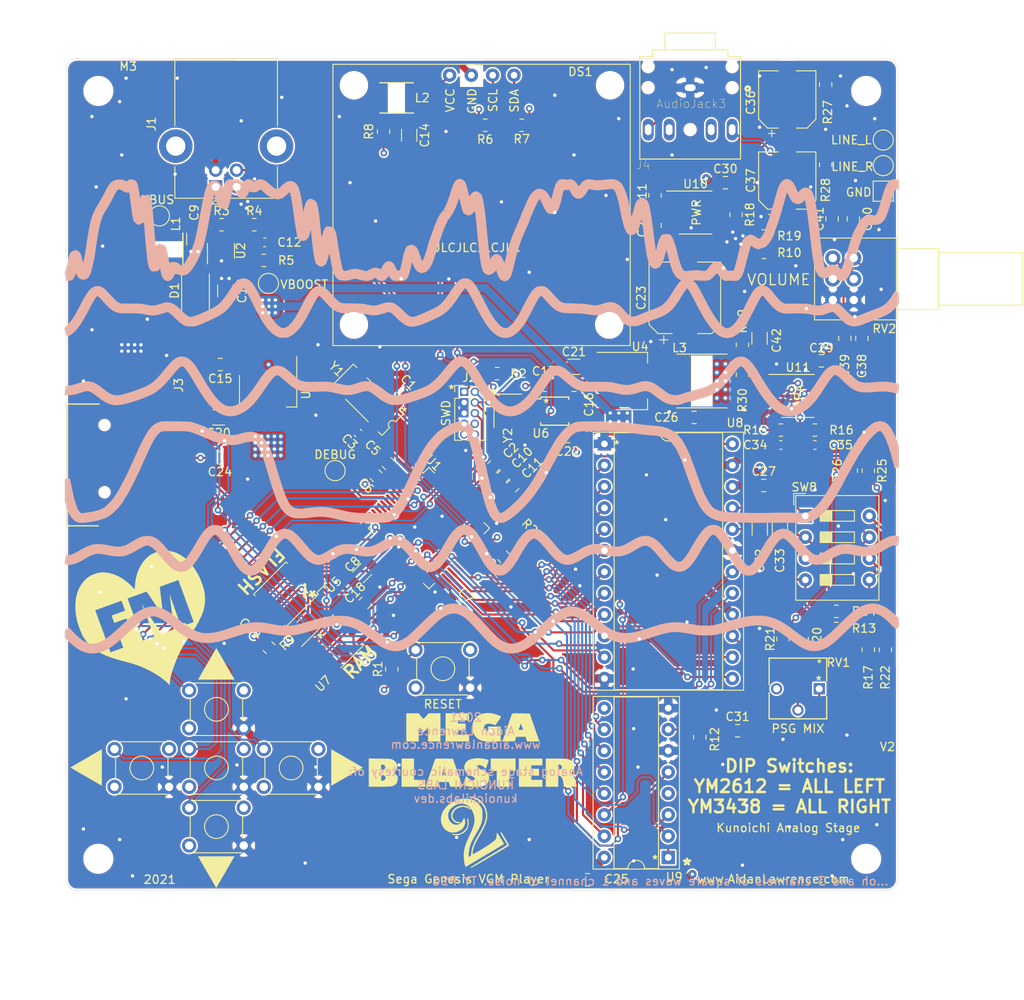
<source format=kicad_pcb>
(kicad_pcb (version 20171130) (host pcbnew "(5.1.8)-1")
  (layers (0 F.Cu signal) (1 In1.Cu signal) (2 In2.Cu signal) (31 B.Cu signal) (34 B.Paste user) (35 F.Paste user) (36 B.SilkS user) (37 F.SilkS user) (38 B.Mask user) (39 F.Mask user) (44 Edge.Cuts user))
  (net 0 "")
  (net 1 "Net-(C1-Pad1)")
  (net 2 GND)
  (net 3 +3V3)
  (net 4 "Net-(C3-Pad1)")
  (net 5 VBUS)
  (net 6 VCC)
  (net 7 "Net-(C12-Pad2)")
  (net 8 VBOOST)
  (net 9 +5V)
  (net 10 +5VA)
  (net 11 "Net-(C28-Pad1)")
  (net 12 "Net-(C31-Pad2)")
  (net 13 PSG_OUT)
  (net 14 BPR)
  (net 15 MOR)
  (net 16 MOL)
  (net 17 BPL)
  (net 18 SELECT_L)
  (net 19 "Net-(C34-Pad1)")
  (net 20 "Net-(C35-Pad1)")
  (net 21 SELECT_R)
  (net 22 "Net-(C36-Pad1)")
  (net 23 "Net-(C36-Pad2)")
  (net 24 "Net-(C37-Pad2)")
  (net 25 "Net-(C37-Pad1)")
  (net 26 "Net-(C38-Pad1)")
  (net 27 "Net-(C39-Pad1)")
  (net 28 "Net-(C40-Pad2)")
  (net 29 LINE_L)
  (net 30 LINE_R)
  (net 31 "Net-(C41-Pad2)")
  (net 32 +2V5)
  (net 33 "Net-(D1-Pad2)")
  (net 34 NEOPIX)
  (net 35 SDA)
  (net 36 SCL)
  (net 37 D-)
  (net 38 D+)
  (net 39 SWDIO)
  (net 40 SWCLK)
  (net 41 SWO)
  (net 42 "Net-(J2-Pad7)")
  (net 43 "Net-(J2-Pad8)")
  (net 44 "Net-(J2-Pad9)")
  (net 45 RESET)
  (net 46 "Net-(J3-Pad8)")
  (net 47 MISO)
  (net 48 SCK)
  (net 49 MOSI)
  (net 50 SS)
  (net 51 "Net-(J3-Pad1)")
  (net 52 "Net-(L2-Pad2)")
  (net 53 FLASH_CS)
  (net 54 "Net-(R10-Pad2)")
  (net 55 "Net-(R13-Pad1)")
  (net 56 "Net-(R14-Pad1)")
  (net 57 "Net-(R17-Pad2)")
  (net 58 "Net-(R18-Pad2)")
  (net 59 "Net-(R20-Pad2)")
  (net 60 "Net-(R22-Pad2)")
  (net 61 "Net-(SW2-Pad2)")
  (net 62 "Net-(SW2-Pad3)")
  (net 63 "Net-(SW3-Pad3)")
  (net 64 "Net-(SW3-Pad2)")
  (net 65 PREV_BTN)
  (net 66 RND_BTN)
  (net 67 "Net-(SW4-Pad2)")
  (net 68 "Net-(SW4-Pad3)")
  (net 69 "Net-(SW5-Pad3)")
  (net 70 "Net-(SW5-Pad2)")
  (net 71 NEXT_BTN)
  (net 72 OPT_BTN)
  (net 73 "Net-(SW6-Pad2)")
  (net 74 "Net-(SW6-Pad3)")
  (net 75 "Net-(SW7-Pad3)")
  (net 76 "Net-(SW7-Pad2)")
  (net 77 SELECT_BTN)
  (net 78 "Net-(TP1-Pad1)")
  (net 79 DAC0)
  (net 80 RXLED)
  (net 81 USB_HOSTEN)
  (net 82 "Net-(U1-Pad13)")
  (net 83 DAC1)
  (net 84 "Net-(U1-Pad15)")
  (net 85 FLASH_IO0)
  (net 86 FLASH_IO1)
  (net 87 FLASH_IO2)
  (net 88 FLASH_IO3)
  (net 89 FLASH_SCK)
  (net 90 YM_IC)
  (net 91 YM_A0)
  (net 92 YM_A1)
  (net 93 YM_WR)
  (net 94 D0)
  (net 95 D1)
  (net 96 D2)
  (net 97 D3)
  (net 98 YM_CS)
  (net 99 D4)
  (net 100 D5)
  (net 101 D6)
  (net 102 D7)
  (net 103 TXLED)
  (net 104 "Net-(U1-Pad55)")
  (net 105 RAM_CS)
  (net 106 "Net-(U6-Pad2)")
  (net 107 "Net-(U6-Pad3)")
  (net 108 "Net-(U6-Pad6)")
  (net 109 PSG_CLK)
  (net 110 YM_CLK)
  (net 111 "Net-(U7-Pad3)")
  (net 112 "Net-(U8-Pad10)")
  (net 113 "Net-(U9-Pad9)")
  (net 114 "Net-(U9-Pad4)")
  (net 115 PSG_WE)
  (net 116 "Net-(RV1-Pad3)")
  (net 117 "Net-(C14-Pad2)")
  (net 118 "Net-(U1-Pad60)")
  (net 119 "Net-(R3-Pad2)")
  (net 120 YM_IRQ)
  (module Art:FM_2 (layer B.Cu) (at 133.2865 98.9965)
    (fp_text reference G*** hide)
    (fp_text value LOGO hide)
  )
  (module Art:FM_1 (layer B.Cu) (at 133.2865 70.358)
    (fp_text reference G*** hide)
    (fp_text value LOGO hide)
  )
  (module custom_oled:oled_128x64 (layer F.Cu) (at 115.57 42.545)
    (fp_text reference DS1 (at 29.464 0.889) (layer F.SilkS))
    (fp_text value 128x64_I2C_OLED)
    (fp_text user VCC (at 13.96 4.29 270) (layer F.SilkS))
    (fp_text user GND (at 16.57 4.38 90) (layer F.SilkS))
    (fp_text user SCL (at 19.06 4.31 90) (layer F.SilkS))
    (fp_text user SDA (at 21.6 4.34 90) (layer F.SilkS))
    (pad "" np_thru_hole circle (at 2.5 2.5) (size 3 3) (drill 3) (layers *.Cu *.Mask))
    (pad "" np_thru_hole circle (at 2.5 31) (size 3 3) (drill 3) (layers *.Cu *.Mask))
    (pad "" np_thru_hole circle (at 33 2.5) (size 3 3) (drill 3) (layers *.Cu *.Mask))
    (pad "" np_thru_hole circle (at 32.9 31) (size 3 3) (drill 3) (layers *.Cu *.Mask))
    (pad 1 thru_hole circle (at 13.89 1.3) (size 1.6 1.6) (drill 0.8) (layers *.Cu *.Mask) (net 117 "Net-(C14-Pad2)"))
    (pad 2 thru_hole circle (at 16.48 1.3) (size 1.6 1.6) (drill 0.8) (layers *.Cu *.Mask) (net 2 GND))
    (pad 3 thru_hole circle (at 19.02 1.3) (size 1.6 1.6) (drill 0.8) (layers *.Cu *.Mask) (net 36 SCL))
    (pad 4 thru_hole circle (at 21.56 1.3) (size 1.6 1.6) (drill 0.8) (layers *.Cu *.Mask) (net 35 SDA))
  )
  (module Art:triangle (layer F.Cu) (at 86.17 126.29 90)
    (fp_text reference G*** hide)
    (fp_text value LOGO hide)
  )
  (module Art:triangle (layer F.Cu) (at 117.25 126.29 270)
    (fp_text reference G*** hide)
    (fp_text value LOGO hide)
  )
  (module Art:triangle (layer F.Cu) (at 101.67 138.75 180)
    (fp_text reference G*** hide)
    (fp_text value LOGO hide)
  )
  (module Art:triangle (layer F.Cu) (at 101.68 113.94)
    (fp_text reference G*** hide)
    (fp_text value LOGO hide)
  )
  (module Resistor_SMD:R_0805_2012Metric (layer F.Cu) (at 138.176 99.1235 315)
    (fp_text reference R23 (at 0 -1.65 135) (layer F.SilkS))
    (fp_text value 10K)
    (pad 2 smd roundrect (at 0.9125 0 315) (size 1.025 1.4) (layers F.Cu F.Paste F.Mask) (roundrect_rratio 0.2439004878048781) (net 120 YM_IRQ))
    (pad 1 smd roundrect (at -0.9125 0 315) (size 1.025 1.4) (layers F.Cu F.Paste F.Mask) (roundrect_rratio 0.2439004878048781) (net 3 +3V3))
  )
  (module Art:logo_2 (layer F.Cu) (at 93.472 109.22 20)
    (fp_text reference G*** hide)
    (fp_text value LOGO hide)
  )
  (module Art:logo1 (layer F.Cu) (at 132.08 127.508)
    (fp_text reference G*** hide)
    (fp_text value LOGO hide)
  )
  (module bourns:3362P-1-103LF (layer F.Cu) (at 168.402 116.84 180)
    (fp_text reference RV1 (at -7.366 3.048) (layer F.SilkS))
    (fp_text value 100K hide)
    (fp_text user * (at -5.0165 0.889) (layer F.SilkS))
    (pad 1 thru_hole rect (at -5.08 -0.0762 180) (size 1.3462 1.3462) (drill 0.8382) (layers *.Cu *.Mask) (net 12 "Net-(C31-Pad2)"))
    (pad 2 thru_hole circle (at -2.54 -2.6162 180) (size 1.3462 1.3462) (drill 0.8382) (layers *.Cu *.Mask) (net 59 "Net-(R20-Pad2)"))
    (pad 3 thru_hole circle (at 0 -0.0762 180) (size 1.3462 1.3462) (drill 0.8382) (layers *.Cu *.Mask) (net 116 "Net-(RV1-Pad3)"))
  )
  (module Package_QFP:TQFP-64_10x10mm_P0.5mm (layer F.Cu) (at 127 97.79 315)
    (fp_text reference U1 (at -5.119453 -5.897271 135) (layer F.SilkS))
    (fp_text value ATSAMD51J19A-A)
    (pad 1 smd roundrect (at -5.6625 -3.75 315) (size 1.475 0.3) (layers F.Cu F.Paste F.Mask) (net 1 "Net-(C1-Pad1)"))
    (pad 2 smd roundrect (at -5.6625 -3.25 315) (size 1.475 0.3) (layers F.Cu F.Paste F.Mask) (net 4 "Net-(C3-Pad1)"))
    (pad 3 smd roundrect (at -5.6625 -2.75 315) (size 1.475 0.3) (layers F.Cu F.Paste F.Mask) (net 79 DAC0))
    (pad 4 smd roundrect (at -5.6625 -2.25 315) (size 1.475 0.3) (layers F.Cu F.Paste F.Mask) (net 3 +3V3))
    (pad 5 smd roundrect (at -5.6625 -1.75 315) (size 1.475 0.3) (layers F.Cu F.Paste F.Mask) (net 71 NEXT_BTN))
    (pad 6 smd roundrect (at -5.6625 -1.25 315) (size 1.475 0.3) (layers F.Cu F.Paste F.Mask) (net 72 OPT_BTN))
    (pad 7 smd roundrect (at -5.6625 -0.75 315) (size 1.475 0.3) (layers F.Cu F.Paste F.Mask) (net 2 GND))
    (pad 8 smd roundrect (at -5.6625 -0.25 315) (size 1.475 0.3) (layers F.Cu F.Paste F.Mask) (net 3 +3V3))
    (pad 9 smd roundrect (at -5.6625 0.25 315) (size 1.475 0.3) (layers F.Cu F.Paste F.Mask) (net 80 RXLED))
    (pad 10 smd roundrect (at -5.6625 0.75 315) (size 1.475 0.3) (layers F.Cu F.Paste F.Mask) (net 81 USB_HOSTEN))
    (pad 11 smd roundrect (at -5.6625 1.25 315) (size 1.475 0.3) (layers F.Cu F.Paste F.Mask) (net 78 "Net-(TP1-Pad1)"))
    (pad 12 smd roundrect (at -5.6625 1.75 315) (size 1.475 0.3) (layers F.Cu F.Paste F.Mask) (net 77 SELECT_BTN))
    (pad 13 smd roundrect (at -5.6625 2.25 315) (size 1.475 0.3) (layers F.Cu F.Paste F.Mask) (net 82 "Net-(U1-Pad13)"))
    (pad 14 smd roundrect (at -5.6625 2.75 315) (size 1.475 0.3) (layers F.Cu F.Paste F.Mask) (net 83 DAC1))
    (pad 15 smd roundrect (at -5.6625 3.25 315) (size 1.475 0.3) (layers F.Cu F.Paste F.Mask) (net 84 "Net-(U1-Pad15)"))
    (pad 16 smd roundrect (at -5.6625 3.75 315) (size 1.475 0.3) (layers F.Cu F.Paste F.Mask) (net 105 RAM_CS))
    (pad 17 smd roundrect (at -3.75 5.6625 315) (size 0.3 1.475) (layers F.Cu F.Paste F.Mask) (net 85 FLASH_IO0))
    (pad 18 smd roundrect (at -3.25 5.6625 315) (size 0.3 1.475) (layers F.Cu F.Paste F.Mask) (net 86 FLASH_IO1))
    (pad 19 smd roundrect (at -2.75 5.6625 315) (size 0.3 1.475) (layers F.Cu F.Paste F.Mask) (net 87 FLASH_IO2))
    (pad 20 smd roundrect (at -2.25 5.6625 315) (size 0.3 1.475) (layers F.Cu F.Paste F.Mask) (net 88 FLASH_IO3))
    (pad 21 smd roundrect (at -1.75 5.6625 315) (size 0.3 1.475) (layers F.Cu F.Paste F.Mask) (net 3 +3V3))
    (pad 22 smd roundrect (at -1.25 5.6625 315) (size 0.3 1.475) (layers F.Cu F.Paste F.Mask) (net 2 GND))
    (pad 23 smd roundrect (at -0.75 5.6625 315) (size 0.3 1.475) (layers F.Cu F.Paste F.Mask) (net 89 FLASH_SCK))
    (pad 24 smd roundrect (at -0.25 5.6625 315) (size 0.3 1.475) (layers F.Cu F.Paste F.Mask) (net 53 FLASH_CS))
    (pad 25 smd roundrect (at 0.25 5.6625 315) (size 0.3 1.475) (layers F.Cu F.Paste F.Mask) (net 90 YM_IC))
    (pad 26 smd roundrect (at 0.75 5.6625 315) (size 0.3 1.475) (layers F.Cu F.Paste F.Mask) (net 91 YM_A0))
    (pad 27 smd roundrect (at 1.25 5.6625 315) (size 0.3 1.475) (layers F.Cu F.Paste F.Mask) (net 92 YM_A1))
    (pad 28 smd roundrect (at 1.75 5.6625 315) (size 0.3 1.475) (layers F.Cu F.Paste F.Mask) (net 93 YM_WR))
    (pad 29 smd roundrect (at 2.25 5.6625 315) (size 0.3 1.475) (layers F.Cu F.Paste F.Mask) (net 49 MOSI))
    (pad 30 smd roundrect (at 2.75 5.6625 315) (size 0.3 1.475) (layers F.Cu F.Paste F.Mask) (net 48 SCK))
    (pad 31 smd roundrect (at 3.25 5.6625 315) (size 0.3 1.475) (layers F.Cu F.Paste F.Mask) (net 47 MISO))
    (pad 32 smd roundrect (at 3.75 5.6625 315) (size 0.3 1.475) (layers F.Cu F.Paste F.Mask) (net 50 SS))
    (pad 33 smd roundrect (at 5.6625 3.75 315) (size 1.475 0.3) (layers F.Cu F.Paste F.Mask) (net 2 GND))
    (pad 34 smd roundrect (at 5.6625 3.25 315) (size 1.475 0.3) (layers F.Cu F.Paste F.Mask) (net 3 +3V3))
    (pad 35 smd roundrect (at 5.6625 2.75 315) (size 1.475 0.3) (layers F.Cu F.Paste F.Mask) (net 102 D7))
    (pad 36 smd roundrect (at 5.6625 2.25 315) (size 1.475 0.3) (layers F.Cu F.Paste F.Mask) (net 101 D6))
    (pad 37 smd roundrect (at 5.6625 1.75 315) (size 1.475 0.3) (layers F.Cu F.Paste F.Mask) (net 100 D5))
    (pad 38 smd roundrect (at 5.6625 1.25 315) (size 1.475 0.3) (layers F.Cu F.Paste F.Mask) (net 99 D4))
    (pad 39 smd roundrect (at 5.6625 0.75 315) (size 1.475 0.3) (layers F.Cu F.Paste F.Mask) (net 98 YM_CS))
    (pad 40 smd roundrect (at 5.6625 0.25 315) (size 1.475 0.3) (layers F.Cu F.Paste F.Mask) (net 115 PSG_WE))
    (pad 41 smd roundrect (at 5.6625 -0.25 315) (size 1.475 0.3) (layers F.Cu F.Paste F.Mask) (net 97 D3))
    (pad 42 smd roundrect (at 5.6625 -0.75 315) (size 1.475 0.3) (layers F.Cu F.Paste F.Mask) (net 96 D2))
    (pad 43 smd roundrect (at 5.6625 -1.25 315) (size 1.475 0.3) (layers F.Cu F.Paste F.Mask) (net 95 D1))
    (pad 44 smd roundrect (at 5.6625 -1.75 315) (size 1.475 0.3) (layers F.Cu F.Paste F.Mask) (net 94 D0))
    (pad 45 smd roundrect (at 5.6625 -2.25 315) (size 1.475 0.3) (layers F.Cu F.Paste F.Mask) (net 37 D-))
    (pad 46 smd roundrect (at 5.6625 -2.75 315) (size 1.475 0.3) (layers F.Cu F.Paste F.Mask) (net 38 D+))
    (pad 47 smd roundrect (at 5.6625 -3.25 315) (size 1.475 0.3) (layers F.Cu F.Paste F.Mask) (net 2 GND))
    (pad 48 smd roundrect (at 5.6625 -3.75 315) (size 1.475 0.3) (layers F.Cu F.Paste F.Mask) (net 3 +3V3))
    (pad 49 smd roundrect (at 3.75 -5.6625 315) (size 0.3 1.475) (layers F.Cu F.Paste F.Mask) (net 34 NEOPIX))
    (pad 50 smd roundrect (at 3.25 -5.6625 315) (size 0.3 1.475) (layers F.Cu F.Paste F.Mask) (net 120 YM_IRQ))
    (pad 51 smd roundrect (at 2.75 -5.6625 315) (size 0.3 1.475) (layers F.Cu F.Paste F.Mask) (net 103 TXLED))
    (pad 52 smd roundrect (at 2.25 -5.6625 315) (size 0.3 1.475) (layers F.Cu F.Paste F.Mask) (net 45 RESET))
    (pad 53 smd roundrect (at 1.75 -5.6625 315) (size 0.3 1.475) (layers F.Cu F.Paste F.Mask) (net 6 VCC))
    (pad 54 smd roundrect (at 1.25 -5.6625 315) (size 0.3 1.475) (layers F.Cu F.Paste F.Mask) (net 2 GND))
    (pad 55 smd roundrect (at 0.75 -5.6625 315) (size 0.3 1.475) (layers F.Cu F.Paste F.Mask) (net 104 "Net-(U1-Pad55)"))
    (pad 56 smd roundrect (at 0.25 -5.6625 315) (size 0.3 1.475) (layers F.Cu F.Paste F.Mask) (net 3 +3V3))
    (pad 57 smd roundrect (at -0.25 -5.6625 315) (size 0.3 1.475) (layers F.Cu F.Paste F.Mask) (net 40 SWCLK))
    (pad 58 smd roundrect (at -0.75 -5.6625 315) (size 0.3 1.475) (layers F.Cu F.Paste F.Mask) (net 39 SWDIO))
    (pad 59 smd roundrect (at -1.25 -5.6625 315) (size 0.3 1.475) (layers F.Cu F.Paste F.Mask) (net 41 SWO))
    (pad 60 smd roundrect (at -1.75 -5.6625 315) (size 0.3 1.475) (layers F.Cu F.Paste F.Mask) (net 118 "Net-(U1-Pad60)"))
    (pad 61 smd roundrect (at -2.25 -5.6625 315) (size 0.3 1.475) (layers F.Cu F.Paste F.Mask) (net 65 PREV_BTN))
    (pad 62 smd roundrect (at -2.75 -5.6625 315) (size 0.3 1.475) (layers F.Cu F.Paste F.Mask) (net 66 RND_BTN))
    (pad 63 smd roundrect (at -3.25 -5.6625 315) (size 0.3 1.475) (layers F.Cu F.Paste F.Mask) (net 35 SDA))
    (pad 64 smd roundrect (at -3.75 -5.6625 315) (size 0.3 1.475) (layers F.Cu F.Paste F.Mask) (net 36 SCL))
  )
  (module Connector_USB:USB_B_Lumberg_2411_02_Horizontal (layer F.Cu) (at 101.6 57.15 90)
    (fp_text reference J1 (at 7.5 -7.65 90) (layer F.SilkS))
    (fp_text value USB_B)
    (pad 1 thru_hole rect (at 0 0 180) (size 1.6 1.6) (drill 0.95) (layers *.Cu *.Mask) (net 5 VBUS))
    (pad 2 thru_hole circle (at 0 2.5 180) (size 1.6 1.6) (drill 0.95) (layers *.Cu *.Mask) (net 37 D-))
    (pad 3 thru_hole circle (at 2 2.5 180) (size 1.6 1.6) (drill 0.95) (layers *.Cu *.Mask) (net 38 D+))
    (pad 4 thru_hole circle (at 2 0 180) (size 1.6 1.6) (drill 0.95) (layers *.Cu *.Mask) (net 2 GND))
    (pad "" thru_hole circle (at 4.86 7.25 180) (size 4 4) (drill 2.3) (layers *.Cu *.Mask))
    (pad "" thru_hole circle (at 4.86 -4.75 180) (size 4 4) (drill 2.3) (layers *.Cu *.Mask))
  )
  (module TestPoint:TestPoint_Pad_2.0x2.0mm (layer F.Cu) (at 181.102 57.658)
    (fp_text reference TP6 hide)
    (fp_text value TestPoint)
    (pad 1 smd rect (at 0 0) (size 2 2) (layers F.Cu F.Mask) (net 2 GND))
  )
  (module MountingHole:MountingHole_3.2mm_M3 (layer F.Cu) (at 179.07 137.16)
    (fp_text reference H4 hide)
    (fp_text value MountingHole)
    (pad 1 np_thru_hole circle (at 0 0) (size 3.2 3.2) (drill 3.2) (layers *.Cu *.Mask))
  )
  (module MountingHole:MountingHole_3.2mm_M3 (layer F.Cu) (at 87.63 137.16)
    (fp_text reference H3 hide)
    (fp_text value MountingHole)
    (pad 1 np_thru_hole circle (at 0 0) (size 3.2 3.2) (drill 3.2) (layers *.Cu *.Mask))
  )
  (module MountingHole:MountingHole_3.2mm_M3 (layer F.Cu) (at 179.07 45.72)
    (fp_text reference H2 hide)
    (fp_text value MountingHole)
    (pad 1 np_thru_hole circle (at 0 0) (size 3.2 3.2) (drill 3.2) (layers *.Cu *.Mask))
  )
  (module MountingHole:MountingHole_3.2mm_M3 (layer F.Cu) (at 87.63 45.72)
    (fp_text reference H1 hide)
    (fp_text value MountingHole)
    (pad 1 np_thru_hole circle (at 0 0) (size 3.2 3.2) (drill 3.2) (layers *.Cu *.Mask))
  )
  (module customMicroSD:SOFNG_TF_15x15_PUSH_PUSH (layer F.Cu) (at 98.425 92.71 90)
    (fp_text reference J3 (at 11.9507 -1.2319 90) (layer F.SilkS))
    (fp_text value Micro_SD_Card)
    (pad "" np_thru_hole circle (at -0.8 -10.055 90) (size 1.1 1.1) (drill 1.1) (layers *.Cu *.Mask))
    (pad "" np_thru_hole circle (at 7.2 -10.055 90) (size 1.1 1.1) (drill 1.1) (layers *.Cu *.Mask))
    (pad "" smd rect (at 10.251 -9.799 90) (size 1.4 2.2) (layers F.Cu F.Paste F.Mask))
    (pad "" smd rect (at -5.499 -9.601 90) (size 1.4 2.2) (layers F.Cu F.Paste F.Mask))
    (pad "" smd rect (at -4.498 -0.5 90) (size 1.8 1.4) (layers F.Cu F.Paste F.Mask))
    (pad "" smd rect (at 10.05 -0.5 90) (size 1.6 1.4) (layers F.Cu F.Paste F.Mask))
    (pad 9 smd rect (at 8.8 0.06 90) (size 0.7 1.4) (layers F.Cu F.Paste F.Mask) (net 2 GND))
    (pad 8 smd rect (at 7.7 0.06 90) (size 0.7 1.4) (layers F.Cu F.Paste F.Mask) (net 46 "Net-(J3-Pad8)"))
    (pad 7 smd rect (at 6.6 0.06 90) (size 0.7 1.4) (layers F.Cu F.Paste F.Mask) (net 47 MISO))
    (pad 6 smd rect (at 5.5 0.06 90) (size 0.7 1.4) (layers F.Cu F.Paste F.Mask) (net 2 GND))
    (pad 5 smd rect (at 4.4 0.06 90) (size 0.7 1.4) (layers F.Cu F.Paste F.Mask) (net 48 SCK))
    (pad 4 smd rect (at 3.3 0.06 90) (size 0.7 1.4) (layers F.Cu F.Paste F.Mask) (net 3 +3V3))
    (pad 3 smd rect (at 2.2 0.06 90) (size 0.7 1.4) (layers F.Cu F.Paste F.Mask) (net 49 MOSI))
    (pad 2 smd rect (at 1.1 0.06 90) (size 0.7 1.4) (layers F.Cu F.Paste F.Mask) (net 50 SS))
    (pad 1 smd rect (at 0 0.06 90) (size 0.7 1.4) (layers F.Cu F.Paste F.Mask) (net 51 "Net-(J3-Pad1)"))
  )
  (module Capacitor_SMD:C_0603_1608Metric (layer F.Cu) (at 123.651992 81.351992 135)
    (fp_text reference C1 (at 0.035355 1.308148 135) (layer F.SilkS))
    (fp_text value 22pF)
    (pad 1 smd roundrect (at -0.775 0 135) (size 0.9 0.95) (layers F.Cu F.Paste F.Mask) (net 1 "Net-(C1-Pad1)"))
    (pad 2 smd roundrect (at 0.775 0 135) (size 0.9 0.95) (layers F.Cu F.Paste F.Mask) (net 2 GND))
  )
  (module Capacitor_SMD:C_0805_2012Metric (layer F.Cu) (at 134.7 90.45 45)
    (fp_text reference C2 (at 2.793072 0.106066 45) (layer F.SilkS))
    (fp_text value 100nF)
    (pad 2 smd roundrect (at 0.95 0 45) (size 1 1.45) (layers F.Cu F.Paste F.Mask) (net 2 GND))
    (pad 1 smd roundrect (at -0.95 0 45) (size 1 1.45) (layers F.Cu F.Paste F.Mask) (net 3 +3V3))
  )
  (module Capacitor_SMD:C_0603_1608Metric (layer F.Cu) (at 118.55 86.45 135)
    (fp_text reference C3 (at 0 -1.43 135) (layer F.SilkS))
    (fp_text value 22pF)
    (pad 1 smd roundrect (at -0.775 0 135) (size 0.9 0.95) (layers F.Cu F.Paste F.Mask) (net 4 "Net-(C3-Pad1)"))
    (pad 2 smd roundrect (at 0.775 0 135) (size 0.9 0.95) (layers F.Cu F.Paste F.Mask) (net 2 GND))
  )
  (module Capacitor_SMD:C_0805_2012Metric (layer F.Cu) (at 135.9 101.2 315)
    (fp_text reference C4 (at -0.106066 1.59099 135) (layer F.SilkS))
    (fp_text value 100nF)
    (pad 2 smd roundrect (at 0.95 0 315) (size 1 1.45) (layers F.Cu F.Paste F.Mask) (net 2 GND))
    (pad 1 smd roundrect (at -0.95 0 315) (size 1 1.45) (layers F.Cu F.Paste F.Mask) (net 3 +3V3))
  )
  (module Capacitor_SMD:C_0805_2012Metric (layer F.Cu) (at 122.15 90.1 135)
    (fp_text reference C5 (at 2.65165 0.035355 135) (layer F.SilkS))
    (fp_text value 100nF)
    (pad 2 smd roundrect (at 0.95 0 135) (size 1 1.45) (layers F.Cu F.Paste F.Mask) (net 2 GND))
    (pad 1 smd roundrect (at -0.95 0 135) (size 1 1.45) (layers F.Cu F.Paste F.Mask) (net 3 +3V3))
  )
  (module Capacitor_SMD:C_0805_2012Metric (layer F.Cu) (at 120.71 91.54 135)
    (fp_text reference C6 (at 0 -1.68 135) (layer F.SilkS))
    (fp_text value 100nF)
    (pad 2 smd roundrect (at 0.95 0 135) (size 1 1.45) (layers F.Cu F.Paste F.Mask) (net 2 GND))
    (pad 1 smd roundrect (at -0.95 0 135) (size 1 1.45) (layers F.Cu F.Paste F.Mask) (net 3 +3V3))
  )
  (module Capacitor_SMD:C_0805_2012Metric (layer F.Cu) (at 130.2 107 315)
    (fp_text reference C7 (at 0 -1.68 135) (layer F.SilkS))
    (fp_text value 100nF)
    (pad 1 smd roundrect (at -0.95 0 315) (size 1 1.45) (layers F.Cu F.Paste F.Mask) (net 3 +3V3))
    (pad 2 smd roundrect (at 0.95 0 315) (size 1 1.45) (layers F.Cu F.Paste F.Mask) (net 2 GND))
  )
  (module Capacitor_SMD:C_1206_3216Metric (layer F.Cu) (at 119.05 103.15 225)
    (fp_text reference C8 (at 0.070711 1.555635 45) (layer F.SilkS))
    (fp_text value 10uF)
    (pad 2 smd roundrect (at 1.475 0 225) (size 1.15 1.8) (layers F.Cu F.Paste F.Mask) (roundrect_rratio 0.2173904347826087) (net 2 GND))
    (pad 1 smd roundrect (at -1.475 0 225) (size 1.15 1.8) (layers F.Cu F.Paste F.Mask) (roundrect_rratio 0.2173904347826087) (net 3 +3V3))
  )
  (module Capacitor_SMD:C_1206_3216Metric (layer F.Cu) (at 99.06 63.35 270)
    (fp_text reference C9 (at -3.15 0.01 90) (layer F.SilkS))
    (fp_text value 10uF)
    (pad 2 smd roundrect (at 1.475 0 270) (size 1.15 1.8) (layers F.Cu F.Paste F.Mask) (roundrect_rratio 0.2173904347826087) (net 2 GND))
    (pad 1 smd roundrect (at -1.475 0 270) (size 1.15 1.8) (layers F.Cu F.Paste F.Mask) (roundrect_rratio 0.2173904347826087) (net 5 VBUS))
  )
  (module Capacitor_SMD:C_0805_2012Metric (layer F.Cu) (at 135.85 91.6 45)
    (fp_text reference C10 (at 3.146625 0.035355 45) (layer F.SilkS))
    (fp_text value 4.7uF)
    (pad 1 smd roundrect (at -0.95 0 45) (size 1 1.45) (layers F.Cu F.Paste F.Mask) (net 6 VCC))
    (pad 2 smd roundrect (at 0.95 0 45) (size 1 1.45) (layers F.Cu F.Paste F.Mask) (net 2 GND))
  )
  (module Capacitor_SMD:C_0805_2012Metric (layer F.Cu) (at 137 92.75 45)
    (fp_text reference C11 (at 3.146625 0.106066 45) (layer F.SilkS))
    (fp_text value 100nF)
    (pad 1 smd roundrect (at -0.95 0 45) (size 1 1.45) (layers F.Cu F.Paste F.Mask) (net 6 VCC))
    (pad 2 smd roundrect (at 0.95 0 45) (size 1 1.45) (layers F.Cu F.Paste F.Mask) (net 2 GND))
  )
  (module Capacitor_SMD:C_0603_1608Metric (layer F.Cu) (at 107.45 63.75 180)
    (fp_text reference C12 (at -2.95 0) (layer F.SilkS))
    (fp_text value 220pF)
    (pad 2 smd roundrect (at 0.775 0 180) (size 0.9 0.95) (layers F.Cu F.Paste F.Mask) (net 7 "Net-(C12-Pad2)"))
    (pad 1 smd roundrect (at -0.775 0 180) (size 0.9 0.95) (layers F.Cu F.Paste F.Mask) (net 8 VBOOST))
  )
  (module Capacitor_SMD:C_1206_3216Metric (layer F.Cu) (at 102.75 69.55 90)
    (fp_text reference C13 (at 0 2 90) (layer F.SilkS))
    (fp_text value 10uF)
    (pad 2 smd roundrect (at 1.475 0 90) (size 1.15 1.8) (layers F.Cu F.Paste F.Mask) (roundrect_rratio 0.2173904347826087) (net 2 GND))
    (pad 1 smd roundrect (at -1.475 0 90) (size 1.15 1.8) (layers F.Cu F.Paste F.Mask) (roundrect_rratio 0.2173904347826087) (net 8 VBOOST))
  )
  (module Capacitor_SMD:C_1206_3216Metric (layer F.Cu) (at 124.65 51 90)
    (fp_text reference C14 (at 0 1.85 90) (layer F.SilkS))
    (fp_text value 10uF)
    (pad 1 smd roundrect (at -1.475 0 90) (size 1.15 1.8) (layers F.Cu F.Paste F.Mask) (roundrect_rratio 0.2173904347826087) (net 2 GND))
    (pad 2 smd roundrect (at 1.475 0 90) (size 1.15 1.8) (layers F.Cu F.Paste F.Mask) (roundrect_rratio 0.2173904347826087) (net 117 "Net-(C14-Pad2)"))
  )
  (module Capacitor_SMD:C_0805_2012Metric (layer F.Cu) (at 102.15 78.3 180)
    (fp_text reference C15 (at 0 -1.68) (layer F.SilkS))
    (fp_text value 100nF)
    (pad 1 smd roundrect (at -0.95 0 180) (size 1 1.45) (layers F.Cu F.Paste F.Mask) (net 8 VBOOST))
    (pad 2 smd roundrect (at 0.95 0 180) (size 1 1.45) (layers F.Cu F.Paste F.Mask) (net 2 GND))
  )
  (module Capacitor_SMD:C_0805_2012Metric (layer F.Cu) (at 144.272 80.772 180)
    (fp_text reference C16 (at -1.778 -2.286 90) (layer F.SilkS))
    (fp_text value 100nF)
    (pad 2 smd roundrect (at 0.95 0 180) (size 1 1.45) (layers F.Cu F.Paste F.Mask) (net 2 GND))
    (pad 1 smd roundrect (at -0.95 0 180) (size 1 1.45) (layers F.Cu F.Paste F.Mask) (net 8 VBOOST))
  )
  (module Capacitor_SMD:C_0805_2012Metric (layer F.Cu) (at 140.716 80.772)
    (fp_text reference C17 (at 0 -1.68) (layer F.SilkS))
    (fp_text value 0.47uF)
    (pad 1 smd roundrect (at -0.95 0) (size 1 1.45) (layers F.Cu F.Paste F.Mask) (net 3 +3V3))
    (pad 2 smd roundrect (at 0.95 0) (size 1 1.45) (layers F.Cu F.Paste F.Mask) (net 2 GND))
  )
  (module Capacitor_SMD:C_0805_2012Metric (layer F.Cu) (at 119.38 106.68 45)
    (fp_text reference C18 (at 0 -1.68 45) (layer F.SilkS))
    (fp_text value 100nF)
    (pad 1 smd roundrect (at -0.95 0 45) (size 1 1.45) (layers F.Cu F.Paste F.Mask) (net 3 +3V3))
    (pad 2 smd roundrect (at 0.95 0 45) (size 1 1.45) (layers F.Cu F.Paste F.Mask) (net 2 GND))
  )
  (module Capacitor_SMD:C_0805_2012Metric (layer F.Cu) (at 107.95 112.014 315)
    (fp_text reference C19 (at -3.232892 0 135) (layer F.SilkS))
    (fp_text value 100nF)
    (pad 2 smd roundrect (at 0.95 0 315) (size 1 1.45) (layers F.Cu F.Paste F.Mask) (net 2 GND))
    (pad 1 smd roundrect (at -0.95 0 315) (size 1 1.45) (layers F.Cu F.Paste F.Mask) (net 3 +3V3))
  )
  (module Capacitor_SMD:C_1206_3216Metric (layer F.Cu) (at 101.95 84.6 180)
    (fp_text reference C20 (at 0 -1.85) (layer F.SilkS))
    (fp_text value 10uF)
    (pad 2 smd roundrect (at 1.475 0 180) (size 1.15 1.8) (layers F.Cu F.Paste F.Mask) (roundrect_rratio 0.2173904347826087) (net 2 GND))
    (pad 1 smd roundrect (at -1.475 0 180) (size 1.15 1.8) (layers F.Cu F.Paste F.Mask) (roundrect_rratio 0.2173904347826087) (net 3 +3V3))
  )
  (module Capacitor_SMD:C_1206_3216Metric (layer F.Cu) (at 144.27 78.57 180)
    (fp_text reference C21 (at 0 1.778) (layer F.SilkS))
    (fp_text value 10uF)
    (pad 1 smd roundrect (at -1.475 0 180) (size 1.15 1.8) (layers F.Cu F.Paste F.Mask) (roundrect_rratio 0.2173904347826087) (net 9 +5V))
    (pad 2 smd roundrect (at 1.475 0 180) (size 1.15 1.8) (layers F.Cu F.Paste F.Mask) (roundrect_rratio 0.2173904347826087) (net 2 GND))
  )
  (module Capacitor_SMD:C_0805_2012Metric (layer F.Cu) (at 143.51 86.868)
    (fp_text reference C22 (at 0 1.778) (layer F.SilkS))
    (fp_text value 0.47uF)
    (pad 2 smd roundrect (at 0.95 0) (size 1 1.45) (layers F.Cu F.Paste F.Mask) (net 3 +3V3))
    (pad 1 smd roundrect (at -0.95 0) (size 1 1.45) (layers F.Cu F.Paste F.Mask) (net 2 GND))
  )
  (module Capacitor_SMD:CP_Elec_8x10 (layer F.Cu) (at 157.48 70.358 90)
    (fp_text reference C23 (at 0 -5.2 90) (layer F.SilkS))
    (fp_text value 330uF)
    (pad 1 smd roundrect (at -3.25 0 90) (size 3.5 2.5) (layers F.Cu F.Paste F.Mask) (roundrect_rratio 0.1) (net 10 +5VA))
    (pad 2 smd roundrect (at 3.25 0 90) (size 3.5 2.5) (layers F.Cu F.Paste F.Mask) (roundrect_rratio 0.1) (net 2 GND))
  )
  (module Capacitor_SMD:C_0805_2012Metric (layer F.Cu) (at 102.108 89.408 180)
    (fp_text reference C24 (at 0 -1.68) (layer F.SilkS))
    (fp_text value 100nF)
    (pad 1 smd roundrect (at -0.95 0 180) (size 1 1.45) (layers F.Cu F.Paste F.Mask) (net 2 GND))
    (pad 2 smd roundrect (at 0.95 0 180) (size 1 1.45) (layers F.Cu F.Paste F.Mask) (net 3 +3V3))
  )
  (module Capacitor_SMD:C_0805_2012Metric (layer F.Cu) (at 145.89 139.66 180)
    (fp_text reference C25 (at -3.462 0.087) (layer F.SilkS))
    (fp_text value 100nF)
    (pad 2 smd roundrect (at 0.95 0 180) (size 1 1.45) (layers F.Cu F.Paste F.Mask) (net 2 GND))
    (pad 1 smd roundrect (at -0.95 0 180) (size 1 1.45) (layers F.Cu F.Paste F.Mask) (net 10 +5VA))
  )
  (module Capacitor_SMD:C_0805_2012Metric (layer F.Cu) (at 158.575 84.6 180)
    (fp_text reference C26 (at 3.302 0) (layer F.SilkS))
    (fp_text value 100nF)
    (pad 1 smd roundrect (at -0.95 0 180) (size 1 1.45) (layers F.Cu F.Paste F.Mask) (net 9 +5V))
    (pad 2 smd roundrect (at 0.95 0 180) (size 1 1.45) (layers F.Cu F.Paste F.Mask) (net 2 GND))
  )
  (module Capacitor_SMD:C_0805_2012Metric (layer F.Cu) (at 166.878 92.71)
    (fp_text reference C27 (at 0 -1.68) (layer F.SilkS))
    (fp_text value 100nF)
    (pad 2 smd roundrect (at 0.95 0) (size 1 1.45) (layers F.Cu F.Paste F.Mask) (net 2 GND))
    (pad 1 smd roundrect (at -0.95 0) (size 1 1.45) (layers F.Cu F.Paste F.Mask) (net 10 +5VA))
  )
  (module Capacitor_SMD:C_0805_2012Metric (layer F.Cu) (at 153.924 61.722 270)
    (fp_text reference C28 (at 0 1.524 90) (layer F.SilkS))
    (fp_text value 100nF)
    (pad 2 smd roundrect (at 0.95 0 270) (size 1 1.45) (layers F.Cu F.Paste F.Mask) (net 2 GND))
    (pad 1 smd roundrect (at -0.95 0 270) (size 1 1.45) (layers F.Cu F.Paste F.Mask) (net 11 "Net-(C28-Pad1)"))
  )
  (module Capacitor_SMD:C_0805_2012Metric (layer F.Cu) (at 173.74 77.86 180)
    (fp_text reference C29 (at 0 1.524) (layer F.SilkS))
    (fp_text value 100nF)
    (pad 1 smd roundrect (at -0.95 0 180) (size 1 1.45) (layers F.Cu F.Paste F.Mask) (net 10 +5VA))
    (pad 2 smd roundrect (at 0.95 0 180) (size 1 1.45) (layers F.Cu F.Paste F.Mask) (net 2 GND))
  )
  (module Capacitor_SMD:C_0805_2012Metric (layer F.Cu) (at 162.306 56.642)
    (fp_text reference C30 (at 0 -1.651) (layer F.SilkS))
    (fp_text value 100nF)
    (pad 1 smd roundrect (at -0.95 0) (size 1 1.45) (layers F.Cu F.Paste F.Mask) (net 10 +5VA))
    (pad 2 smd roundrect (at 0.95 0) (size 1 1.45) (layers F.Cu F.Paste F.Mask) (net 2 GND))
  )
  (module Capacitor_SMD:C_0805_2012Metric (layer F.Cu) (at 163.764 121.92)
    (fp_text reference C31 (at 0 -1.68) (layer F.SilkS))
    (fp_text value 1uF)
    (pad 2 smd roundrect (at 0.95 0) (size 1 1.45) (layers F.Cu F.Paste F.Mask) (net 12 "Net-(C31-Pad2)"))
    (pad 1 smd roundrect (at -0.95 0) (size 1 1.45) (layers F.Cu F.Paste F.Mask) (net 13 PSG_OUT))
  )
  (module Capacitor_SMD:C_1206_3216Metric (layer F.Cu) (at 166.4 97.925 270)
    (fp_text reference C32 (at 3.75 -0.025 90) (layer F.SilkS))
    (fp_text value 10uF)
    (pad 2 smd roundrect (at 1.475 0 270) (size 1.15 1.8) (layers F.Cu F.Paste F.Mask) (roundrect_rratio 0.2173904347826087) (net 17 BPL))
    (pad 1 smd roundrect (at -1.475 0 270) (size 1.15 1.8) (layers F.Cu F.Paste F.Mask) (roundrect_rratio 0.2173904347826087) (net 16 MOL))
  )
  (module Capacitor_SMD:C_1206_3216Metric (layer F.Cu) (at 168.8 97.9 90)
    (fp_text reference C33 (at -3.75 0 90) (layer F.SilkS))
    (fp_text value 10uF)
    (pad 1 smd roundrect (at -1.475 0 90) (size 1.15 1.8) (layers F.Cu F.Paste F.Mask) (roundrect_rratio 0.2173904347826087) (net 15 MOR))
    (pad 2 smd roundrect (at 1.475 0 90) (size 1.15 1.8) (layers F.Cu F.Paste F.Mask) (roundrect_rratio 0.2173904347826087) (net 14 BPR))
  )
  (module Capacitor_SMD:C_0603_1608Metric (layer F.Cu) (at 168.91 87.884 180)
    (fp_text reference C34 (at 3.048 0) (layer F.SilkS))
    (fp_text value 120pF)
    (pad 2 smd roundrect (at 0.775 0 180) (size 0.9 0.95) (layers F.Cu F.Paste F.Mask) (net 18 SELECT_L))
    (pad 1 smd roundrect (at -0.775 0 180) (size 0.9 0.95) (layers F.Cu F.Paste F.Mask) (net 19 "Net-(C34-Pad1)"))
  )
  (module Capacitor_SMD:C_0603_1608Metric (layer F.Cu) (at 172.974 87.884)
    (fp_text reference C35 (at 3.061 0) (layer F.SilkS))
    (fp_text value 120pF)
    (pad 1 smd roundrect (at -0.775 0) (size 0.9 0.95) (layers F.Cu F.Paste F.Mask) (net 20 "Net-(C35-Pad1)"))
    (pad 2 smd roundrect (at 0.775 0) (size 0.9 0.95) (layers F.Cu F.Paste F.Mask) (net 21 SELECT_R))
  )
  (module Capacitor_SMD:CP_Elec_6.3x7.7 (layer F.Cu) (at 169.672 46.736 90)
    (fp_text reference C36 (at -0.381 -4.35 90) (layer F.SilkS))
    (fp_text value 100uF)
    (pad 1 smd roundrect (at -2.7 0 90) (size 3.5 1.6) (layers F.Cu F.Paste F.Mask) (roundrect_rratio 0.15625) (net 22 "Net-(C36-Pad1)"))
    (pad 2 smd roundrect (at 2.7 0 90) (size 3.5 1.6) (layers F.Cu F.Paste F.Mask) (roundrect_rratio 0.15625) (net 23 "Net-(C36-Pad2)"))
  )
  (module Capacitor_SMD:CP_Elec_6.3x7.7 (layer F.Cu) (at 169.672 56.388 90)
    (fp_text reference C37 (at 0 -4.35 90) (layer F.SilkS))
    (fp_text value 100uF)
    (pad 2 smd roundrect (at 2.7 0 90) (size 3.5 1.6) (layers F.Cu F.Paste F.Mask) (roundrect_rratio 0.15625) (net 24 "Net-(C37-Pad2)"))
    (pad 1 smd roundrect (at -2.7 0 90) (size 3.5 1.6) (layers F.Cu F.Paste F.Mask) (roundrect_rratio 0.15625) (net 25 "Net-(C37-Pad1)"))
  )
  (module Capacitor_SMD:C_0805_2012Metric (layer F.Cu) (at 178.562 75.184 270)
    (fp_text reference C38 (at 3.302 0 90) (layer F.SilkS))
    (fp_text value 1uF)
    (pad 1 smd roundrect (at -0.95 0 270) (size 1 1.45) (layers F.Cu F.Paste F.Mask) (net 26 "Net-(C38-Pad1)"))
    (pad 2 smd roundrect (at 0.95 0 270) (size 1 1.45) (layers F.Cu F.Paste F.Mask) (net 19 "Net-(C34-Pad1)"))
  )
  (module Capacitor_SMD:C_0805_2012Metric (layer F.Cu) (at 176.53 75.184 270)
    (fp_text reference C39 (at 3.302 0 90) (layer F.SilkS))
    (fp_text value 1uF)
    (pad 1 smd roundrect (at -0.95 0 270) (size 1 1.45) (layers F.Cu F.Paste F.Mask) (net 27 "Net-(C39-Pad1)"))
    (pad 2 smd roundrect (at 0.95 0 270) (size 1 1.45) (layers F.Cu F.Paste F.Mask) (net 20 "Net-(C35-Pad1)"))
  )
  (module Capacitor_SMD:C_0805_2012Metric (layer F.Cu) (at 177.546 60.96 270)
    (fp_text reference C40 (at 0 -1.68 90) (layer F.SilkS))
    (fp_text value 1uF)
    (pad 2 smd roundrect (at 0.95 0 270) (size 1 1.45) (layers F.Cu F.Paste F.Mask) (net 28 "Net-(C40-Pad2)"))
    (pad 1 smd roundrect (at -0.95 0 270) (size 1 1.45) (layers F.Cu F.Paste F.Mask) (net 29 LINE_L))
  )
  (module Capacitor_SMD:C_0805_2012Metric (layer F.Cu) (at 175.006 60.96 270)
    (fp_text reference C41 (at 0 1.524 90) (layer F.SilkS))
    (fp_text value 1uF)
    (pad 1 smd roundrect (at -0.95 0 270) (size 1 1.45) (layers F.Cu F.Paste F.Mask) (net 30 LINE_R))
    (pad 2 smd roundrect (at 0.95 0 270) (size 1 1.45) (layers F.Cu F.Paste F.Mask) (net 31 "Net-(C41-Pad2)"))
  )
  (module Capacitor_SMD:C_1206_3216Metric (layer F.Cu) (at 166.37 75.184 90)
    (fp_text reference C42 (at -0.254 2.032 90) (layer F.SilkS))
    (fp_text value 10uF)
    (pad 1 smd roundrect (at -1.475 0 90) (size 1.15 1.8) (layers F.Cu F.Paste F.Mask) (roundrect_rratio 0.2173904347826087) (net 32 +2V5))
    (pad 2 smd roundrect (at 1.475 0 90) (size 1.15 1.8) (layers F.Cu F.Paste F.Mask) (roundrect_rratio 0.2173904347826087) (net 2 GND))
  )
  (module Diode_SMD:D_SMA (layer F.Cu) (at 99.2 69.5 90)
    (fp_text reference D1 (at 0 -2.5 90) (layer F.SilkS))
    (fp_text value SS34)
    (pad 1 smd rect (at -2 0 90) (size 2.5 1.8) (layers F.Cu F.Paste F.Mask) (net 8 VBOOST))
    (pad 2 smd rect (at 2 0 90) (size 2.5 1.8) (layers F.Cu F.Paste F.Mask) (net 33 "Net-(D1-Pad2)"))
  )
  (module Connector_PinHeader_1.27mm:PinHeader_2x05_P1.27mm_Vertical (layer F.Cu) (at 131.2 81.55)
    (fp_text reference J2 (at 0.635 -1.695) (layer F.SilkS))
    (fp_text value SWD)
    (pad 1 thru_hole rect (at 0 0) (size 1 1) (drill 0.65) (layers *.Cu *.Mask) (net 3 +3V3))
    (pad 2 thru_hole oval (at 1.27 0) (size 1 1) (drill 0.65) (layers *.Cu *.Mask) (net 39 SWDIO))
    (pad 3 thru_hole oval (at 0 1.27) (size 1 1) (drill 0.65) (layers *.Cu *.Mask) (net 2 GND))
    (pad 4 thru_hole oval (at 1.27 1.27) (size 1 1) (drill 0.65) (layers *.Cu *.Mask) (net 40 SWCLK))
    (pad 5 thru_hole oval (at 0 2.54) (size 1 1) (drill 0.65) (layers *.Cu *.Mask) (net 2 GND))
    (pad 6 thru_hole oval (at 1.27 2.54) (size 1 1) (drill 0.65) (layers *.Cu *.Mask) (net 41 SWO))
    (pad 7 thru_hole oval (at 0 3.81) (size 1 1) (drill 0.65) (layers *.Cu *.Mask) (net 42 "Net-(J2-Pad7)"))
    (pad 8 thru_hole oval (at 1.27 3.81) (size 1 1) (drill 0.65) (layers *.Cu *.Mask) (net 43 "Net-(J2-Pad8)"))
    (pad 9 thru_hole oval (at 0 5.08) (size 1 1) (drill 0.65) (layers *.Cu *.Mask) (net 44 "Net-(J2-Pad9)"))
    (pad 10 thru_hole oval (at 1.27 5.08) (size 1 1) (drill 0.65) (layers *.Cu *.Mask) (net 45 RESET))
  )
  (module "Boom Precision Elec PJ-307C:SWITCHCRAFT_35RAPC4BHN2" (layer F.Cu) (at 158.11 46.33 180)
    (fp_text reference J4 (at 5.583 -8.2165) (layer F.SilkS) (effects (font (size 1.00386 1.00386) (thickness 0.05))))
    (fp_text value AudioJack3 (at -0.132 -0.914) (layer F.SilkS) (effects (font (size 1.00249 1.00249) (thickness 0.05))))
    (pad T thru_hole oval (at 5 -4 270) (size 2.6 1.3) (drill oval 1.3 0.8) (layers *.Cu *.Mask) (net 23 "Net-(C36-Pad2)"))
    (pad R thru_hole oval (at -5 -4 270) (size 2.6 1.3) (drill oval 1.3 0.8) (layers *.Cu *.Mask) (net 24 "Net-(C37-Pad2)"))
    (pad 11 thru_hole oval (at -2.5 -4 270) (size 2.6 1.3) (drill oval 1.3 0.8) (layers *.Cu *.Mask))
    (pad 10 thru_hole oval (at 2.5 -4 270) (size 2.6 1.3) (drill oval 1.3 0.8) (layers *.Cu *.Mask))
    (pad S thru_hole oval (at 0 1) (size 2.6 1.3) (drill oval 1.3 0.8) (layers *.Cu *.Mask) (net 2 GND))
    (pad Hole np_thru_hole circle (at 0 -4 180) (size 1.2 1.2) (drill 1.2) (layers *.Cu *.Mask F.SilkS))
    (pad Hole np_thru_hole circle (at -5 1 180) (size 1.2 1.2) (drill 1.2) (layers *.Cu *.Mask F.SilkS))
    (pad Hole np_thru_hole circle (at -5 3.5 180) (size 1.2 1.2) (drill 1.2) (layers *.Cu *.Mask F.SilkS))
    (pad Hole np_thru_hole circle (at 5 1 180) (size 1.2 1.2) (drill 1.2) (layers *.Cu *.Mask F.SilkS))
    (pad Hole np_thru_hole circle (at 5 3.5 180) (size 1.2 1.2) (drill 1.2) (layers *.Cu *.Mask F.SilkS))
  )
  (module custom_inductors:L_4x4 (layer F.Cu) (at 95.9 66.15 90)
    (fp_text reference L1 (at 4.6 0.95 90) (layer F.SilkS))
    (fp_text value 10uH)
    (pad 2 smd rect (at 3.05 0 90) (size 0.95 3.3) (layers F.Cu F.Paste F.Mask) (net 5 VBUS))
    (pad 1 smd rect (at 0 0 90) (size 0.95 3.3) (layers F.Cu F.Paste F.Mask) (net 33 "Net-(D1-Pad2)"))
  )
  (module custom_inductors:L_4x4 (layer F.Cu) (at 124.65 46.55 180)
    (fp_text reference L2 (at -1.55 0) (layer F.SilkS))
    (fp_text value 10uH)
    (pad 1 smd rect (at 0 0 180) (size 0.95 3.3) (layers F.Cu F.Paste F.Mask) (net 117 "Net-(C14-Pad2)"))
    (pad 2 smd rect (at 3.05 0 180) (size 0.95 3.3) (layers F.Cu F.Paste F.Mask) (net 52 "Net-(L2-Pad2)"))
  )
  (module custom_inductors:6x6Inductor (layer F.Cu) (at 161.798 80.264 180)
    (fp_text reference L3 (at 4.959 3.945) (layer F.SilkS))
    (fp_text value 100uH)
    (pad 1 smd rect (at 0 0 180) (size 2 5.8) (layers F.Cu F.Paste F.Mask) (net 10 +5VA))
    (pad 2 smd rect (at 4.6 0 180) (size 2 5.8) (layers F.Cu F.Paste F.Mask) (net 9 +5V))
  )
  (module Resistor_SMD:R_0805_2012Metric (layer F.Cu) (at 122.58 114.57 90)
    (fp_text reference R1 (at 0 -1.65 90) (layer F.SilkS))
    (fp_text value 10K)
    (pad 2 smd roundrect (at 0.9125 0 90) (size 1.025 1.4) (layers F.Cu F.Paste F.Mask) (roundrect_rratio 0.2439004878048781) (net 45 RESET))
    (pad 1 smd roundrect (at -0.9125 0 90) (size 1.025 1.4) (layers F.Cu F.Paste F.Mask) (roundrect_rratio 0.2439004878048781) (net 3 +3V3))
  )
  (module Resistor_SMD:R_0805_2012Metric (layer F.Cu) (at 135.128 79.39)
    (fp_text reference R2 (at 2.54 0) (layer F.SilkS))
    (fp_text value 10K)
    (pad 2 smd roundrect (at 0.9125 0) (size 1.025 1.4) (layers F.Cu F.Paste F.Mask) (roundrect_rratio 0.2439004878048781) (net 40 SWCLK))
    (pad 1 smd roundrect (at -0.9125 0) (size 1.025 1.4) (layers F.Cu F.Paste F.Mask) (roundrect_rratio 0.2439004878048781) (net 3 +3V3))
  )
  (module Resistor_SMD:R_0805_2012Metric (layer F.Cu) (at 102.3 61.65)
    (fp_text reference R3 (at 0 -1.65) (layer F.SilkS))
    (fp_text value 51K)
    (pad 2 smd roundrect (at 0.9125 0) (size 1.025 1.4) (layers F.Cu F.Paste F.Mask) (roundrect_rratio 0.2439004878048781) (net 119 "Net-(R3-Pad2)"))
    (pad 1 smd roundrect (at -0.9125 0) (size 1.025 1.4) (layers F.Cu F.Paste F.Mask) (roundrect_rratio 0.2439004878048781) (net 5 VBUS))
  )
  (module Resistor_SMD:R_0805_2012Metric (layer F.Cu) (at 106.2 61.65)
    (fp_text reference R4 (at 0 -1.65) (layer F.SilkS))
    (fp_text value 12K)
    (pad 2 smd roundrect (at 0.9125 0) (size 1.025 1.4) (layers F.Cu F.Paste F.Mask) (roundrect_rratio 0.2439004878048781) (net 7 "Net-(C12-Pad2)"))
    (pad 1 smd roundrect (at -0.9125 0) (size 1.025 1.4) (layers F.Cu F.Paste F.Mask) (roundrect_rratio 0.2439004878048781) (net 2 GND))
  )
  (module Resistor_SMD:R_0805_2012Metric (layer F.Cu) (at 107.35 65.9 180)
    (fp_text reference R5 (at -2.65 0) (layer F.SilkS))
    (fp_text value 51K)
    (pad 1 smd roundrect (at -0.9125 0 180) (size 1.025 1.4) (layers F.Cu F.Paste F.Mask) (roundrect_rratio 0.2439004878048781) (net 8 VBOOST))
    (pad 2 smd roundrect (at 0.9125 0 180) (size 1.025 1.4) (layers F.Cu F.Paste F.Mask) (roundrect_rratio 0.2439004878048781) (net 7 "Net-(C12-Pad2)"))
  )
  (module Resistor_SMD:R_0805_2012Metric (layer F.Cu) (at 133.7 49.8)
    (fp_text reference R6 (at 0 1.7) (layer F.SilkS))
    (fp_text value 4.7K)
    (pad 1 smd roundrect (at -0.9125 0) (size 1.025 1.4) (layers F.Cu F.Paste F.Mask) (roundrect_rratio 0.2439004878048781) (net 3 +3V3))
    (pad 2 smd roundrect (at 0.9125 0) (size 1.025 1.4) (layers F.Cu F.Paste F.Mask) (roundrect_rratio 0.2439004878048781) (net 36 SCL))
  )
  (module Resistor_SMD:R_0805_2012Metric (layer F.Cu) (at 138.05 49.8 180)
    (fp_text reference R7 (at 0 -1.65) (layer F.SilkS))
    (fp_text value 4.7K)
    (pad 1 smd roundrect (at -0.9125 0 180) (size 1.025 1.4) (layers F.Cu F.Paste F.Mask) (roundrect_rratio 0.2439004878048781) (net 3 +3V3))
    (pad 2 smd roundrect (at 0.9125 0 180) (size 1.025 1.4) (layers F.Cu F.Paste F.Mask) (roundrect_rratio 0.2439004878048781) (net 35 SDA))
  )
  (module Resistor_SMD:R_0805_2012Metric (layer F.Cu) (at 121.6 50.55 270)
    (fp_text reference R8 (at 0 1.75 90) (layer F.SilkS))
    (fp_text value 4.7R)
    (pad 1 smd roundrect (at -0.9125 0 270) (size 1.025 1.4) (layers F.Cu F.Paste F.Mask) (roundrect_rratio 0.2439004878048781) (net 52 "Net-(L2-Pad2)"))
    (pad 2 smd roundrect (at 0.9125 0 270) (size 1.025 1.4) (layers F.Cu F.Paste F.Mask) (roundrect_rratio 0.2439004878048781) (net 3 +3V3))
  )
  (module Resistor_SMD:R_0805_2012Metric (layer F.Cu) (at 111.97 109.35 45)
    (fp_text reference R9 (at -2.743574 0.169706 45) (layer F.SilkS))
    (fp_text value 10K)
    (pad 2 smd roundrect (at 0.9125 0 45) (size 1.025 1.4) (layers F.Cu F.Paste F.Mask) (roundrect_rratio 0.2439004878048781) (net 53 FLASH_CS))
    (pad 1 smd roundrect (at -0.9125 0 45) (size 1.025 1.4) (layers F.Cu F.Paste F.Mask) (roundrect_rratio 0.2439004878048781) (net 3 +3V3))
  )
  (module Resistor_SMD:R_0805_2012Metric (layer F.Cu) (at 166.888001 64.95 180)
    (fp_text reference R10 (at -3.037999 -0.033001) (layer F.SilkS))
    (fp_text value 10K)
    (pad 2 smd roundrect (at 0.9125 0 180) (size 1.025 1.4) (layers F.Cu F.Paste F.Mask) (roundrect_rratio 0.2439004878048781) (net 54 "Net-(R10-Pad2)"))
    (pad 1 smd roundrect (at -0.9125 0 180) (size 1.025 1.4) (layers F.Cu F.Paste F.Mask) (roundrect_rratio 0.2439004878048781) (net 29 LINE_L))
  )
  (module Resistor_SMD:R_0805_2012Metric (layer F.Cu) (at 153.924 58.166 270)
    (fp_text reference R11 (at 0 1.524 90) (layer F.SilkS))
    (fp_text value 15K)
    (pad 1 smd roundrect (at -0.9125 0 270) (size 1.025 1.4) (layers F.Cu F.Paste F.Mask) (roundrect_rratio 0.2439004878048781) (net 22 "Net-(C36-Pad1)"))
    (pad 2 smd roundrect (at 0.9125 0 270) (size 1.025 1.4) (layers F.Cu F.Paste F.Mask) (roundrect_rratio 0.2439004878048781) (net 54 "Net-(R10-Pad2)"))
  )
  (module Resistor_SMD:R_0805_2012Metric (layer F.Cu) (at 159.258 122.682 90)
    (fp_text reference R12 (at -0.254 1.778 90) (layer F.SilkS))
    (fp_text value 2K2)
    (pad 1 smd roundrect (at -0.9125 0 90) (size 1.025 1.4) (layers F.Cu F.Paste F.Mask) (roundrect_rratio 0.2439004878048781) (net 2 GND))
    (pad 2 smd roundrect (at 0.9125 0 90) (size 1.025 1.4) (layers F.Cu F.Paste F.Mask) (roundrect_rratio 0.2439004878048781) (net 13 PSG_OUT))
  )
  (module Resistor_SMD:R_0805_2012Metric (layer F.Cu) (at 175.514 109.728 180)
    (fp_text reference R13 (at -3.302 0) (layer F.SilkS))
    (fp_text value 47K)
    (pad 2 smd roundrect (at 0.9125 0 180) (size 1.025 1.4) (layers F.Cu F.Paste F.Mask) (roundrect_rratio 0.2439004878048781) (net 17 BPL))
    (pad 1 smd roundrect (at -0.9125 0 180) (size 1.025 1.4) (layers F.Cu F.Paste F.Mask) (roundrect_rratio 0.2439004878048781) (net 55 "Net-(R13-Pad1)"))
  )
  (module Resistor_SMD:R_0805_2012Metric (layer F.Cu) (at 175.514 107.696 180)
    (fp_text reference R14 (at -3.302 0) (layer F.SilkS))
    (fp_text value 47K)
    (pad 1 smd roundrect (at -0.9125 0 180) (size 1.025 1.4) (layers F.Cu F.Paste F.Mask) (roundrect_rratio 0.2439004878048781) (net 56 "Net-(R14-Pad1)"))
    (pad 2 smd roundrect (at 0.9125 0 180) (size 1.025 1.4) (layers F.Cu F.Paste F.Mask) (roundrect_rratio 0.2439004878048781) (net 14 BPR))
  )
  (module Resistor_SMD:R_0805_2012Metric (layer F.Cu) (at 168.91 86.106)
    (fp_text reference R15 (at -3.048 0) (layer F.SilkS))
    (fp_text value 82K)
    (pad 1 smd roundrect (at -0.9125 0) (size 1.025 1.4) (layers F.Cu F.Paste F.Mask) (roundrect_rratio 0.2439004878048781) (net 18 SELECT_L))
    (pad 2 smd roundrect (at 0.9125 0) (size 1.025 1.4) (layers F.Cu F.Paste F.Mask) (roundrect_rratio 0.2439004878048781) (net 19 "Net-(C34-Pad1)"))
  )
  (module Resistor_SMD:R_0805_2012Metric (layer F.Cu) (at 172.974 86.106 180)
    (fp_text reference R16 (at -3.1515 0) (layer F.SilkS))
    (fp_text value 82K)
    (pad 2 smd roundrect (at 0.9125 0 180) (size 1.025 1.4) (layers F.Cu F.Paste F.Mask) (roundrect_rratio 0.2439004878048781) (net 20 "Net-(C35-Pad1)"))
    (pad 1 smd roundrect (at -0.9125 0 180) (size 1.025 1.4) (layers F.Cu F.Paste F.Mask) (roundrect_rratio 0.2439004878048781) (net 21 SELECT_R))
  )
  (module Resistor_SMD:R_0805_2012Metric (layer F.Cu) (at 179.324 112.268 90)
    (fp_text reference R17 (at -3.302 0 90) (layer F.SilkS))
    (fp_text value 2K2)
    (pad 1 smd roundrect (at -0.9125 0 90) (size 1.025 1.4) (layers F.Cu F.Paste F.Mask) (roundrect_rratio 0.2439004878048781) (net 2 GND))
    (pad 2 smd roundrect (at 0.9125 0 90) (size 1.025 1.4) (layers F.Cu F.Paste F.Mask) (roundrect_rratio 0.2439004878048781) (net 57 "Net-(R17-Pad2)"))
  )
  (module Resistor_SMD:R_0805_2012Metric (layer F.Cu) (at 163.576 60.452 270)
    (fp_text reference R18 (at 0 -1.65 90) (layer F.SilkS))
    (fp_text value 15K)
    (pad 1 smd roundrect (at -0.9125 0 270) (size 1.025 1.4) (layers F.Cu F.Paste F.Mask) (roundrect_rratio 0.2439004878048781) (net 25 "Net-(C37-Pad1)"))
    (pad 2 smd roundrect (at 0.9125 0 270) (size 1.025 1.4) (layers F.Cu F.Paste F.Mask) (roundrect_rratio 0.2439004878048781) (net 58 "Net-(R18-Pad2)"))
  )
  (module Resistor_SMD:R_0805_2012Metric (layer F.Cu) (at 166.878 62.992)
    (fp_text reference R19 (at 3.048 0) (layer F.SilkS))
    (fp_text value 10K)
    (pad 2 smd roundrect (at 0.9125 0) (size 1.025 1.4) (layers F.Cu F.Paste F.Mask) (roundrect_rratio 0.2439004878048781) (net 30 LINE_R))
    (pad 1 smd roundrect (at -0.9125 0) (size 1.025 1.4) (layers F.Cu F.Paste F.Mask) (roundrect_rratio 0.2439004878048781) (net 58 "Net-(R18-Pad2)"))
  )
  (module Resistor_SMD:R_0805_2012Metric (layer F.Cu) (at 171.45 110.998 270)
    (fp_text reference R20 (at 0 -1.778 90) (layer F.SilkS))
    (fp_text value 100K)
    (pad 2 smd roundrect (at 0.9125 0 270) (size 1.025 1.4) (layers F.Cu F.Paste F.Mask) (roundrect_rratio 0.2439004878048781) (net 59 "Net-(R20-Pad2)"))
    (pad 1 smd roundrect (at -0.9125 0 270) (size 1.025 1.4) (layers F.Cu F.Paste F.Mask) (roundrect_rratio 0.2439004878048781) (net 18 SELECT_L))
  )
  (module Resistor_SMD:R_0805_2012Metric (layer F.Cu) (at 169.164 110.998 90)
    (fp_text reference R21 (at 0 -1.524 90) (layer F.SilkS))
    (fp_text value 100K)
    (pad 2 smd roundrect (at 0.9125 0 90) (size 1.025 1.4) (layers F.Cu F.Paste F.Mask) (roundrect_rratio 0.2439004878048781) (net 21 SELECT_R))
    (pad 1 smd roundrect (at -0.9125 0 90) (size 1.025 1.4) (layers F.Cu F.Paste F.Mask) (roundrect_rratio 0.2439004878048781) (net 59 "Net-(R20-Pad2)"))
  )
  (module Resistor_SMD:R_0805_2012Metric (layer F.Cu) (at 181.356 112.268 90)
    (fp_text reference R22 (at -3.302 0 90) (layer F.SilkS))
    (fp_text value 2K2)
    (pad 2 smd roundrect (at 0.9125 0 90) (size 1.025 1.4) (layers F.Cu F.Paste F.Mask) (roundrect_rratio 0.2439004878048781) (net 60 "Net-(R22-Pad2)"))
    (pad 1 smd roundrect (at -0.9125 0 90) (size 1.025 1.4) (layers F.Cu F.Paste F.Mask) (roundrect_rratio 0.2439004878048781) (net 2 GND))
  )
  (module Resistor_SMD:R_0805_2012Metric (layer F.Cu) (at 179.324 90.932 270)
    (fp_text reference R25 (at 0 -1.65 90) (layer F.SilkS))
    (fp_text value 5K6)
    (pad 1 smd roundrect (at -0.9125 0 270) (size 1.025 1.4) (layers F.Cu F.Paste F.Mask) (roundrect_rratio 0.2439004878048781) (net 18 SELECT_L))
    (pad 2 smd roundrect (at 0.9125 0 270) (size 1.025 1.4) (layers F.Cu F.Paste F.Mask) (roundrect_rratio 0.2439004878048781) (net 55 "Net-(R13-Pad1)"))
  )
  (module Resistor_SMD:R_0805_2012Metric (layer F.Cu) (at 177.292 90.932 90)
    (fp_text reference R26 (at 0 -1.65 90) (layer F.SilkS))
    (fp_text value 5K6)
    (pad 2 smd roundrect (at 0.9125 0 90) (size 1.025 1.4) (layers F.Cu F.Paste F.Mask) (roundrect_rratio 0.2439004878048781) (net 21 SELECT_R))
    (pad 1 smd roundrect (at -0.9125 0 90) (size 1.025 1.4) (layers F.Cu F.Paste F.Mask) (roundrect_rratio 0.2439004878048781) (net 56 "Net-(R14-Pad1)"))
  )
  (module Resistor_SMD:R_0805_2012Metric (layer F.Cu) (at 174.244 44.958 90)
    (fp_text reference R27 (at -3.302 0.254 90) (layer F.SilkS))
    (fp_text value 10K)
    (pad 2 smd roundrect (at 0.9125 0 90) (size 1.025 1.4) (layers F.Cu F.Paste F.Mask) (roundrect_rratio 0.2439004878048781) (net 23 "Net-(C36-Pad2)"))
    (pad 1 smd roundrect (at -0.9125 0 90) (size 1.025 1.4) (layers F.Cu F.Paste F.Mask) (roundrect_rratio 0.2439004878048781) (net 2 GND))
  )
  (module Resistor_SMD:R_0805_2012Metric (layer F.Cu) (at 174.244 54.5065 90)
    (fp_text reference R28 (at -3.0245 0 90) (layer F.SilkS))
    (fp_text value 10K)
    (pad 1 smd roundrect (at -0.9125 0 90) (size 1.025 1.4) (layers F.Cu F.Paste F.Mask) (roundrect_rratio 0.2439004878048781) (net 2 GND))
    (pad 2 smd roundrect (at 0.9125 0 90) (size 1.025 1.4) (layers F.Cu F.Paste F.Mask) (roundrect_rratio 0.2439004878048781) (net 24 "Net-(C37-Pad2)"))
  )
  (module Resistor_SMD:R_0805_2012Metric (layer F.Cu) (at 164.338 75.946 270)
    (fp_text reference R29 (at -2.794 0 90) (layer F.SilkS))
    (fp_text value 10K)
    (pad 2 smd roundrect (at 0.9125 0 270) (size 1.025 1.4) (layers F.Cu F.Paste F.Mask) (roundrect_rratio 0.2439004878048781) (net 32 +2V5))
    (pad 1 smd roundrect (at -0.9125 0 270) (size 1.025 1.4) (layers F.Cu F.Paste F.Mask) (roundrect_rratio 0.2439004878048781) (net 10 +5VA))
  )
  (module Resistor_SMD:R_0805_2012Metric (layer F.Cu) (at 164.338 79.502 270)
    (fp_text reference R30 (at 3.048 0 90) (layer F.SilkS))
    (fp_text value 10K)
    (pad 1 smd roundrect (at -0.9125 0 270) (size 1.025 1.4) (layers F.Cu F.Paste F.Mask) (roundrect_rratio 0.2439004878048781) (net 32 +2V5))
    (pad 2 smd roundrect (at 0.9125 0 270) (size 1.025 1.4) (layers F.Cu F.Paste F.Mask) (roundrect_rratio 0.2439004878048781) (net 2 GND))
  )
  (module Potentiometer_THT:Potentiometer_Alps_RK097_Dual_Horizontal (layer F.Cu) (at 177.595001 70.612)
    (fp_text reference RV2 (at 3.633999 3.429) (layer F.SilkS))
    (fp_text value 10K)
    (pad 3 thru_hole circle (at 0 -5) (size 1.8 1.8) (drill 1) (layers *.Cu *.Mask) (net 26 "Net-(C38-Pad1)"))
    (pad 2 thru_hole circle (at 0 -2.5) (size 1.8 1.8) (drill 1) (layers *.Cu *.Mask) (net 28 "Net-(C40-Pad2)"))
    (pad 1 thru_hole circle (at 0 0) (size 1.8 1.8) (drill 1) (layers *.Cu *.Mask) (net 2 GND))
    (pad 6 thru_hole circle (at -2.5 -5) (size 1.8 1.8) (drill 1) (layers *.Cu *.Mask) (net 27 "Net-(C39-Pad1)"))
    (pad 5 thru_hole circle (at -2.5 -2.5) (size 1.8 1.8) (drill 1) (layers *.Cu *.Mask) (net 31 "Net-(C41-Pad2)"))
    (pad 4 thru_hole circle (at -2.5 0) (size 1.8 1.8) (drill 1) (layers *.Cu *.Mask) (net 2 GND))
  )
  (module Button_Switch_THT:SW_TH_Tactile_Omron_B3F-10xx (layer F.Cu) (at 125.41 112.28)
    (fp_text reference SW2 hide)
    (fp_text value SW_Push_Dual)
    (pad 1 thru_hole circle (at 0 0) (size 1.7 1.7) (drill 1) (layers *.Cu *.Mask) (net 45 RESET))
    (pad 2 thru_hole circle (at 6.5 0) (size 1.7 1.7) (drill 1) (layers *.Cu *.Mask) (net 61 "Net-(SW2-Pad2)"))
    (pad 3 thru_hole circle (at 0 4.5) (size 1.7 1.7) (drill 1) (layers *.Cu *.Mask) (net 62 "Net-(SW2-Pad3)"))
    (pad 4 thru_hole circle (at 6.5 4.5) (size 1.7 1.7) (drill 1) (layers *.Cu *.Mask) (net 2 GND))
  )
  (module Button_Switch_THT:SW_TH_Tactile_Omron_B3F-10xx (layer F.Cu) (at 89.555 124.095)
    (fp_text reference SW3 hide)
    (fp_text value SW_Push_Dual)
    (pad 4 thru_hole circle (at 6.5 4.5) (size 1.7 1.7) (drill 1) (layers *.Cu *.Mask) (net 2 GND))
    (pad 3 thru_hole circle (at 0 4.5) (size 1.7 1.7) (drill 1) (layers *.Cu *.Mask) (net 63 "Net-(SW3-Pad3)"))
    (pad 2 thru_hole circle (at 6.5 0) (size 1.7 1.7) (drill 1) (layers *.Cu *.Mask) (net 64 "Net-(SW3-Pad2)"))
    (pad 1 thru_hole circle (at 0 0) (size 1.7 1.7) (drill 1) (layers *.Cu *.Mask) (net 65 PREV_BTN))
  )
  (module Button_Switch_THT:SW_TH_Tactile_Omron_B3F-10xx (layer F.Cu) (at 98.445 131.08)
    (fp_text reference SW4 hide)
    (fp_text value SW_Push_Dual)
    (pad 1 thru_hole circle (at 0 0) (size 1.7 1.7) (drill 1) (layers *.Cu *.Mask) (net 66 RND_BTN))
    (pad 2 thru_hole circle (at 6.5 0) (size 1.7 1.7) (drill 1) (layers *.Cu *.Mask) (net 67 "Net-(SW4-Pad2)"))
    (pad 3 thru_hole circle (at 0 4.5) (size 1.7 1.7) (drill 1) (layers *.Cu *.Mask) (net 68 "Net-(SW4-Pad3)"))
    (pad 4 thru_hole circle (at 6.5 4.5) (size 1.7 1.7) (drill 1) (layers *.Cu *.Mask) (net 2 GND))
  )
  (module Button_Switch_THT:SW_TH_Tactile_Omron_B3F-10xx (layer F.Cu) (at 107.335 124.095)
    (fp_text reference SW5 hide)
    (fp_text value SW_Push_Dual)
    (pad 4 thru_hole circle (at 6.5 4.5) (size 1.7 1.7) (drill 1) (layers *.Cu *.Mask) (net 2 GND))
    (pad 3 thru_hole circle (at 0 4.5) (size 1.7 1.7) (drill 1) (layers *.Cu *.Mask) (net 69 "Net-(SW5-Pad3)"))
    (pad 2 thru_hole circle (at 6.5 0) (size 1.7 1.7) (drill 1) (layers *.Cu *.Mask) (net 70 "Net-(SW5-Pad2)"))
    (pad 1 thru_hole circle (at 0 0) (size 1.7 1.7) (drill 1) (layers *.Cu *.Mask) (net 71 NEXT_BTN))
  )
  (module Button_Switch_THT:SW_TH_Tactile_Omron_B3F-10xx (layer F.Cu) (at 98.445 117.11)
    (fp_text reference SW6 hide)
    (fp_text value SW_Push_Dual)
    (pad 1 thru_hole circle (at 0 0) (size 1.7 1.7) (drill 1) (layers *.Cu *.Mask) (net 72 OPT_BTN))
    (pad 2 thru_hole circle (at 6.5 0) (size 1.7 1.7) (drill 1) (layers *.Cu *.Mask) (net 73 "Net-(SW6-Pad2)"))
    (pad 3 thru_hole circle (at 0 4.5) (size 1.7 1.7) (drill 1) (layers *.Cu *.Mask) (net 74 "Net-(SW6-Pad3)"))
    (pad 4 thru_hole circle (at 6.5 4.5) (size 1.7 1.7) (drill 1) (layers *.Cu *.Mask) (net 2 GND))
  )
  (module Button_Switch_THT:SW_TH_Tactile_Omron_B3F-10xx (layer F.Cu) (at 98.45 124.09)
    (fp_text reference SW7 hide)
    (fp_text value SW_Push_Dual)
    (pad 4 thru_hole circle (at 6.5 4.5) (size 1.7 1.7) (drill 1) (layers *.Cu *.Mask) (net 2 GND))
    (pad 3 thru_hole circle (at 0 4.5) (size 1.7 1.7) (drill 1) (layers *.Cu *.Mask) (net 75 "Net-(SW7-Pad3)"))
    (pad 2 thru_hole circle (at 6.5 0) (size 1.7 1.7) (drill 1) (layers *.Cu *.Mask) (net 76 "Net-(SW7-Pad2)"))
    (pad 1 thru_hole circle (at 0 0) (size 1.7 1.7) (drill 1) (layers *.Cu *.Mask) (net 77 SELECT_BTN))
  )
  (module Button_Switch_THT:SW_DIP_SPSTx04_Slide_9.78x12.34mm_W7.62mm_P2.54mm (layer F.Cu) (at 171.825 96.325)
    (fp_text reference SW8 (at -0.121 -3.42) (layer F.SilkS))
    (fp_text value YM_SELECTION)
    (pad 1 thru_hole rect (at 0 0) (size 1.6 1.6) (drill 0.8) (layers *.Cu *.Mask) (net 16 MOL))
    (pad 5 thru_hole oval (at 7.62 7.62) (size 1.6 1.6) (drill 0.8) (layers *.Cu *.Mask) (net 55 "Net-(R13-Pad1)"))
    (pad 2 thru_hole oval (at 0 2.54) (size 1.6 1.6) (drill 0.8) (layers *.Cu *.Mask) (net 14 BPR))
    (pad 6 thru_hole oval (at 7.62 5.08) (size 1.6 1.6) (drill 0.8) (layers *.Cu *.Mask) (net 57 "Net-(R17-Pad2)"))
    (pad 3 thru_hole oval (at 0 5.08) (size 1.6 1.6) (drill 0.8) (layers *.Cu *.Mask) (net 15 MOR))
    (pad 7 thru_hole oval (at 7.62 2.54) (size 1.6 1.6) (drill 0.8) (layers *.Cu *.Mask) (net 56 "Net-(R14-Pad1)"))
    (pad 4 thru_hole oval (at 0 7.62) (size 1.6 1.6) (drill 0.8) (layers *.Cu *.Mask) (net 17 BPL))
    (pad 8 thru_hole oval (at 7.62 0) (size 1.6 1.6) (drill 0.8) (layers *.Cu *.Mask) (net 60 "Net-(R22-Pad2)"))
  )
  (module TestPoint:TestPoint_Pad_D2.0mm (layer F.Cu) (at 115.824 90.932)
    (fp_text reference TP1 hide)
    (fp_text value DEBUG)
    (pad 1 smd circle (at 0 0) (size 2 2) (layers F.Cu F.Mask) (net 78 "Net-(TP1-Pad1)"))
  )
  (module TestPoint:TestPoint_Pad_D2.0mm (layer F.Cu) (at 181.102 54.61)
    (fp_text reference TP2 hide)
    (fp_text value LINE_L)
    (pad 1 smd circle (at 0 0) (size 2 2) (layers F.Cu F.Mask) (net 29 LINE_L))
  )
  (module TestPoint:TestPoint_Pad_D2.0mm (layer F.Cu) (at 181.102 51.562)
    (fp_text reference TP3 hide)
    (fp_text value LINE_R)
    (pad 1 smd circle (at 0 0) (size 2 2) (layers F.Cu F.Mask) (net 30 LINE_R))
  )
  (module TestPoint:TestPoint_Pad_D2.0mm (layer F.Cu) (at 107.8865 68.6435)
    (fp_text reference TP4 hide)
    (fp_text value VBOOST)
    (pad 1 smd circle (at 0 0) (size 2 2) (layers F.Cu F.Mask) (net 8 VBOOST))
  )
  (module TestPoint:TestPoint_Pad_D2.0mm (layer F.Cu) (at 94.9 60.6)
    (fp_text reference TP5 hide)
    (fp_text value VBUS)
    (pad 1 smd circle (at 0 0) (size 2 2) (layers F.Cu F.Mask) (net 5 VBUS))
  )
  (module Package_TO_SOT_SMD:SOT-23-5 (layer F.Cu) (at 102.235 64.77 90)
    (fp_text reference U2 (at 0.02 2.365 90) (layer F.SilkS))
    (fp_text value LM2733XMF)
    (pad 1 smd rect (at -1.1 -0.95 90) (size 1.06 0.65) (layers F.Cu F.Paste F.Mask) (net 33 "Net-(D1-Pad2)"))
    (pad 2 smd rect (at -1.1 0 90) (size 1.06 0.65) (layers F.Cu F.Paste F.Mask) (net 2 GND))
    (pad 3 smd rect (at -1.1 0.95 90) (size 1.06 0.65) (layers F.Cu F.Paste F.Mask) (net 7 "Net-(C12-Pad2)"))
    (pad 4 smd rect (at 1.1 0.95 90) (size 1.06 0.65) (layers F.Cu F.Paste F.Mask) (net 119 "Net-(R3-Pad2)"))
    (pad 5 smd rect (at 1.1 -0.95 90) (size 1.06 0.65) (layers F.Cu F.Paste F.Mask) (net 5 VBUS))
  )
  (module Package_TO_SOT_SMD:SOT-223-3_TabPin2 (layer F.Cu) (at 107.85 81.45 270)
    (fp_text reference U3 (at 0 -4.5 90) (layer F.SilkS))
    (fp_text value LD1117S33TR_SOT223)
    (pad 2 smd rect (at 3.15 0 270) (size 2 3.8) (layers F.Cu F.Paste F.Mask) (net 3 +3V3))
    (pad 2 smd rect (at -3.15 0 270) (size 2 1.5) (layers F.Cu F.Paste F.Mask) (net 3 +3V3))
    (pad 3 smd rect (at -3.15 2.3 270) (size 2 1.5) (layers F.Cu F.Paste F.Mask) (net 8 VBOOST))
    (pad 1 smd rect (at -3.15 -2.3 270) (size 2 1.5) (layers F.Cu F.Paste F.Mask) (net 2 GND))
  )
  (module Package_TO_SOT_SMD:SOT-223-3_TabPin2 (layer F.Cu) (at 151.13 80.264)
    (fp_text reference U4 (at 1.016 -4.095) (layer F.SilkS))
    (fp_text value LD1117S50TR_SOT223)
    (pad 1 smd rect (at -3.15 -2.3) (size 2 1.5) (layers F.Cu F.Paste F.Mask) (net 2 GND))
    (pad 3 smd rect (at -3.15 2.3) (size 2 1.5) (layers F.Cu F.Paste F.Mask) (net 8 VBOOST))
    (pad 2 smd rect (at -3.15 0) (size 2 1.5) (layers F.Cu F.Paste F.Mask) (net 9 +5V))
    (pad 2 smd rect (at 3.15 0) (size 2 3.8) (layers F.Cu F.Paste F.Mask) (net 9 +5V))
  )
  (module Package_SO:SOIC-8_5.23x5.23mm_P1.27mm (layer F.Cu) (at 109.982 105.664 225)
    (fp_text reference U5 (at -4.802669 -3.198951 45) (layer F.SilkS))
    (fp_text value W25Q32JVSS)
    (pad 1 smd roundrect (at -3.6 -1.905 225) (size 1.6 0.6) (layers F.Cu F.Paste F.Mask) (net 53 FLASH_CS))
    (pad 2 smd roundrect (at -3.6 -0.635 225) (size 1.6 0.6) (layers F.Cu F.Paste F.Mask) (net 86 FLASH_IO1))
    (pad 3 smd roundrect (at -3.6 0.635 225) (size 1.6 0.6) (layers F.Cu F.Paste F.Mask) (net 87 FLASH_IO2))
    (pad 4 smd roundrect (at -3.6 1.905 225) (size 1.6 0.6) (layers F.Cu F.Paste F.Mask) (net 2 GND))
    (pad 5 smd roundrect (at 3.6 1.905 225) (size 1.6 0.6) (layers F.Cu F.Paste F.Mask) (net 85 FLASH_IO0))
    (pad 6 smd roundrect (at 3.6 0.635 225) (size 1.6 0.6) (layers F.Cu F.Paste F.Mask) (net 89 FLASH_SCK))
    (pad 7 smd roundrect (at 3.6 -0.635 225) (size 1.6 0.6) (layers F.Cu F.Paste F.Mask) (net 88 FLASH_IO3))
    (pad 8 smd roundrect (at 3.6 -1.905 225) (size 1.6 0.6) (layers F.Cu F.Paste F.Mask) (net 3 +3V3))
  )
  (module Package_SO:MSOP-10_3x3mm_P0.5mm (layer F.Cu) (at 141.986 83.85)
    (fp_text reference U6 (at -1.651 2.637) (layer F.SilkS))
    (fp_text value Si5351A-B-GT)
    (pad 10 smd rect (at 2.2 -1) (size 1.4 0.3) (layers F.Cu F.Paste F.Mask) (net 110 YM_CLK))
    (pad 9 smd rect (at 2.2 -0.5) (size 1.4 0.3) (layers F.Cu F.Paste F.Mask) (net 109 PSG_CLK))
    (pad 8 smd rect (at 2.2 0) (size 1.4 0.3) (layers F.Cu F.Paste F.Mask) (net 2 GND))
    (pad 7 smd rect (at 2.2 0.5) (size 1.4 0.3) (layers F.Cu F.Paste F.Mask) (net 3 +3V3))
    (pad 6 smd rect (at 2.2 1) (size 1.4 0.3) (layers F.Cu F.Paste F.Mask) (net 108 "Net-(U6-Pad6)"))
    (pad 5 smd rect (at -2.2 1) (size 1.4 0.3) (layers F.Cu F.Paste F.Mask) (net 35 SDA))
    (pad 4 smd rect (at -2.2 0.5) (size 1.4 0.3) (layers F.Cu F.Paste F.Mask) (net 36 SCL))
    (pad 3 smd rect (at -2.2 0) (size 1.4 0.3) (layers F.Cu F.Paste F.Mask) (net 107 "Net-(U6-Pad3)"))
    (pad 2 smd rect (at -2.2 -0.5) (size 1.4 0.3) (layers F.Cu F.Paste F.Mask) (net 106 "Net-(U6-Pad2)"))
    (pad 1 smd rect (at -2.2 -1) (size 1.4 0.3) (layers F.Cu F.Paste F.Mask) (net 3 +3V3))
  )
  (module Package_SO:SOIC-8_3.9x4.9mm_P1.27mm (layer F.Cu) (at 116.078 111.252 45)
    (fp_text reference U7 (at -4.756 2.397092 45) (layer F.SilkS))
    (fp_text value RAM_EXP)
    (pad 1 smd roundrect (at -2.475 -1.905 45) (size 1.95 0.6) (layers F.Cu F.Paste F.Mask) (net 105 RAM_CS))
    (pad 2 smd roundrect (at -2.475 -0.635 45) (size 1.95 0.6) (layers F.Cu F.Paste F.Mask) (net 47 MISO))
    (pad 3 smd roundrect (at -2.475 0.635 45) (size 1.95 0.6) (layers F.Cu F.Paste F.Mask) (net 111 "Net-(U7-Pad3)"))
    (pad 4 smd roundrect (at -2.475 1.905 45) (size 1.95 0.6) (layers F.Cu F.Paste F.Mask) (net 2 GND))
    (pad 5 smd roundrect (at 2.475 1.905 45) (size 1.95 0.6) (layers F.Cu F.Paste F.Mask) (net 49 MOSI))
    (pad 6 smd roundrect (at 2.475 0.635 45) (size 1.95 0.6) (layers F.Cu F.Paste F.Mask) (net 48 SCK))
    (pad 7 smd roundrect (at 2.475 -0.635 45) (size 1.95 0.6) (layers F.Cu F.Paste F.Mask) (net 3 +3V3))
    (pad 8 smd roundrect (at 2.475 -1.905 45) (size 1.95 0.6) (layers F.Cu F.Paste F.Mask) (net 3 +3V3))
  )
  (module Package_DIP:DIP-24_W15.24mm_Socket (layer F.Cu) (at 147.9 87.75)
    (fp_text reference U8 (at 15.55 -2.5) (layer F.SilkS))
    (fp_text value YM2612)
    (pad 1 thru_hole rect (at 0 0) (size 1.6 1.6) (drill 0.8) (layers *.Cu *.Mask) (net 2 GND))
    (pad 13 thru_hole oval (at 15.24 27.94) (size 1.6 1.6) (drill 0.8) (layers *.Cu *.Mask) (net 120 YM_IRQ))
    (pad 2 thru_hole oval (at 0 2.54) (size 1.6 1.6) (drill 0.8) (layers *.Cu *.Mask) (net 94 D0))
    (pad 14 thru_hole oval (at 15.24 25.4) (size 1.6 1.6) (drill 0.8) (layers *.Cu *.Mask) (net 98 YM_CS))
    (pad 3 thru_hole oval (at 0 5.08) (size 1.6 1.6) (drill 0.8) (layers *.Cu *.Mask) (net 95 D1))
    (pad 15 thru_hole oval (at 15.24 22.86) (size 1.6 1.6) (drill 0.8) (layers *.Cu *.Mask) (net 93 YM_WR))
    (pad 4 thru_hole oval (at 0 7.62) (size 1.6 1.6) (drill 0.8) (layers *.Cu *.Mask) (net 96 D2))
    (pad 16 thru_hole oval (at 15.24 20.32) (size 1.6 1.6) (drill 0.8) (layers *.Cu *.Mask) (net 9 +5V))
    (pad 5 thru_hole oval (at 0 10.16) (size 1.6 1.6) (drill 0.8) (layers *.Cu *.Mask) (net 97 D3))
    (pad 17 thru_hole oval (at 15.24 17.78) (size 1.6 1.6) (drill 0.8) (layers *.Cu *.Mask) (net 91 YM_A0))
    (pad 6 thru_hole oval (at 0 12.7) (size 1.6 1.6) (drill 0.8) (layers *.Cu *.Mask) (net 99 D4))
    (pad 18 thru_hole oval (at 15.24 15.24) (size 1.6 1.6) (drill 0.8) (layers *.Cu *.Mask) (net 92 YM_A1))
    (pad 7 thru_hole oval (at 0 15.24) (size 1.6 1.6) (drill 0.8) (layers *.Cu *.Mask) (net 100 D5))
    (pad 19 thru_hole oval (at 15.24 12.7) (size 1.6 1.6) (drill 0.8) (layers *.Cu *.Mask) (net 2 GND))
    (pad 8 thru_hole oval (at 0 17.78) (size 1.6 1.6) (drill 0.8) (layers *.Cu *.Mask) (net 101 D6))
    (pad 20 thru_hole oval (at 15.24 10.16) (size 1.6 1.6) (drill 0.8) (layers *.Cu *.Mask) (net 15 MOR))
    (pad 9 thru_hole oval (at 0 20.32) (size 1.6 1.6) (drill 0.8) (layers *.Cu *.Mask) (net 102 D7))
    (pad 21 thru_hole oval (at 15.24 7.62) (size 1.6 1.6) (drill 0.8) (layers *.Cu *.Mask) (net 16 MOL))
    (pad 10 thru_hole oval (at 0 22.86) (size 1.6 1.6) (drill 0.8) (layers *.Cu *.Mask) (net 112 "Net-(U8-Pad10)"))
    (pad 22 thru_hole oval (at 15.24 5.08) (size 1.6 1.6) (drill 0.8) (layers *.Cu *.Mask) (net 10 +5VA))
    (pad 11 thru_hole oval (at 0 25.4) (size 1.6 1.6) (drill 0.8) (layers *.Cu *.Mask) (net 90 YM_IC))
    (pad 23 thru_hole oval (at 15.24 2.54) (size 1.6 1.6) (drill 0.8) (layers *.Cu *.Mask) (net 9 +5V))
    (pad 12 thru_hole oval (at 0 27.94) (size 1.6 1.6) (drill 0.8) (layers *.Cu *.Mask) (net 2 GND))
    (pad 24 thru_hole oval (at 15.24 0) (size 1.6 1.6) (drill 0.8) (layers *.Cu *.Mask) (net 110 YM_CLK))
  )
  (module Package_DIP:DIP-16_W7.62mm_Socket (layer F.Cu) (at 155.5 137 180)
    (fp_text reference U9 (at -0.71 -2.33) (layer F.SilkS))
    (fp_text value SN76489)
    (pad 1 thru_hole rect (at 0 0 180) (size 1.6 1.6) (drill 0.8) (layers *.Cu *.Mask) (net 100 D5))
    (pad 9 thru_hole oval (at 7.62 17.78 180) (size 1.6 1.6) (drill 0.8) (layers *.Cu *.Mask) (net 113 "Net-(U9-Pad9)"))
    (pad 2 thru_hole oval (at 0 2.54 180) (size 1.6 1.6) (drill 0.8) (layers *.Cu *.Mask) (net 101 D6))
    (pad 10 thru_hole oval (at 7.62 15.24 180) (size 1.6 1.6) (drill 0.8) (layers *.Cu *.Mask) (net 94 D0))
    (pad 3 thru_hole oval (at 0 5.08 180) (size 1.6 1.6) (drill 0.8) (layers *.Cu *.Mask) (net 102 D7))
    (pad 11 thru_hole oval (at 7.62 12.7 180) (size 1.6 1.6) (drill 0.8) (layers *.Cu *.Mask) (net 95 D1))
    (pad 4 thru_hole oval (at 0 7.62 180) (size 1.6 1.6) (drill 0.8) (layers *.Cu *.Mask) (net 114 "Net-(U9-Pad4)"))
    (pad 12 thru_hole oval (at 7.62 10.16 180) (size 1.6 1.6) (drill 0.8) (layers *.Cu *.Mask) (net 96 D2))
    (pad 5 thru_hole oval (at 0 10.16 180) (size 1.6 1.6) (drill 0.8) (layers *.Cu *.Mask) (net 115 PSG_WE))
    (pad 13 thru_hole oval (at 7.62 7.62 180) (size 1.6 1.6) (drill 0.8) (layers *.Cu *.Mask) (net 97 D3))
    (pad 6 thru_hole oval (at 0 12.7 180) (size 1.6 1.6) (drill 0.8) (layers *.Cu *.Mask) (net 2 GND))
    (pad 14 thru_hole oval (at 7.62 5.08 180) (size 1.6 1.6) (drill 0.8) (layers *.Cu *.Mask) (net 109 PSG_CLK))
    (pad 7 thru_hole oval (at 0 15.24 180) (size 1.6 1.6) (drill 0.8) (layers *.Cu *.Mask) (net 13 PSG_OUT))
    (pad 15 thru_hole oval (at 7.62 2.54 180) (size 1.6 1.6) (drill 0.8) (layers *.Cu *.Mask) (net 99 D4))
    (pad 8 thru_hole oval (at 0 17.78 180) (size 1.6 1.6) (drill 0.8) (layers *.Cu *.Mask) (net 2 GND))
    (pad 16 thru_hole oval (at 7.62 0 180) (size 1.6 1.6) (drill 0.8) (layers *.Cu *.Mask) (net 10 +5VA))
  )
  (module Package_SO:SOIC-8_3.9x4.9mm_P1.27mm (layer F.Cu) (at 158.75 60.198)
    (fp_text reference U10 (at 0 -3.4) (layer F.SilkS))
    (fp_text value TPA6111A2DR)
    (pad 1 smd roundrect (at -2.475 -1.905) (size 1.95 0.6) (layers F.Cu F.Paste F.Mask) (net 22 "Net-(C36-Pad1)"))
    (pad 2 smd roundrect (at -2.475 -0.635) (size 1.95 0.6) (layers F.Cu F.Paste F.Mask) (net 54 "Net-(R10-Pad2)"))
    (pad 3 smd roundrect (at -2.475 0.635) (size 1.95 0.6) (layers F.Cu F.Paste F.Mask) (net 11 "Net-(C28-Pad1)"))
    (pad 4 smd roundrect (at -2.475 1.905) (size 1.95 0.6) (layers F.Cu F.Paste F.Mask) (net 2 GND))
    (pad 5 smd roundrect (at 2.475 1.905) (size 1.95 0.6) (layers F.Cu F.Paste F.Mask) (net 2 GND))
    (pad 6 smd roundrect (at 2.475 0.635) (size 1.95 0.6) (layers F.Cu F.Paste F.Mask) (net 58 "Net-(R18-Pad2)"))
    (pad 7 smd roundrect (at 2.475 -0.635) (size 1.95 0.6) (layers F.Cu F.Paste F.Mask) (net 25 "Net-(C37-Pad1)"))
    (pad 8 smd roundrect (at 2.475 -1.905) (size 1.95 0.6) (layers F.Cu F.Paste F.Mask) (net 10 +5VA))
  )
  (module Package_SO:SOIC-8_3.9x4.9mm_P1.27mm (layer F.Cu) (at 170.942 82.042)
    (fp_text reference U11 (at 0 -3.4) (layer F.SilkS))
    (fp_text value NE5532)
    (pad 8 smd roundrect (at 2.475 -1.905) (size 1.95 0.6) (layers F.Cu F.Paste F.Mask) (net 10 +5VA))
    (pad 7 smd roundrect (at 2.475 -0.635) (size 1.95 0.6) (layers F.Cu F.Paste F.Mask) (net 20 "Net-(C35-Pad1)"))
    (pad 6 smd roundrect (at 2.475 0.635) (size 1.95 0.6) (layers F.Cu F.Paste F.Mask) (net 21 SELECT_R))
    (pad 5 smd roundrect (at 2.475 1.905) (size 1.95 0.6) (layers F.Cu F.Paste F.Mask) (net 32 +2V5))
    (pad 4 smd roundrect (at -2.475 1.905) (size 1.95 0.6) (layers F.Cu F.Paste F.Mask) (net 2 GND))
    (pad 3 smd roundrect (at -2.475 0.635) (size 1.95 0.6) (layers F.Cu F.Paste F.Mask) (net 32 +2V5))
    (pad 2 smd roundrect (at -2.475 -0.635) (size 1.95 0.6) (layers F.Cu F.Paste F.Mask) (net 18 SELECT_L))
    (pad 1 smd roundrect (at -2.475 -1.905) (size 1.95 0.6) (layers F.Cu F.Paste F.Mask) (net 19 "Net-(C34-Pad1)"))
  )
  (module Crystal:Crystal_SMD_SeikoEpson_MC306-4Pin_8.0x3.2mm (layer F.Cu) (at 119.7 82.5 135)
    (fp_text reference Y1 (at 5.197235 -0.035355 135) (layer F.SilkS))
    (fp_text value 32.768KHz)
    (pad 1 smd rect (at -2.75 1.6 135) (size 1.3 1.9) (layers F.Cu F.Paste F.Mask) (net 1 "Net-(C1-Pad1)"))
    (pad 2 smd rect (at 2.75 1.6 135) (size 1.3 1.9) (layers F.Cu F.Paste F.Mask) (net 2 GND))
    (pad 3 smd rect (at 2.75 -1.6 135) (size 1.3 1.9) (layers F.Cu F.Paste F.Mask) (net 2 GND))
    (pad 4 smd rect (at -2.75 -1.6 135) (size 1.3 1.9) (layers F.Cu F.Paste F.Mask) (net 4 "Net-(C3-Pad1)"))
  )
  (module Crystal:Crystal_SMD_3225-4Pin_3.2x2.5mm (layer F.Cu) (at 136.398 83.82 270)
    (fp_text reference Y2 (at 2.921 0 90) (layer F.SilkS))
    (fp_text value 25MHz)
    (pad 1 smd rect (at -1.1 0.85 270) (size 1.4 1.2) (layers F.Cu F.Paste F.Mask) (net 106 "Net-(U6-Pad2)"))
    (pad 2 smd rect (at 1.1 0.85 270) (size 1.4 1.2) (layers F.Cu F.Paste F.Mask) (net 2 GND))
    (pad 3 smd rect (at 1.1 -0.85 270) (size 1.4 1.2) (layers F.Cu F.Paste F.Mask) (net 107 "Net-(U6-Pad3)"))
    (pad 4 smd rect (at -1.1 -0.85 270) (size 1.4 1.2) (layers F.Cu F.Paste F.Mask))
  )
  (gr_text "...oh and 3 channels of square waves and 1 channel of noise. TY PSG" (at 154.559 139.827) (layer B.SilkS) (effects (font (size 1 1)) (justify mirror)))
  (gr_text * (at 157.734 137.9855) (layer F.SilkS) (effects (font (size 1.5 1.5) (thickness 0.3))))
  (gr_text * (at 146.05 86.36) (layer F.SilkS) (effects (font (size 1.5 1.5) (thickness 0.3))))
  (gr_text JLCJLCJLCJLC (at 132.7785 64.389) (layer F.SilkS) (effects (font (size 1 1))))
  (gr_text 2021 (at 94.9325 139.6365) (layer F.SilkS) (effects (font (size 1 1))))
  (gr_text "2021\nAidan Lawrence\nwww.aidanlawrence.com\n\nAnalog stage schematic courtesy of:\nKUNOICHI LABS\nkunoichilabs.dev" (at 131.3815 125.1585) (layer B.SilkS) (effects (font (size 1 1)) (justify mirror)))
  (gr_text "Sega Genesis VGM Player" (at 131.699 139.573) (layer F.SilkS) (effects (font (size 1 1))))
  (gr_text VOLUME (at 168.656 68.199) (layer F.SilkS) (effects (font (size 1.3 1.3))))
  (gr_text * (at 149.352 87.884) (layer F.SilkS) (effects (font (size 1 1))))
  (gr_text * (at 153.924 137.287) (layer F.SilkS) (effects (font (size 1 1))))
  (gr_text * (at 114.046 110.871) (layer F.SilkS) (effects (font (size 1 1))))
  (gr_text SWD (at 129.032 84.074 90) (layer F.SilkS) (effects (font (size 1 1))))
  (gr_text M3 (at 91.186 42.799) (layer F.SilkS) (effects (font (size 1 1))))
  (gr_text RESET (at 128.651 118.745) (layer F.SilkS) (effects (font (size 1 1))))
  (gr_text V2 (at 181.61 123.825) (layer F.SilkS) (effects (font (size 1 1))))
  (gr_text "Kunoichi Analog Stage" (at 169.799 133.477) (layer F.SilkS) (effects (font (size 1 1))))
  (gr_text www.AidanLawrence.com (at 168.021 139.573) (layer F.SilkS) (effects (font (size 1 1))))
  (gr_text * (at 124.079 83.947) (layer F.SilkS) (effects (font (size 1 1))))
  (gr_text * (at 129.667 81.28) (layer F.SilkS) (effects (font (size 1 1))))
  (gr_text * (at 140.97 82.931) (layer F.SilkS) (effects (font (size 1 1))))
  (gr_text OPA (at 171.069 82.169 90) (layer F.SilkS) (effects (font (size 1 1))))
  (gr_text PWR (at 158.877 60.198 90) (layer F.SilkS) (effects (font (size 1 1))))
  (gr_text DEBUG (at 115.824 89.027) (layer F.SilkS) (effects (font (size 1 1))))
  (gr_text GND (at 178.181 57.785) (layer F.SilkS) (effects (font (size 1 1))))
  (gr_text LINE_R (at 177.419 54.737) (layer F.SilkS) (effects (font (size 1 1))))
  (gr_text LINE_L (at 177.292 51.562) (layer F.SilkS) (effects (font (size 1 1))))
  (gr_text VBOOST (at 112.141 68.7705) (layer F.SilkS) (effects (font (size 1 1))))
  (gr_text VBUS (at 94.742 58.674) (layer F.SilkS) (effects (font (size 1 1))))
  (gr_text "DIP Switches:\nYM2612 = ALL LEFT\nYM3438 = ALL RIGHT" (at 169.926 128.524) (layer F.SilkS) (effects (font (size 1.5 1.5) (thickness 0.3))))
  (gr_text "PSG MIX" (at 170.942 121.666) (layer F.SilkS) (effects (font (size 1 1))))
  (gr_text * (at 125.83 90.78) (layer F.SilkS) (effects (font (size 1.5 1.5) (thickness 0.3))))
  (gr_text RAM (at 118.82 113.76 45) (layer F.SilkS) (effects (font (size 1.5 1.5) (thickness 0.3))))
  (gr_text FLASH (at 106.99 102.88 225) (layer F.SilkS) (effects (font (size 1.5 1.5) (thickness 0.3))))
  (gr_text * (at 134.62 81.788) (layer F.SilkS) (effects (font (size 1 1) (thickness 0.25))))
  (gr_text *! (at 112.776 105.156 180) (layer F.SilkS) (effects (font (size 1.5 1.5) (thickness 0.3))))
  (gr_line (start 181.55 140.91) (end 85.09 140.91) (layer Edge.Cuts) (width 0.05))
  (gr_line (start 182.82 43.18) (end 182.82 139.64) (layer Edge.Cuts) (width 0.05))
  (gr_line (start 85.09 41.91) (end 181.55 41.91) (layer Edge.Cuts) (width 0.05))
  (gr_line (start 83.82 139.64) (end 83.82 43.18) (layer Edge.Cuts) (width 0.05))
  (gr_arc (start 85.09 139.64) (end 83.82 139.64) (angle -90) (layer Edge.Cuts) (width 0.05))
  (gr_arc (start 181.55 139.64) (end 181.55 140.91) (angle -90) (layer Edge.Cuts) (width 0.05))
  (gr_arc (start 181.55 43.18) (end 182.82 43.18) (angle -90) (layer Edge.Cuts) (width 0.05))
  (gr_arc (start 85.09 43.18) (end 85.09 41.91) (angle -90) (layer Edge.Cuts) (width 0.05))
  (segment (start 125.647658 86.184917) (end 122.775914 83.313173) (width 0.25) (layer F.Cu) (net 1))
  (segment (start 125.647658 91.134357) (end 125.647658 86.184917) (width 0.25) (layer F.Cu) (net 1))
  (segment (start 122.786827 83.313173) (end 124.2 81.9) (width 0.25) (layer F.Cu) (net 1))
  (segment (start 122.775914 83.313173) (end 122.786827 83.313173) (width 0.25) (layer F.Cu) (net 1))
  (via (at 103.2 68.05) (size 0.8) (drill 0.4) (layers F.Cu B.Cu) (net 2))
  (via (at 102.3 68.05) (size 0.8) (drill 0.4) (layers F.Cu B.Cu) (net 2))
  (via (at 99.5 64.85) (size 0.8) (drill 0.4) (layers F.Cu B.Cu) (net 2))
  (via (at 98.65 64.85) (size 0.8) (drill 0.4) (layers F.Cu B.Cu) (net 2))
  (segment (start 101.6 46) (end 101.6 55.15) (width 0.75) (layer F.Cu) (net 2))
  (via (at 124.53 94.32) (size 0.8) (drill 0.4) (layers F.Cu B.Cu) (net 2))
  (segment (start 124.53 94.25934) (end 124.53 94.32) (width 0.25) (layer F.Cu) (net 2))
  (segment (start 123.526338 93.255678) (end 124.53 94.25934) (width 0.25) (layer F.Cu) (net 2))
  (via (at 155.62 83.92) (size 0.8) (drill 0.4) (layers F.Cu B.Cu) (net 2))
  (via (at 171.87 78.89) (size 1) (drill 0.4) (layers F.Cu B.Cu) (net 2))
  (via (at 177.72 72.59) (size 1) (drill 0.4) (layers F.Cu B.Cu) (net 2))
  (via (at 175.3 63.41) (size 1) (drill 0.4) (layers F.Cu B.Cu) (net 2))
  (via (at 127.73 105.39) (size 0.8) (drill 0.4) (layers F.Cu B.Cu) (net 2))
  (segment (start 128.352342 104.767658) (end 127.73 105.39) (width 0.25) (layer F.Cu) (net 2))
  (segment (start 128.352342 104.445643) (end 128.352342 104.767658) (width 0.25) (layer F.Cu) (net 2))
  (via (at 121.16 104.8) (size 0.8) (drill 0.4) (layers F.Cu B.Cu) (net 2))
  (via (at 115.93 104.25) (size 0.8) (drill 0.4) (layers F.Cu B.Cu) (net 2))
  (segment (start 117.95 104.25) (end 118.007017 104.192983) (width 0.25) (layer F.Cu) (net 2))
  (segment (start 115.93 104.25) (end 117.95 104.25) (width 0.25) (layer F.Cu) (net 2))
  (segment (start 122.112124 100.910109) (end 122.116301 100.910109) (width 0.25) (layer F.Cu) (net 2))
  (via (at 128.57 96.37) (size 0.8) (drill 0.4) (layers F.Cu B.Cu) (net 2))
  (via (at 125.31 97.65) (size 0.8) (drill 0.4) (layers F.Cu B.Cu) (net 2))
  (segment (start 133.870037 100.81946) (end 133.868224 100.821273) (width 0.25) (layer F.Cu) (net 2))
  (segment (start 133.870037 100.063843) (end 133.870037 100.81946) (width 0.25) (layer F.Cu) (net 2))
  (segment (start 133.302089 99.495895) (end 133.870037 100.063843) (width 0.25) (layer F.Cu) (net 2))
  (via (at 133.868224 100.821273) (size 0.8) (drill 0.4) (layers F.Cu B.Cu) (net 2))
  (via (at 129.37 68.11) (size 0.8) (drill 0.4) (layers F.Cu B.Cu) (net 2))
  (via (at 181.34 94.49) (size 0.8) (drill 0.4) (layers F.Cu B.Cu) (net 2))
  (via (at 177.54 103.22) (size 0.8) (drill 0.4) (layers F.Cu B.Cu) (net 2))
  (via (at 122.78 108.17) (size 0.8) (drill 0.4) (layers F.Cu B.Cu) (net 2))
  (via (at 136.77 107.17) (size 0.8) (drill 0.4) (layers F.Cu B.Cu) (net 2))
  (via (at 152.05 110.97) (size 0.8) (drill 0.4) (layers F.Cu B.Cu) (net 2))
  (via (at 131.39 88.53) (size 0.8) (drill 0.4) (layers F.Cu B.Cu) (net 2))
  (via (at 123.4 100.03) (size 0.8) (drill 0.4) (layers F.Cu B.Cu) (net 2))
  (segment (start 122.992233 100.03) (end 123.4 100.03) (width 0.25) (layer F.Cu) (net 2))
  (segment (start 122.112124 100.910109) (end 122.992233 100.03) (width 0.25) (layer F.Cu) (net 2))
  (via (at 104.63 59.2) (size 0.8) (drill 0.4) (layers F.Cu B.Cu) (net 2))
  (via (at 105.42 58.89) (size 0.8) (drill 0.4) (layers F.Cu B.Cu) (net 2))
  (via (at 105.28 59.68) (size 0.8) (drill 0.4) (layers F.Cu B.Cu) (net 2))
  (segment (start 105.28 61.6425) (end 105.2875 61.65) (width 0.25) (layer F.Cu) (net 2))
  (segment (start 105.28 59.68) (end 105.28 61.6425) (width 0.25) (layer F.Cu) (net 2))
  (segment (start 104.63 60.9925) (end 105.2875 61.65) (width 0.25) (layer F.Cu) (net 2))
  (segment (start 104.63 59.2) (end 104.63 60.9925) (width 0.8) (layer F.Cu) (net 2))
  (via (at 158.22 62.02) (size 0.8) (drill 0.4) (layers F.Cu B.Cu) (net 2))
  (via (at 163.51 63.3) (size 0.8) (drill 0.4) (layers F.Cu B.Cu) (net 2))
  (via (at 158.83 59.15) (size 0.8) (drill 0.4) (layers F.Cu B.Cu) (net 2))
  (via (at 162.49 63.7) (size 0.8) (drill 0.4) (layers F.Cu B.Cu) (net 2))
  (via (at 164.14 63.97) (size 0.8) (drill 0.4) (layers F.Cu B.Cu) (net 2))
  (via (at 164.39 62.98) (size 0.8) (drill 0.4) (layers F.Cu B.Cu) (net 2))
  (via (at 163.18 62.53) (size 0.8) (drill 0.4) (layers F.Cu B.Cu) (net 2))
  (via (at 166.55 60.68) (size 0.8) (drill 0.4) (layers F.Cu B.Cu) (net 2))
  (via (at 90.424 75.946) (size 0.8) (drill 0.4) (layers F.Cu B.Cu) (net 2))
  (via (at 91.186 75.946) (size 0.8) (drill 0.4) (layers F.Cu B.Cu) (net 2))
  (via (at 91.948 75.946) (size 0.8) (drill 0.4) (layers F.Cu B.Cu) (net 2))
  (via (at 92.71 75.946) (size 0.8) (drill 0.4) (layers F.Cu B.Cu) (net 2))
  (via (at 92.71 76.708) (size 0.8) (drill 0.4) (layers F.Cu B.Cu) (net 2))
  (via (at 91.948 76.708) (size 0.8) (drill 0.4) (layers F.Cu B.Cu) (net 2))
  (via (at 91.186 76.708) (size 0.8) (drill 0.4) (layers F.Cu B.Cu) (net 2))
  (via (at 90.424 76.708) (size 0.8) (drill 0.4) (layers F.Cu B.Cu) (net 2))
  (via (at 117.602 56.642) (size 0.8) (drill 0.4) (layers F.Cu B.Cu) (net 2))
  (via (at 90.932 44.196) (size 0.8) (drill 0.4) (layers F.Cu B.Cu) (net 2))
  (via (at 90.17 46.99) (size 0.8) (drill 0.4) (layers F.Cu B.Cu) (net 2))
  (via (at 86.868 48.768) (size 0.8) (drill 0.4) (layers F.Cu B.Cu) (net 2))
  (via (at 176.022 43.942) (size 0.8) (drill 0.4) (layers F.Cu B.Cu) (net 2))
  (via (at 176.784 47.498) (size 0.8) (drill 0.4) (layers F.Cu B.Cu) (net 2))
  (via (at 180.086 49.022) (size 0.8) (drill 0.4) (layers F.Cu B.Cu) (net 2))
  (via (at 180.34 133.096) (size 0.8) (drill 0.4) (layers F.Cu B.Cu) (net 2))
  (via (at 176.276 134.874) (size 0.8) (drill 0.4) (layers F.Cu B.Cu) (net 2))
  (via (at 175.006 139.192) (size 0.8) (drill 0.4) (layers F.Cu B.Cu) (net 2))
  (via (at 85.852 133.604) (size 0.8) (drill 0.4) (layers F.Cu B.Cu) (net 2))
  (via (at 90.17 134.874) (size 0.8) (drill 0.4) (layers F.Cu B.Cu) (net 2))
  (via (at 91.694 139.192) (size 0.8) (drill 0.4) (layers F.Cu B.Cu) (net 2))
  (via (at 123.444 125.984) (size 0.8) (drill 0.4) (layers F.Cu B.Cu) (net 2))
  (via (at 134.366 121.92) (size 0.8) (drill 0.4) (layers F.Cu B.Cu) (net 2))
  (via (at 130.302 134.62) (size 0.8) (drill 0.4) (layers F.Cu B.Cu) (net 2))
  (via (at 112.268 137.668) (size 0.8) (drill 0.4) (layers F.Cu B.Cu) (net 2))
  (via (at 138.938 134.874) (size 0.8) (drill 0.4) (layers F.Cu B.Cu) (net 2))
  (via (at 133.35 128.27) (size 0.8) (drill 0.4) (layers F.Cu B.Cu) (net 2))
  (via (at 90.932 118.11) (size 0.8) (drill 0.4) (layers F.Cu B.Cu) (net 2))
  (via (at 102.616 111.506) (size 0.8) (drill 0.4) (layers F.Cu B.Cu) (net 2))
  (via (at 87.884 105.41) (size 0.8) (drill 0.4) (layers F.Cu B.Cu) (net 2))
  (via (at 93.98 102.362) (size 0.8) (drill 0.4) (layers F.Cu B.Cu) (net 2))
  (via (at 105.41 91.948) (size 0.8) (drill 0.4) (layers F.Cu B.Cu) (net 2))
  (via (at 113.538 84.328) (size 0.8) (drill 0.4) (layers F.Cu B.Cu) (net 2))
  (via (at 113.792 75.946) (size 0.8) (drill 0.4) (layers F.Cu B.Cu) (net 2))
  (via (at 121.158 76.2) (size 0.8) (drill 0.4) (layers F.Cu B.Cu) (net 2))
  (via (at 123.698 68.072) (size 0.8) (drill 0.4) (layers F.Cu B.Cu) (net 2))
  (via (at 120.65 61.214) (size 0.8) (drill 0.4) (layers F.Cu B.Cu) (net 2))
  (via (at 141.986 60.198) (size 0.8) (drill 0.4) (layers F.Cu B.Cu) (net 2))
  (via (at 138.938 67.31) (size 0.8) (drill 0.4) (layers F.Cu B.Cu) (net 2))
  (via (at 144.272 53.34) (size 0.8) (drill 0.4) (layers F.Cu B.Cu) (net 2))
  (via (at 141.986 46.228) (size 0.8) (drill 0.4) (layers F.Cu B.Cu) (net 2))
  (via (at 148.082 58.166) (size 0.8) (drill 0.4) (layers F.Cu B.Cu) (net 2))
  (via (at 150.622 65.786) (size 0.8) (drill 0.4) (layers F.Cu B.Cu) (net 2))
  (via (at 149.606 49.022) (size 0.8) (drill 0.4) (layers F.Cu B.Cu) (net 2))
  (via (at 160.02 42.926) (size 0.8) (drill 0.4) (layers F.Cu B.Cu) (net 2))
  (via (at 155.956 43.18) (size 0.8) (drill 0.4) (layers F.Cu B.Cu) (net 2))
  (via (at 166.37 43.942) (size 0.8) (drill 0.4) (layers F.Cu B.Cu) (net 2))
  (via (at 166.116 56.642) (size 0.8) (drill 0.4) (layers F.Cu B.Cu) (net 2))
  (via (at 172.466 57.15) (size 0.8) (drill 0.4) (layers F.Cu B.Cu) (net 2))
  (via (at 170.688 66.548) (size 0.8) (drill 0.4) (layers F.Cu B.Cu) (net 2))
  (via (at 164.592 69.596) (size 0.8) (drill 0.4) (layers F.Cu B.Cu) (net 2))
  (via (at 171.958 71.628) (size 0.8) (drill 0.4) (layers F.Cu B.Cu) (net 2))
  (via (at 162.052 66.802) (size 0.8) (drill 0.4) (layers F.Cu B.Cu) (net 2))
  (via (at 168.402 78.232) (size 0.8) (drill 0.4) (layers F.Cu B.Cu) (net 2))
  (via (at 178.562 79.248) (size 0.8) (drill 0.4) (layers F.Cu B.Cu) (net 2))
  (via (at 180.848 69.342) (size 0.8) (drill 0.4) (layers F.Cu B.Cu) (net 2))
  (via (at 180.594 62.23) (size 0.8) (drill 0.4) (layers F.Cu B.Cu) (net 2))
  (via (at 177.8 56.388) (size 0.8) (drill 0.4) (layers F.Cu B.Cu) (net 2))
  (via (at 174.244 50.292) (size 0.8) (drill 0.4) (layers F.Cu B.Cu) (net 2))
  (via (at 166.37 50.038) (size 0.8) (drill 0.4) (layers F.Cu B.Cu) (net 2))
  (via (at 155.956 53.34) (size 0.8) (drill 0.4) (layers F.Cu B.Cu) (net 2))
  (via (at 135.636 58.928) (size 0.8) (drill 0.4) (layers F.Cu B.Cu) (net 2))
  (via (at 129.032 50.546) (size 0.8) (drill 0.4) (layers F.Cu B.Cu) (net 2))
  (via (at 116.332 48.768) (size 0.8) (drill 0.4) (layers F.Cu B.Cu) (net 2))
  (via (at 109.474 46.482) (size 0.8) (drill 0.4) (layers F.Cu B.Cu) (net 2))
  (via (at 104.648 49.276) (size 0.8) (drill 0.4) (layers F.Cu B.Cu) (net 2))
  (via (at 97.028 44.196) (size 0.8) (drill 0.4) (layers F.Cu B.Cu) (net 2))
  (via (at 90.424 53.34) (size 0.8) (drill 0.4) (layers F.Cu B.Cu) (net 2))
  (via (at 96.774 55.626) (size 0.8) (drill 0.4) (layers F.Cu B.Cu) (net 2))
  (via (at 87.376 57.15) (size 0.8) (drill 0.4) (layers F.Cu B.Cu) (net 2))
  (via (at 86.868 74.168) (size 0.8) (drill 0.4) (layers F.Cu B.Cu) (net 2))
  (via (at 93.472 72.898) (size 0.8) (drill 0.4) (layers F.Cu B.Cu) (net 2))
  (via (at 95.758 77.216) (size 0.8) (drill 0.4) (layers F.Cu B.Cu) (net 2))
  (via (at 85.852 80.264) (size 0.8) (drill 0.4) (layers F.Cu B.Cu) (net 2))
  (via (at 164.846 130.81) (size 0.8) (drill 0.4) (layers F.Cu B.Cu) (net 2))
  (via (at 172.466 126.746) (size 0.8) (drill 0.4) (layers F.Cu B.Cu) (net 2))
  (via (at 169.926 133.35) (size 0.8) (drill 0.4) (layers F.Cu B.Cu) (net 2))
  (via (at 169.164 122.936) (size 0.8) (drill 0.4) (layers F.Cu B.Cu) (net 2))
  (via (at 176.784 122.428) (size 0.8) (drill 0.4) (layers F.Cu B.Cu) (net 2))
  (via (at 154.178 103.378) (size 0.8) (drill 0.4) (layers F.Cu B.Cu) (net 2))
  (via (at 155.194 96.774) (size 0.8) (drill 0.4) (layers F.Cu B.Cu) (net 2))
  (via (at 152.908 91.44) (size 0.8) (drill 0.4) (layers F.Cu B.Cu) (net 2))
  (via (at 157.48 89.662) (size 0.8) (drill 0.4) (layers F.Cu B.Cu) (net 2))
  (via (at 151.384 121.666) (size 0.8) (drill 0.4) (layers F.Cu B.Cu) (net 2))
  (via (at 151.892 126.238) (size 0.8) (drill 0.4) (layers F.Cu B.Cu) (net 2))
  (via (at 151.384 137.414) (size 0.8) (drill 0.4) (layers F.Cu B.Cu) (net 2))
  (via (at 164.338 137.922) (size 0.8) (drill 0.4) (layers F.Cu B.Cu) (net 2))
  (via (at 166.37 102.87) (size 0.8) (drill 0.4) (layers F.Cu B.Cu) (net 2))
  (via (at 166.37 109.728) (size 0.8) (drill 0.4) (layers F.Cu B.Cu) (net 2))
  (via (at 157.734 108.966) (size 0.8) (drill 0.4) (layers F.Cu B.Cu) (net 2))
  (via (at 172.974 93.218) (size 0.8) (drill 0.4) (layers F.Cu B.Cu) (net 2))
  (via (at 175.768 97.536) (size 0.8) (drill 0.4) (layers F.Cu B.Cu) (net 2))
  (via (at 178.816 86.36) (size 0.8) (drill 0.4) (layers F.Cu B.Cu) (net 2))
  (via (at 104.14 125.984) (size 0.8) (drill 0.4) (layers F.Cu B.Cu) (net 2))
  (via (at 95.25 126.238) (size 0.8) (drill 0.4) (layers F.Cu B.Cu) (net 2))
  (via (at 113.538 126.238) (size 0.8) (drill 0.4) (layers F.Cu B.Cu) (net 2))
  (via (at 140.97 91.186) (size 0.8) (drill 0.4) (layers F.Cu B.Cu) (net 2))
  (via (at 138.43 87.884) (size 0.8) (drill 0.4) (layers F.Cu B.Cu) (net 2))
  (via (at 102.3 65.95) (size 0.8) (drill 0.4) (layers F.Cu B.Cu) (net 2))
  (via (at 164.592 83.693) (size 0.8) (drill 0.4) (layers F.Cu B.Cu) (net 2))
  (via (at 153.416 75.565) (size 0.8) (drill 0.4) (layers F.Cu B.Cu) (net 2))
  (via (at 88.138 64.1985) (size 0.8) (drill 0.4) (layers F.Cu B.Cu) (net 2))
  (via (at 135.0645 97.2185) (size 0.8) (drill 0.4) (layers F.Cu B.Cu) (net 2))
  (via (at 151.3205 114.554) (size 0.8) (drill 0.4) (layers F.Cu B.Cu) (net 2))
  (via (at 161.9885 125.9205) (size 0.8) (drill 0.4) (layers F.Cu B.Cu) (net 2))
  (via (at 161.2265 119.4435) (size 0.8) (drill 0.4) (layers F.Cu B.Cu) (net 2))
  (segment (start 134.918702 101.871751) (end 136.571751 101.871751) (width 0.25) (layer F.Cu) (net 2))
  (segment (start 133.868224 100.821273) (end 134.918702 101.871751) (width 0.25) (layer F.Cu) (net 2))
  (via (at 144.9705 104.648) (size 0.8) (drill 0.4) (layers F.Cu B.Cu) (net 2))
  (via (at 144.4625 102.6795) (size 0.8) (drill 0.4) (layers F.Cu B.Cu) (net 2))
  (via (at 97.8 111.28) (size 0.8) (drill 0.4) (layers F.Cu B.Cu) (net 2))
  (segment (start 132.05 43.845) (end 130.725 42.52) (width 0.75) (layer F.Cu) (net 2))
  (segment (start 105.38 42.52) (end 105.23 42.37) (width 0.25) (layer F.Cu) (net 2))
  (segment (start 130.725 42.52) (end 105.38 42.52) (width 0.75) (layer F.Cu) (net 2))
  (segment (start 105.38 42.52) (end 105.16 42.52) (width 0.75) (layer F.Cu) (net 2))
  (segment (start 101.68 46) (end 101.6 46) (width 0.25) (layer F.Cu) (net 2))
  (segment (start 105.16 42.52) (end 101.68 46) (width 0.75) (layer F.Cu) (net 2))
  (via (at 106.2355 56.1975) (size 0.8) (drill 0.4) (layers F.Cu B.Cu) (net 2))
  (segment (start 107.85 78.3) (end 107.9 78.3) (width 0.25) (layer F.Cu) (net 3))
  (segment (start 123.163731 90.771751) (end 124.586998 92.195018) (width 0.25) (layer F.Cu) (net 3))
  (segment (start 122.821751 90.771751) (end 123.163731 90.771751) (width 0.25) (layer F.Cu) (net 3))
  (segment (start 121.613554 92.05) (end 121.45 92.05) (width 0.25) (layer F.Cu) (net 3))
  (segment (start 120.208109 102.107017) (end 121.758571 100.556555) (width 0.25) (layer F.Cu) (net 3))
  (segment (start 120.092983 102.107017) (end 120.208109 102.107017) (width 0.25) (layer F.Cu) (net 3))
  (segment (start 133.842342 99.142342) (end 135.228249 100.528249) (width 0.25) (layer F.Cu) (net 3))
  (segment (start 133.655643 99.142342) (end 133.842342 99.142342) (width 0.25) (layer F.Cu) (net 3))
  (segment (start 131.187215 93.962785) (end 133.3125 91.8375) (width 0.25) (layer F.Cu) (net 3))
  (segment (start 131.180769 93.962785) (end 131.187215 93.962785) (width 0.25) (layer F.Cu) (net 3))
  (segment (start 121.3 51.7625) (end 121.6 51.4625) (width 0.25) (layer F.Cu) (net 3))
  (segment (start 132.5 49.5125) (end 132.7875 49.8) (width 0.25) (layer F.Cu) (net 3))
  (via (at 138.95 47.8) (size 0.8) (drill 0.4) (layers F.Cu B.Cu) (net 3))
  (segment (start 138.9625 47.8125) (end 138.95 47.8) (width 0.25) (layer F.Cu) (net 3))
  (segment (start 138.9625 49.8) (end 138.9625 47.8125) (width 0.25) (layer F.Cu) (net 3))
  (via (at 132.95 47.9) (size 0.8) (drill 0.4) (layers F.Cu B.Cu) (net 3))
  (segment (start 133.05 47.8) (end 132.95 47.9) (width 0.25) (layer B.Cu) (net 3))
  (segment (start 132.95 49.6375) (end 132.7875 49.8) (width 0.25) (layer F.Cu) (net 3))
  (segment (start 132.95 47.9) (end 132.95 49.6375) (width 0.25) (layer F.Cu) (net 3))
  (segment (start 103.425 84.6) (end 107.85 84.6) (width 0.25) (layer F.Cu) (net 3))
  (segment (start 129.528249 104.914443) (end 128.705895 104.092089) (width 0.25) (layer F.Cu) (net 3))
  (segment (start 129.528249 106.328249) (end 129.528249 104.914443) (width 0.25) (layer F.Cu) (net 3))
  (segment (start 131.2 81.55) (end 131.2 81.35) (width 0.25) (layer B.Cu) (net 3))
  (segment (start 144.46 86.868) (end 145.211001 86.116999) (width 0.25) (layer F.Cu) (net 3))
  (segment (start 145.211001 84.507822) (end 145.053179 84.35) (width 0.25) (layer F.Cu) (net 3))
  (segment (start 145.211001 86.116999) (end 145.211001 84.507822) (width 0.25) (layer F.Cu) (net 3))
  (segment (start 145.053179 84.35) (end 144.186 84.35) (width 0.25) (layer F.Cu) (net 3))
  (segment (start 139.766 82.83) (end 139.786 82.85) (width 0.25) (layer F.Cu) (net 3))
  (segment (start 139.766 80.772) (end 139.766 82.83) (width 0.25) (layer F.Cu) (net 3))
  (segment (start 139.718999 80.724999) (end 139.766 80.772) (width 0.25) (layer F.Cu) (net 3))
  (segment (start 131.2 81.55) (end 132.025001 80.724999) (width 0.25) (layer F.Cu) (net 3))
  (segment (start 131.180769 93.962785) (end 130.612822 94.530732) (width 0.25) (layer F.Cu) (net 3))
  (segment (start 130.612821 94.530733) (end 131.180769 93.962785) (width 0.25) (layer F.Cu) (net 3))
  (segment (start 122.728249 90.771751) (end 121.45 92.05) (width 0.25) (layer F.Cu) (net 3))
  (segment (start 122.821751 90.771751) (end 122.728249 90.771751) (width 0.25) (layer F.Cu) (net 3))
  (segment (start 121.562 51.5005) (end 121.6 51.4625) (width 0.25) (layer F.Cu) (net 3))
  (segment (start 108.640785 109.699292) (end 108.783454 109.556623) (width 0.25) (layer F.Cu) (net 3))
  (segment (start 117.379076 109.052898) (end 117.379076 109.052897) (width 0.25) (layer F.Cu) (net 3))
  (segment (start 118.708249 107.723725) (end 117.379076 109.052898) (width 0.25) (layer F.Cu) (net 3))
  (segment (start 118.708249 107.351751) (end 118.708249 107.723725) (width 0.25) (layer F.Cu) (net 3))
  (segment (start 107.278249 111.061828) (end 108.783454 109.556623) (width 0.25) (layer F.Cu) (net 3))
  (segment (start 107.278249 111.342249) (end 107.278249 111.061828) (width 0.25) (layer F.Cu) (net 3))
  (segment (start 133.248 79.502) (end 131.2 81.55) (width 0.25) (layer F.Cu) (net 3))
  (segment (start 134.2155 79.502) (end 133.248 79.502) (width 0.25) (layer F.Cu) (net 3))
  (via (at 106.309 86.846) (size 0.8) (drill 0.4) (layers F.Cu B.Cu) (net 3))
  (via (at 107.071 86.846) (size 0.8) (drill 0.4) (layers F.Cu B.Cu) (net 3))
  (via (at 107.833 86.846) (size 0.8) (drill 0.4) (layers F.Cu B.Cu) (net 3))
  (via (at 108.595 86.846) (size 0.8) (drill 0.4) (layers F.Cu B.Cu) (net 3))
  (via (at 109.357 86.846) (size 0.8) (drill 0.4) (layers F.Cu B.Cu) (net 3))
  (via (at 109.357 87.608) (size 0.8) (drill 0.4) (layers F.Cu B.Cu) (net 3))
  (via (at 108.595 87.608) (size 0.8) (drill 0.4) (layers F.Cu B.Cu) (net 3))
  (via (at 107.833 87.608) (size 0.8) (drill 0.4) (layers F.Cu B.Cu) (net 3))
  (via (at 107.071 87.608) (size 0.8) (drill 0.4) (layers F.Cu B.Cu) (net 3))
  (via (at 106.309 87.608) (size 0.8) (drill 0.4) (layers F.Cu B.Cu) (net 3))
  (via (at 106.309 88.37) (size 0.8) (drill 0.4) (layers F.Cu B.Cu) (net 3))
  (via (at 107.071 88.37) (size 0.8) (drill 0.4) (layers F.Cu B.Cu) (net 3))
  (via (at 107.833 88.37) (size 0.8) (drill 0.4) (layers F.Cu B.Cu) (net 3))
  (via (at 108.595 88.37) (size 0.8) (drill 0.4) (layers F.Cu B.Cu) (net 3))
  (via (at 109.357 88.37) (size 0.8) (drill 0.4) (layers F.Cu B.Cu) (net 3))
  (via (at 109.357 89.132) (size 0.8) (drill 0.4) (layers F.Cu B.Cu) (net 3))
  (via (at 108.595 89.132) (size 0.8) (drill 0.4) (layers F.Cu B.Cu) (net 3))
  (via (at 107.833 89.132) (size 0.8) (drill 0.4) (layers F.Cu B.Cu) (net 3))
  (via (at 107.071 89.132) (size 0.8) (drill 0.4) (layers F.Cu B.Cu) (net 3))
  (via (at 106.309 89.132) (size 0.8) (drill 0.4) (layers F.Cu B.Cu) (net 3))
  (segment (start 107.9 78.3) (end 107.9 78.3) (width 0.25) (layer F.Cu) (net 3))
  (via (at 107.9 78.3) (size 0.8) (drill 0.4) (layers F.Cu B.Cu) (net 3))
  (via (at 99.8 89.425) (size 0.8) (drill 0.4) (layers F.Cu B.Cu) (net 3))
  (segment (start 99.785 89.41) (end 99.8 89.425) (width 0.25) (layer F.Cu) (net 3))
  (segment (start 98.485 89.41) (end 99.785 89.41) (width 0.25) (layer F.Cu) (net 3))
  (segment (start 133.3125 91.8375) (end 134.028249 91.121751) (width 0.25) (layer F.Cu) (net 3))
  (via (at 133.3125 91.8375) (size 0.8) (drill 0.4) (layers F.Cu B.Cu) (net 3))
  (segment (start 135.05 100.35) (end 135.228249 100.528249) (width 0.25) (layer F.Cu) (net 3))
  (via (at 128.4 107.325) (size 0.8) (drill 0.4) (layers F.Cu B.Cu) (net 3))
  (segment (start 128.531498 107.325) (end 129.528249 106.328249) (width 0.25) (layer F.Cu) (net 3))
  (segment (start 128.4 107.325) (end 128.531498 107.325) (width 0.25) (layer F.Cu) (net 3))
  (segment (start 106.817249 111.342249) (end 106.125 110.65) (width 0.25) (layer F.Cu) (net 3))
  (via (at 106.125 110.65) (size 0.8) (drill 0.4) (layers F.Cu B.Cu) (net 3))
  (segment (start 107.278249 111.342249) (end 106.817249 111.342249) (width 0.25) (layer F.Cu) (net 3))
  (segment (start 99.817 89.408) (end 99.8 89.425) (width 0.25) (layer F.Cu) (net 3))
  (segment (start 101.158 89.408) (end 99.817 89.408) (width 0.25) (layer F.Cu) (net 3))
  (segment (start 116.245102 109.052898) (end 116.021579 109.276421) (width 0.25) (layer F.Cu) (net 3))
  (segment (start 116.481051 108.816949) (end 116.021579 109.276421) (width 0.25) (layer F.Cu) (net 3))
  (segment (start 117.379076 109.052898) (end 116.245102 109.052898) (width 0.25) (layer F.Cu) (net 3))
  (segment (start 116.481051 108.154872) (end 116.481051 108.816949) (width 0.25) (layer F.Cu) (net 3))
  (via (at 116.021579 109.276421) (size 0.8) (drill 0.4) (layers F.Cu B.Cu) (net 3))
  (via (at 110.24 111.15) (size 0.8) (drill 0.4) (layers F.Cu B.Cu) (net 3))
  (segment (start 111.324765 110.065235) (end 110.24 111.15) (width 0.25) (layer F.Cu) (net 3))
  (segment (start 111.324765 109.995235) (end 111.324765 110.065235) (width 0.25) (layer F.Cu) (net 3))
  (segment (start 121.6 53.09) (end 121.63 53.12) (width 0.25) (layer F.Cu) (net 3))
  (via (at 121.63 53.12) (size 0.8) (drill 0.4) (layers F.Cu B.Cu) (net 3))
  (segment (start 121.6 51.4625) (end 121.6 53.09) (width 0.25) (layer F.Cu) (net 3))
  (via (at 121.67 117.05) (size 0.8) (drill 0.4) (layers F.Cu B.Cu) (net 3))
  (segment (start 122.58 116.14) (end 121.67 117.05) (width 0.25) (layer F.Cu) (net 3))
  (segment (start 122.58 115.4825) (end 122.58 116.14) (width 0.25) (layer F.Cu) (net 3))
  (via (at 123.56 99.05) (size 0.8) (drill 0.4) (layers F.Cu B.Cu) (net 3))
  (segment (start 121.793681 100.556555) (end 121.758571 100.556555) (width 0.25) (layer F.Cu) (net 3))
  (segment (start 123.300236 99.05) (end 121.793681 100.556555) (width 0.25) (layer F.Cu) (net 3))
  (segment (start 123.56 99.05) (end 123.300236 99.05) (width 0.25) (layer F.Cu) (net 3))
  (via (at 138.5 80.86) (size 0.8) (drill 0.4) (layers F.Cu B.Cu) (net 3))
  (segment (start 138.588 80.772) (end 138.5 80.86) (width 0.25) (layer F.Cu) (net 3))
  (segment (start 139.766 80.772) (end 138.588 80.772) (width 0.25) (layer F.Cu) (net 3))
  (via (at 134.67 80.95) (size 0.8) (drill 0.4) (layers F.Cu B.Cu) (net 3))
  (segment (start 134.2155 80.4955) (end 134.67 80.95) (width 0.25) (layer F.Cu) (net 3))
  (segment (start 134.2155 79.502) (end 134.2155 80.4955) (width 0.25) (layer F.Cu) (net 3))
  (via (at 144.6 88.76) (size 0.8) (drill 0.4) (layers F.Cu B.Cu) (net 3))
  (segment (start 144.46 88.62) (end 144.6 88.76) (width 0.25) (layer F.Cu) (net 3))
  (segment (start 144.46 86.868) (end 144.46 88.62) (width 0.25) (layer F.Cu) (net 3))
  (segment (start 121.775305 92.211751) (end 121.381751 92.211751) (width 0.25) (layer F.Cu) (net 3))
  (segment (start 123.172785 93.609231) (end 121.775305 92.211751) (width 0.25) (layer F.Cu) (net 3))
  (via (at 119.39 92.56) (size 0.8) (drill 0.4) (layers F.Cu B.Cu) (net 3))
  (segment (start 119.738249 92.211751) (end 119.39 92.56) (width 0.25) (layer F.Cu) (net 3))
  (segment (start 121.381751 92.211751) (end 119.738249 92.211751) (width 0.25) (layer F.Cu) (net 3))
  (via (at 135.128 98.8695) (size 0.8) (drill 0.4) (layers F.Cu B.Cu) (net 3))
  (segment (start 134.855158 99.142342) (end 135.128 98.8695) (width 0.25) (layer F.Cu) (net 3))
  (segment (start 133.655643 99.142342) (end 134.855158 99.142342) (width 0.25) (layer F.Cu) (net 3))
  (segment (start 135.228249 100.528249) (end 135.290281 100.528249) (width 0.25) (layer F.Cu) (net 3))
  (segment (start 137.278233 98.478265) (end 137.530765 98.478265) (width 0.25) (layer F.Cu) (net 3))
  (segment (start 135.228249 100.528249) (end 137.278233 98.478265) (width 0.25) (layer F.Cu) (net 3))
  (segment (start 120.513173 86.706979) (end 125.294105 91.487911) (width 0.25) (layer F.Cu) (net 4))
  (segment (start 120.513173 85.575914) (end 120.513173 86.706979) (width 0.25) (layer F.Cu) (net 4))
  (segment (start 120.513173 85.582843) (end 119.098008 86.998008) (width 0.25) (layer F.Cu) (net 4))
  (segment (start 120.513173 85.575914) (end 120.513173 85.582843) (width 0.25) (layer F.Cu) (net 4))
  (segment (start 101.6 61.4375) (end 101.3875 61.65) (width 1) (layer F.Cu) (net 5))
  (segment (start 101.6 57.15) (end 101.6 61.4375) (width 1) (layer F.Cu) (net 5))
  (segment (start 101.3875 63.5675) (end 101.285 63.67) (width 1) (layer F.Cu) (net 5))
  (segment (start 101.3875 61.65) (end 101.3875 63.5675) (width 1) (layer F.Cu) (net 5))
  (segment (start 134.993123 92.271751) (end 132.241429 95.023445) (width 0.25) (layer F.Cu) (net 6))
  (segment (start 135.178249 92.271751) (end 134.993123 92.271751) (width 0.25) (layer F.Cu) (net 6))
  (segment (start 135.178249 92.271751) (end 136.328249 93.421751) (width 0.25) (layer F.Cu) (net 6))
  (segment (start 106.4075 65.87) (end 106.4375 65.9) (width 0.25) (layer F.Cu) (net 7))
  (segment (start 106.4375 63.9875) (end 106.675 63.75) (width 0.25) (layer F.Cu) (net 7))
  (segment (start 106.4375 65.9) (end 106.4375 63.9875) (width 0.25) (layer F.Cu) (net 7))
  (segment (start 106.675 62.0875) (end 107.1125 61.65) (width 0.25) (layer F.Cu) (net 7))
  (segment (start 106.675 63.75) (end 106.675 62.0875) (width 0.25) (layer F.Cu) (net 7))
  (segment (start 103.215 65.9) (end 103.185 65.87) (width 0.25) (layer F.Cu) (net 7))
  (segment (start 106.4375 65.9) (end 103.215 65.9) (width 0.25) (layer F.Cu) (net 7))
  (via (at 150.622 85.09) (size 1) (drill 0.4) (layers F.Cu B.Cu) (net 8))
  (via (at 150.622 84.074) (size 1) (drill 0.4) (layers F.Cu B.Cu) (net 8))
  (via (at 149.606 84.074) (size 1) (drill 0.4) (layers F.Cu B.Cu) (net 8))
  (via (at 148.59 84.074) (size 1) (drill 0.4) (layers F.Cu B.Cu) (net 8))
  (via (at 148.59 85.09) (size 1) (drill 0.4) (layers F.Cu B.Cu) (net 8))
  (via (at 108.712 72.136) (size 0.8) (drill 0.4) (layers F.Cu B.Cu) (net 8))
  (via (at 107.95 72.136) (size 0.8) (drill 0.4) (layers F.Cu B.Cu) (net 8))
  (via (at 107.188 72.136) (size 0.8) (drill 0.4) (layers F.Cu B.Cu) (net 8))
  (via (at 107.95 71.374) (size 0.8) (drill 0.4) (layers F.Cu B.Cu) (net 8))
  (via (at 107.188 71.374) (size 0.8) (drill 0.4) (layers F.Cu B.Cu) (net 8))
  (segment (start 102.75 71.025) (end 102.75 75.5) (width 1) (layer F.Cu) (net 8))
  (segment (start 102.75 75.5) (end 105.55 78.3) (width 1) (layer F.Cu) (net 8))
  (segment (start 103.1 78.3) (end 105.55 78.3) (width 1) (layer F.Cu) (net 8))
  (via (at 108.712 71.374) (size 0.8) (drill 0.4) (layers F.Cu B.Cu) (net 8))
  (via (at 108.712 70.612) (size 0.8) (drill 0.4) (layers F.Cu B.Cu) (net 8))
  (via (at 107.95 70.612) (size 0.8) (drill 0.4) (layers F.Cu B.Cu) (net 8))
  (via (at 107.188 70.612) (size 0.8) (drill 0.4) (layers F.Cu B.Cu) (net 8))
  (segment (start 107.188 70.612) (end 108.712 70.612) (width 1) (layer B.Cu) (net 8))
  (segment (start 107.188 71.374) (end 108.712 71.374) (width 1) (layer B.Cu) (net 8))
  (segment (start 107.188 72.136) (end 108.712 72.136) (width 1) (layer B.Cu) (net 8))
  (segment (start 108.712 70.612) (end 108.712 72.136) (width 1) (layer B.Cu) (net 8))
  (segment (start 107.95 70.612) (end 107.95 72.136) (width 1) (layer B.Cu) (net 8))
  (segment (start 107.188 70.612) (end 107.188 72.136) (width 1) (layer B.Cu) (net 8))
  (segment (start 147.014 82.564) (end 145.222 80.772) (width 1) (layer F.Cu) (net 8))
  (segment (start 147.98 82.564) (end 147.014 82.564) (width 1) (layer F.Cu) (net 8))
  (via (at 149.606 85.09) (size 1) (drill 0.4) (layers F.Cu B.Cu) (net 8))
  (segment (start 148.096 82.564) (end 149.606 84.074) (width 1) (layer F.Cu) (net 8))
  (segment (start 147.98 82.564) (end 148.096 82.564) (width 1) (layer F.Cu) (net 8))
  (segment (start 148.59 84.074) (end 150.622 84.074) (width 1) (layer B.Cu) (net 8))
  (segment (start 150.622 85.09) (end 148.59 85.09) (width 1) (layer B.Cu) (net 8))
  (segment (start 148.59 84.074) (end 148.59 85.09) (width 1) (layer B.Cu) (net 8))
  (segment (start 149.606 84.074) (end 149.606 85.09) (width 1) (layer B.Cu) (net 8))
  (segment (start 150.622 84.074) (end 150.622 85.09) (width 1) (layer B.Cu) (net 8))
  (segment (start 108.204 71.12) (end 107.95 71.374) (width 1) (layer B.Cu) (net 8))
  (segment (start 148.59 84.074) (end 135.636 71.12) (width 1) (layer B.Cu) (net 8))
  (segment (start 135.636 71.12) (end 135.636 71.096) (width 1) (layer B.Cu) (net 8))
  (segment (start 133.750001 69.210001) (end 114.049999 69.210001) (width 1) (layer B.Cu) (net 8))
  (segment (start 135.636 71.096) (end 133.750001 69.210001) (width 1) (layer B.Cu) (net 8))
  (segment (start 111.886 71.374) (end 107.95 71.374) (width 1) (layer B.Cu) (net 8))
  (segment (start 114.049999 69.210001) (end 111.886 71.374) (width 1) (layer B.Cu) (net 8))
  (segment (start 163.14 108.07) (end 159.766 104.696) (width 1) (layer F.Cu) (net 9))
  (segment (start 159.766 104.696) (end 159.766 91.44) (width 1) (layer F.Cu) (net 9))
  (segment (start 160.916 90.29) (end 163.14 90.29) (width 1) (layer F.Cu) (net 9))
  (segment (start 159.766 91.44) (end 160.916 90.29) (width 1) (layer F.Cu) (net 9))
  (segment (start 154.28 80.264) (end 157.198 80.264) (width 1) (layer F.Cu) (net 9))
  (segment (start 147.271 80.264) (end 147.98 80.264) (width 1) (layer F.Cu) (net 9))
  (segment (start 145.747 78.74) (end 147.271 80.264) (width 1) (layer F.Cu) (net 9))
  (segment (start 164.640001 87.029999) (end 163.635002 86.025) (width 1) (layer F.Cu) (net 9))
  (segment (start 164.640001 88.789999) (end 164.640001 87.029999) (width 1) (layer F.Cu) (net 9))
  (segment (start 163.14 90.29) (end 164.640001 88.789999) (width 1) (layer F.Cu) (net 9))
  (segment (start 154.28 84.58) (end 154.28 80.264) (width 1) (layer F.Cu) (net 9))
  (segment (start 155.725 86.025) (end 154.28 84.58) (width 1) (layer F.Cu) (net 9))
  (segment (start 159.525 85.75) (end 159.25 86.025) (width 1) (layer F.Cu) (net 9))
  (segment (start 159.525 84.6) (end 159.525 85.75) (width 1) (layer F.Cu) (net 9))
  (segment (start 159.25 86.025) (end 155.725 86.025) (width 1) (layer F.Cu) (net 9))
  (segment (start 163.635002 86.025) (end 159.25 86.025) (width 1) (layer F.Cu) (net 9))
  (via (at 162.306 82.296) (size 0.8) (drill 0.4) (layers F.Cu B.Cu) (net 10))
  (via (at 161.29 82.296) (size 0.8) (drill 0.4) (layers F.Cu B.Cu) (net 10))
  (via (at 161.29 81.28) (size 0.8) (drill 0.4) (layers F.Cu B.Cu) (net 10))
  (via (at 162.306 81.28) (size 0.8) (drill 0.4) (layers F.Cu B.Cu) (net 10))
  (via (at 162.306 80.264) (size 0.8) (drill 0.4) (layers F.Cu B.Cu) (net 10))
  (via (at 161.29 80.264) (size 0.8) (drill 0.4) (layers F.Cu B.Cu) (net 10))
  (via (at 162.306 79.248) (size 0.8) (drill 0.4) (layers F.Cu B.Cu) (net 10))
  (via (at 161.29 79.248) (size 0.8) (drill 0.4) (layers F.Cu B.Cu) (net 10))
  (via (at 162.306 78.232) (size 0.8) (drill 0.4) (layers F.Cu B.Cu) (net 10))
  (via (at 161.29 78.232) (size 0.8) (drill 0.4) (layers F.Cu B.Cu) (net 10))
  (segment (start 163.26 92.71) (end 163.14 92.83) (width 1) (layer F.Cu) (net 10))
  (segment (start 165.928 92.71) (end 163.26 92.71) (width 1) (layer F.Cu) (net 10))
  (segment (start 147.72 137.16) (end 147.88 137) (width 1) (layer F.Cu) (net 10))
  (segment (start 146.85 138.03) (end 147.88 137) (width 1) (layer F.Cu) (net 10))
  (segment (start 146.85 139.55) (end 146.85 138.03) (width 1) (layer F.Cu) (net 10))
  (segment (start 146.85 139.55) (end 157.825 139.55) (width 1) (layer F.Cu) (net 10))
  (via (at 158.375 139) (size 1) (drill 0.4) (layers F.Cu B.Cu) (net 10))
  (segment (start 157.825 139.55) (end 158.375 139) (width 1) (layer F.Cu) (net 10))
  (segment (start 162.306 78.232) (end 162.306 74.93) (width 1) (layer F.Cu) (net 10))
  (segment (start 160.984 73.608) (end 157.48 73.608) (width 1) (layer F.Cu) (net 10))
  (segment (start 162.306 74.93) (end 160.984 73.608) (width 1) (layer F.Cu) (net 10))
  (segment (start 162.4095 75.0335) (end 162.306 74.93) (width 1) (layer F.Cu) (net 10))
  (segment (start 164.338 75.0335) (end 162.4095 75.0335) (width 1) (layer F.Cu) (net 10))
  (segment (start 161.225 56.773) (end 161.356 56.642) (width 1) (layer F.Cu) (net 10))
  (segment (start 161.225 58.293) (end 161.225 56.773) (width 1) (layer F.Cu) (net 10))
  (via (at 160.02 56.134) (size 1) (drill 0.4) (layers F.Cu B.Cu) (net 10))
  (segment (start 160.528 56.642) (end 160.02 56.134) (width 1) (layer F.Cu) (net 10))
  (segment (start 161.356 56.642) (end 160.528 56.642) (width 1) (layer F.Cu) (net 10))
  (via (at 166.4 90.56) (size 1) (drill 0.4) (layers F.Cu B.Cu) (net 10))
  (segment (start 165.928 91.032) (end 166.4 90.56) (width 1) (layer F.Cu) (net 10))
  (segment (start 165.928 92.71) (end 165.928 91.032) (width 1) (layer F.Cu) (net 10))
  (segment (start 174.69 78.864) (end 174.69 77.86) (width 1) (layer F.Cu) (net 10))
  (segment (start 173.417 80.137) (end 174.69 78.864) (width 1) (layer F.Cu) (net 10))
  (via (at 174.3 76.34) (size 1) (drill 0.4) (layers F.Cu B.Cu) (net 10))
  (segment (start 174.69 76.73) (end 174.3 76.34) (width 1) (layer F.Cu) (net 10))
  (segment (start 174.69 77.86) (end 174.69 76.73) (width 1) (layer F.Cu) (net 10))
  (segment (start 156.214 60.772) (end 156.275 60.833) (width 0.25) (layer F.Cu) (net 11))
  (segment (start 153.924 60.772) (end 156.214 60.772) (width 0.25) (layer F.Cu) (net 11))
  (segment (start 173.482 118.28979) (end 173.482 116.9162) (width 0.25) (layer F.Cu) (net 12))
  (segment (start 169.85179 121.92) (end 173.482 118.28979) (width 0.25) (layer F.Cu) (net 12))
  (segment (start 164.714 121.92) (end 169.85179 121.92) (width 0.25) (layer F.Cu) (net 12))
  (segment (start 159.2485 121.76) (end 159.258 121.7695) (width 0.25) (layer F.Cu) (net 13))
  (segment (start 155.5 121.76) (end 159.2485 121.76) (width 0.25) (layer F.Cu) (net 13))
  (segment (start 162.6635 121.7695) (end 162.814 121.92) (width 0.25) (layer F.Cu) (net 13))
  (segment (start 159.258 121.7695) (end 162.6635 121.7695) (width 0.25) (layer F.Cu) (net 13))
  (segment (start 171.24 98.865) (end 171.825 98.865) (width 0.25) (layer F.Cu) (net 14))
  (segment (start 168.8 96.425) (end 171.24 98.865) (width 0.25) (layer F.Cu) (net 14))
  (segment (start 174.6015 101.6415) (end 171.825 98.865) (width 0.25) (layer F.Cu) (net 14))
  (segment (start 174.6015 107.696) (end 174.6015 101.6415) (width 0.25) (layer F.Cu) (net 14))
  (segment (start 163.14 97.91) (end 168.33 97.91) (width 0.25) (layer F.Cu) (net 15))
  (segment (start 168.33 98.905) (end 168.8 99.375) (width 0.25) (layer F.Cu) (net 15))
  (segment (start 168.33 97.91) (end 168.33 98.905) (width 0.25) (layer F.Cu) (net 15))
  (segment (start 169.795 99.375) (end 171.825 101.405) (width 0.25) (layer F.Cu) (net 15))
  (segment (start 168.8 99.375) (end 169.795 99.375) (width 0.25) (layer F.Cu) (net 15))
  (segment (start 170.87 95.37) (end 171.825 96.325) (width 0.25) (layer F.Cu) (net 16))
  (segment (start 163.14 95.37) (end 170.87 95.37) (width 0.25) (layer F.Cu) (net 16))
  (segment (start 165.32 95.37) (end 166.4 96.45) (width 0.25) (layer F.Cu) (net 16))
  (segment (start 163.14 95.37) (end 165.32 95.37) (width 0.25) (layer F.Cu) (net 16))
  (segment (start 170.945 103.945) (end 171.825 103.945) (width 0.25) (layer F.Cu) (net 17))
  (segment (start 166.4 99.4) (end 170.945 103.945) (width 0.25) (layer F.Cu) (net 17))
  (segment (start 171.825 106.9515) (end 171.825 103.945) (width 0.25) (layer F.Cu) (net 17))
  (segment (start 174.6015 109.728) (end 171.825 106.9515) (width 0.25) (layer F.Cu) (net 17))
  (segment (start 182.38101 93.07651) (end 179.324 90.0195) (width 0.25) (layer F.Cu) (net 18))
  (segment (start 182.38101 111.85618) (end 182.38101 93.07651) (width 0.25) (layer F.Cu) (net 18))
  (segment (start 182.04418 112.19301) (end 182.38101 111.85618) (width 0.25) (layer F.Cu) (net 18))
  (segment (start 174.67701 112.19301) (end 182.04418 112.19301) (width 0.25) (layer F.Cu) (net 18))
  (segment (start 172.5695 110.0855) (end 174.67701 112.19301) (width 0.25) (layer F.Cu) (net 18))
  (segment (start 171.45 110.0855) (end 172.5695 110.0855) (width 0.25) (layer F.Cu) (net 18))
  (via (at 170.18 81.28) (size 0.8) (drill 0.4) (layers F.Cu B.Cu) (net 18))
  (segment (start 170.053 81.407) (end 170.18 81.28) (width 0.25) (layer F.Cu) (net 18))
  (segment (start 168.467 81.407) (end 170.053 81.407) (width 0.25) (layer F.Cu) (net 18))
  (via (at 166.878 86.106) (size 0.8) (drill 0.4) (layers F.Cu B.Cu) (net 18))
  (segment (start 166.878 84.582) (end 166.878 86.106) (width 0.25) (layer B.Cu) (net 18))
  (segment (start 170.18 81.28) (end 166.878 84.582) (width 0.25) (layer B.Cu) (net 18))
  (segment (start 166.878 86.106) (end 167.9975 86.106) (width 0.25) (layer F.Cu) (net 18))
  (segment (start 168.135 86.2435) (end 167.9975 86.106) (width 0.25) (layer F.Cu) (net 18))
  (segment (start 168.135 87.884) (end 168.135 86.2435) (width 0.25) (layer F.Cu) (net 18))
  (segment (start 169.43299 89.18199) (end 168.135 87.884) (width 0.25) (layer F.Cu) (net 18))
  (segment (start 178.48649 89.18199) (end 169.43299 89.18199) (width 0.25) (layer F.Cu) (net 18))
  (segment (start 179.324 90.0195) (end 178.48649 89.18199) (width 0.25) (layer F.Cu) (net 18))
  (segment (start 169.685 86.2435) (end 169.8225 86.106) (width 0.25) (layer F.Cu) (net 19))
  (segment (start 169.685 87.884) (end 169.685 86.2435) (width 0.25) (layer F.Cu) (net 19))
  (via (at 170.18 83.566) (size 0.8) (drill 0.4) (layers F.Cu B.Cu) (net 19))
  (segment (start 169.8225 83.9235) (end 170.18 83.566) (width 0.25) (layer F.Cu) (net 19))
  (segment (start 169.8225 86.106) (end 169.8225 83.9235) (width 0.25) (layer F.Cu) (net 19))
  (via (at 170.942 80.518) (size 0.8) (drill 0.4) (layers F.Cu B.Cu) (net 19))
  (segment (start 168.848 80.518) (end 168.467 80.137) (width 0.25) (layer F.Cu) (net 19))
  (segment (start 170.942 80.518) (end 168.848 80.518) (width 0.25) (layer F.Cu) (net 19))
  (segment (start 170.18 83.566) (end 170.18 82.675589) (width 0.25) (layer B.Cu) (net 19))
  (segment (start 170.18 82.675589) (end 170.942 81.913589) (width 0.25) (layer B.Cu) (net 19))
  (segment (start 170.942 81.913589) (end 170.942 80.518) (width 0.25) (layer B.Cu) (net 19))
  (segment (start 177.73699 75.30899) (end 178.562 76.134) (width 0.25) (layer F.Cu) (net 19))
  (segment (start 173.29501 75.30899) (end 177.73699 75.30899) (width 0.25) (layer F.Cu) (net 19))
  (segment (start 168.467 80.137) (end 173.29501 75.30899) (width 0.25) (layer F.Cu) (net 19))
  (segment (start 173.417 81.407) (end 175.829 81.407) (width 0.25) (layer F.Cu) (net 20))
  (via (at 171.704 81.788) (size 0.8) (drill 0.4) (layers F.Cu B.Cu) (net 20))
  (segment (start 172.085 81.407) (end 171.704 81.788) (width 0.25) (layer F.Cu) (net 20))
  (segment (start 173.417 81.407) (end 172.085 81.407) (width 0.25) (layer F.Cu) (net 20))
  (via (at 171.196 84.582) (size 0.8) (drill 0.4) (layers F.Cu B.Cu) (net 20))
  (segment (start 171.196 82.296) (end 171.196 84.582) (width 0.25) (layer B.Cu) (net 20))
  (segment (start 171.704 81.788) (end 171.196 82.296) (width 0.25) (layer B.Cu) (net 20))
  (segment (start 171.196 85.2405) (end 172.0615 86.106) (width 0.25) (layer F.Cu) (net 20))
  (segment (start 171.196 84.582) (end 171.196 85.2405) (width 0.25) (layer F.Cu) (net 20))
  (segment (start 172.199 86.2435) (end 172.0615 86.106) (width 0.25) (layer F.Cu) (net 20))
  (segment (start 172.199 87.884) (end 172.199 86.2435) (width 0.25) (layer F.Cu) (net 20))
  (segment (start 175.829 76.835) (end 176.53 76.134) (width 0.25) (layer F.Cu) (net 20))
  (segment (start 175.829 81.407) (end 175.829 76.835) (width 0.25) (layer F.Cu) (net 20))
  (via (at 175.514 91.44) (size 0.8) (drill 0.4) (layers F.Cu B.Cu) (net 21))
  (segment (start 175.8715 91.44) (end 177.292 90.0195) (width 0.25) (layer F.Cu) (net 21))
  (segment (start 175.514 91.44) (end 175.8715 91.44) (width 0.25) (layer F.Cu) (net 21))
  (via (at 170.688 108.458) (size 0.8) (drill 0.4) (layers F.Cu B.Cu) (net 21))
  (segment (start 169.164 109.982) (end 170.688 108.458) (width 0.25) (layer F.Cu) (net 21))
  (segment (start 169.164 110.0855) (end 169.164 109.982) (width 0.25) (layer F.Cu) (net 21))
  (segment (start 170.688 108.458) (end 175.006 104.14) (width 0.25) (layer B.Cu) (net 21))
  (segment (start 175.006 91.948) (end 175.514 91.44) (width 0.25) (layer B.Cu) (net 21))
  (segment (start 175.006 104.14) (end 175.006 91.948) (width 0.25) (layer B.Cu) (net 21))
  (segment (start 174.71701 83.00201) (end 174.392 82.677) (width 0.25) (layer F.Cu) (net 21))
  (segment (start 174.71701 85.27549) (end 174.71701 83.00201) (width 0.25) (layer F.Cu) (net 21))
  (segment (start 174.392 82.677) (end 173.417 82.677) (width 0.25) (layer F.Cu) (net 21))
  (segment (start 173.8865 86.106) (end 174.71701 85.27549) (width 0.25) (layer F.Cu) (net 21))
  (segment (start 173.749 86.2435) (end 173.8865 86.106) (width 0.25) (layer F.Cu) (net 21))
  (segment (start 173.749 87.884) (end 173.749 86.2435) (width 0.25) (layer F.Cu) (net 21))
  (segment (start 175.514 88.138) (end 175.26 87.884) (width 0.25) (layer B.Cu) (net 21))
  (via (at 175.26 87.884) (size 0.8) (drill 0.4) (layers F.Cu B.Cu) (net 21))
  (segment (start 175.514 91.44) (end 175.514 88.138) (width 0.25) (layer B.Cu) (net 21))
  (segment (start 175.26 87.884) (end 173.749 87.884) (width 0.25) (layer F.Cu) (net 21))
  (segment (start 154.9635 58.293) (end 153.924 57.2535) (width 0.25) (layer F.Cu) (net 22))
  (segment (start 156.275 58.293) (end 154.9635 58.293) (width 0.25) (layer F.Cu) (net 22))
  (segment (start 156.275 58.293) (end 160.212 54.356) (width 0.25) (layer F.Cu) (net 22))
  (segment (start 164.752 54.356) (end 169.672 49.436) (width 0.25) (layer F.Cu) (net 22))
  (segment (start 160.212 54.356) (end 164.752 54.356) (width 0.25) (layer F.Cu) (net 22))
  (segment (start 169.6815 44.0455) (end 169.672 44.036) (width 0.25) (layer F.Cu) (net 23))
  (segment (start 174.244 44.0455) (end 169.6815 44.0455) (width 0.25) (layer F.Cu) (net 23))
  (segment (start 167.40299 46.30501) (end 166.98499 46.30501) (width 0.25) (layer F.Cu) (net 23))
  (segment (start 169.672 44.036) (end 167.40299 46.30501) (width 0.25) (layer F.Cu) (net 23))
  (segment (start 166.98499 46.30501) (end 164.89 48.4) (width 0.25) (layer F.Cu) (net 23))
  (segment (start 155.04 48.4) (end 153.11 50.33) (width 0.25) (layer F.Cu) (net 23))
  (segment (start 164.89 48.4) (end 155.04 48.4) (width 0.25) (layer F.Cu) (net 23))
  (segment (start 168.496 53.688) (end 167.64 52.832) (width 0.25) (layer F.Cu) (net 24))
  (via (at 167.64 52.832) (size 0.8) (drill 0.4) (layers F.Cu B.Cu) (net 24))
  (segment (start 169.672 53.688) (end 168.496 53.688) (width 0.25) (layer F.Cu) (net 24))
  (segment (start 167.64 52.832) (end 166.433 51.625) (width 0.25) (layer B.Cu) (net 24))
  (segment (start 174.15 53.688) (end 174.244 53.594) (width 0.25) (layer F.Cu) (net 24))
  (segment (start 169.672 53.688) (end 174.15 53.688) (width 0.25) (layer F.Cu) (net 24))
  (segment (start 164.405 51.625) (end 163.11 50.33) (width 0.25) (layer B.Cu) (net 24))
  (segment (start 166.433 51.625) (end 164.405 51.625) (width 0.25) (layer B.Cu) (net 24))
  (segment (start 163.5525 59.563) (end 163.576 59.5395) (width 0.25) (layer F.Cu) (net 25))
  (segment (start 161.225 59.563) (end 163.5525 59.563) (width 0.25) (layer F.Cu) (net 25))
  (segment (start 169.2205 59.5395) (end 169.672 59.088) (width 0.25) (layer F.Cu) (net 25))
  (segment (start 163.576 59.5395) (end 169.2205 59.5395) (width 0.25) (layer F.Cu) (net 25))
  (segment (start 179.060829 67.077828) (end 177.595001 65.612) (width 0.25) (layer F.Cu) (net 26))
  (segment (start 179.060829 73.735171) (end 179.060829 67.077828) (width 0.25) (layer F.Cu) (net 26))
  (segment (start 178.562 74.234) (end 179.060829 73.735171) (width 0.25) (layer F.Cu) (net 26))
  (segment (start 176.37 74.074) (end 176.37 66.886999) (width 0.25) (layer F.Cu) (net 27))
  (segment (start 176.37 66.886999) (end 175.095001 65.612) (width 0.25) (layer F.Cu) (net 27))
  (segment (start 176.53 74.234) (end 176.37 74.074) (width 0.25) (layer F.Cu) (net 27))
  (segment (start 176.37 63.086) (end 177.546 61.91) (width 0.25) (layer F.Cu) (net 28))
  (segment (start 176.37 66.200001) (end 176.37 63.086) (width 0.25) (layer F.Cu) (net 28))
  (segment (start 177.595001 67.425002) (end 176.37 66.200001) (width 0.25) (layer F.Cu) (net 28))
  (segment (start 177.595001 68.112) (end 177.595001 67.425002) (width 0.25) (layer F.Cu) (net 28))
  (segment (start 177.546 58.166) (end 181.102 54.61) (width 0.25) (layer F.Cu) (net 29))
  (segment (start 177.546 60.01) (end 177.546 58.166) (width 0.25) (layer F.Cu) (net 29))
  (segment (start 171.518512 61.08499) (end 167.800501 64.803001) (width 0.25) (layer F.Cu) (net 29))
  (segment (start 176.47101 61.08499) (end 171.518512 61.08499) (width 0.25) (layer F.Cu) (net 29))
  (segment (start 177.546 60.01) (end 176.47101 61.08499) (width 0.25) (layer F.Cu) (net 29))
  (segment (start 175.006 57.658) (end 181.102 51.562) (width 0.25) (layer F.Cu) (net 30))
  (segment (start 175.006 60.01) (end 175.006 57.658) (width 0.25) (layer F.Cu) (net 30))
  (segment (start 175.006 60.01) (end 171.957092 60.01) (width 0.25) (layer F.Cu) (net 30))
  (segment (start 171.957092 60.01) (end 168.975092 62.992) (width 0.25) (layer F.Cu) (net 30))
  (segment (start 168.975092 62.992) (end 167.7905 62.992) (width 0.25) (layer F.Cu) (net 30))
  (segment (start 173.87 63.046) (end 175.006 61.91) (width 0.25) (layer F.Cu) (net 31))
  (segment (start 173.87 66.886999) (end 173.87 63.046) (width 0.25) (layer F.Cu) (net 31))
  (segment (start 175.095001 68.112) (end 173.87 66.886999) (width 0.25) (layer F.Cu) (net 31))
  (segment (start 164.338 76.8585) (end 164.338 78.5895) (width 0.25) (layer F.Cu) (net 32))
  (segment (start 166.1705 76.8585) (end 166.37 76.659) (width 0.25) (layer F.Cu) (net 32))
  (segment (start 164.338 76.8585) (end 166.1705 76.8585) (width 0.25) (layer F.Cu) (net 32))
  (segment (start 171.172 82.677) (end 168.467 82.677) (width 0.25) (layer F.Cu) (net 32))
  (segment (start 172.442 83.947) (end 171.172 82.677) (width 0.25) (layer F.Cu) (net 32))
  (segment (start 173.417 83.947) (end 172.442 83.947) (width 0.25) (layer F.Cu) (net 32))
  (segment (start 167.16699 81.41849) (end 164.338 78.5895) (width 0.25) (layer F.Cu) (net 32))
  (segment (start 167.16699 82.35199) (end 167.16699 81.41849) (width 0.25) (layer F.Cu) (net 32))
  (segment (start 167.492 82.677) (end 167.16699 82.35199) (width 0.25) (layer F.Cu) (net 32))
  (segment (start 168.467 82.677) (end 167.492 82.677) (width 0.25) (layer F.Cu) (net 32))
  (segment (start 101.285 65.87) (end 101.285 66.275) (width 0.25) (layer F.Cu) (net 33))
  (segment (start 100.06 67.5) (end 99.2 67.5) (width 0.25) (layer F.Cu) (net 33))
  (segment (start 101.285 66.275) (end 100.06 67.5) (width 0.25) (layer F.Cu) (net 33))
  (segment (start 137.13 49.7925) (end 137.1375 49.8) (width 0.25) (layer F.Cu) (net 35))
  (segment (start 137.1375 49.8) (end 130.374999 56.562501) (width 0.25) (layer F.Cu) (net 35))
  (segment (start 128.741236 91.487911) (end 128.705895 91.487911) (width 0.25) (layer F.Cu) (net 35))
  (segment (start 130.374999 89.854148) (end 128.741236 91.487911) (width 0.25) (layer F.Cu) (net 35))
  (segment (start 141.261012 84.095003) (end 141.536015 83.82) (width 0.25) (layer F.Cu) (net 35))
  (segment (start 141.261012 84.446401) (end 141.261012 84.095003) (width 0.25) (layer F.Cu) (net 35))
  (via (at 141.536015 83.82) (size 0.8) (drill 0.4) (layers F.Cu B.Cu) (net 35))
  (segment (start 140.857413 84.85) (end 141.261012 84.446401) (width 0.25) (layer F.Cu) (net 35))
  (segment (start 139.786 84.85) (end 140.857413 84.85) (width 0.25) (layer F.Cu) (net 35))
  (segment (start 141.536015 83.82) (end 141.536015 79.560015) (width 0.25) (layer B.Cu) (net 35))
  (segment (start 141.536015 79.560015) (end 139.192 77.216) (width 0.25) (layer B.Cu) (net 35))
  (via (at 130.374999 76.889001) (size 0.8) (drill 0.4) (layers F.Cu B.Cu) (net 35))
  (segment (start 130.701998 77.216) (end 130.374999 76.889001) (width 0.25) (layer B.Cu) (net 35))
  (segment (start 130.374999 76.889001) (end 130.374999 89.854148) (width 0.25) (layer F.Cu) (net 35))
  (segment (start 130.374999 56.562501) (end 130.374999 76.889001) (width 0.25) (layer F.Cu) (net 35))
  (segment (start 139.192 77.216) (end 130.701998 77.216) (width 0.25) (layer B.Cu) (net 35))
  (segment (start 137.1375 43.8525) (end 137.13 43.845) (width 0.25) (layer F.Cu) (net 35))
  (segment (start 137.1375 49.8) (end 137.1375 43.8525) (width 0.25) (layer F.Cu) (net 35))
  (segment (start 134.6125 44.5675) (end 134.59 44.545) (width 0.25) (layer F.Cu) (net 36))
  (segment (start 134.6125 51.3875) (end 134.6125 49.8) (width 0.25) (layer F.Cu) (net 36))
  (segment (start 128.352342 57.647658) (end 134.6125 51.3875) (width 0.25) (layer F.Cu) (net 36))
  (via (at 128.352342 77.133658) (size 0.8) (drill 0.4) (layers F.Cu B.Cu) (net 36))
  (segment (start 128.352342 77.133658) (end 128.352342 57.647658) (width 0.25) (layer F.Cu) (net 36))
  (segment (start 138.4732 77.94101) (end 132.334 77.94101) (width 0.25) (layer F.Cu) (net 36))
  (segment (start 140.811001 80.278811) (end 138.4732 77.94101) (width 0.25) (layer F.Cu) (net 36))
  (segment (start 129.159694 77.94101) (end 132.334 77.94101) (width 0.25) (layer B.Cu) (net 36))
  (segment (start 140.811001 84.260001) (end 140.811001 80.278811) (width 0.25) (layer F.Cu) (net 36))
  (segment (start 139.786 84.35) (end 139.810999 84.325001) (width 0.25) (layer F.Cu) (net 36))
  (segment (start 128.352342 77.133658) (end 129.159694 77.94101) (width 0.25) (layer B.Cu) (net 36))
  (via (at 132.334 77.94101) (size 0.8) (drill 0.4) (layers F.Cu B.Cu) (net 36))
  (segment (start 140.746001 84.325001) (end 140.811001 84.260001) (width 0.25) (layer F.Cu) (net 36))
  (segment (start 139.810999 84.325001) (end 140.746001 84.325001) (width 0.25) (layer F.Cu) (net 36))
  (segment (start 127.75299 77.73301) (end 128.352342 77.133658) (width 0.25) (layer F.Cu) (net 36))
  (segment (start 127.75299 90.535005) (end 127.75299 77.73301) (width 0.25) (layer F.Cu) (net 36))
  (segment (start 128.352342 91.134357) (end 127.75299 90.535005) (width 0.25) (layer F.Cu) (net 36))
  (segment (start 134.6125 43.8675) (end 134.59 43.845) (width 0.25) (layer F.Cu) (net 36))
  (segment (start 134.6125 49.8) (end 134.6125 43.8675) (width 0.25) (layer F.Cu) (net 36))
  (segment (start 131.409935 99.531002) (end 131.266453 99.38752) (width 0.25) (layer F.Cu) (net 37))
  (segment (start 131.922982 99.531002) (end 131.409935 99.531002) (width 0.25) (layer F.Cu) (net 37))
  (via (at 131.266453 99.38752) (size 0.8) (drill 0.4) (layers F.Cu B.Cu) (net 37))
  (segment (start 132.594982 100.203002) (end 131.922982 99.531002) (width 0.25) (layer F.Cu) (net 37))
  (segment (start 123.185059 89.657059) (end 123.185059 78.48606) (width 0.25) (layer B.Cu) (net 37))
  (segment (start 131.266453 97.738453) (end 123.185059 89.657059) (width 0.25) (layer B.Cu) (net 37))
  (via (at 123.185059 78.48606) (size 0.8) (drill 0.4) (layers F.Cu B.Cu) (net 37))
  (segment (start 104.1 57.15) (end 105.23137 57.15) (width 0.25) (layer F.Cu) (net 37))
  (segment (start 131.266453 99.38752) (end 131.266453 97.738453) (width 0.25) (layer B.Cu) (net 37))
  (segment (start 123.185059 78.48606) (end 123.185059 70.988059) (width 0.25) (layer F.Cu) (net 37))
  (segment (start 109.347 57.15) (end 105.23137 57.15) (width 0.25) (layer F.Cu) (net 37))
  (segment (start 123.185059 70.988059) (end 109.347 57.15) (width 0.25) (layer F.Cu) (net 37))
  (via (at 132.08 98.806) (size 0.8) (drill 0.4) (layers F.Cu B.Cu) (net 38))
  (segment (start 132.08 98.980913) (end 132.08 98.806) (width 0.25) (layer F.Cu) (net 38))
  (segment (start 132.948536 99.849449) (end 132.08 98.980913) (width 0.25) (layer F.Cu) (net 38))
  (via (at 124.184995 78.473776) (size 0.8) (drill 0.4) (layers F.Cu B.Cu) (net 38))
  (segment (start 124.184995 90.020585) (end 124.184995 78.473776) (width 0.25) (layer B.Cu) (net 38))
  (segment (start 132.08 98.806) (end 132.08 97.91559) (width 0.25) (layer B.Cu) (net 38))
  (segment (start 132.08 97.91559) (end 124.184995 90.020585) (width 0.25) (layer B.Cu) (net 38))
  (segment (start 124.184995 78.473776) (end 124.184995 71.450579) (width 0.25) (layer F.Cu) (net 38))
  (segment (start 124.184995 71.450579) (end 107.884416 55.15) (width 0.25) (layer F.Cu) (net 38))
  (segment (start 105.23137 55.15) (end 104.1 55.15) (width 0.25) (layer F.Cu) (net 38))
  (segment (start 107.884416 55.15) (end 105.23137 55.15) (width 0.25) (layer F.Cu) (net 38))
  (segment (start 130.473662 93.255678) (end 130.473662 93.220337) (width 0.25) (layer F.Cu) (net 39))
  (segment (start 130.473662 93.220337) (end 131.55 92.143999) (width 0.25) (layer F.Cu) (net 39))
  (segment (start 131.55 92.143999) (end 131.55 91.45) (width 0.25) (layer F.Cu) (net 39))
  (segment (start 131.55 91.45) (end 133.4 89.6) (width 0.25) (layer F.Cu) (net 39))
  (via (at 133.494634 89.322012) (size 0.8) (drill 0.4) (layers F.Cu B.Cu) (net 39))
  (segment (start 133.4 89.416646) (end 133.494634 89.322012) (width 0.25) (layer F.Cu) (net 39))
  (segment (start 133.4 89.6) (end 133.4 89.416646) (width 0.25) (layer F.Cu) (net 39))
  (segment (start 133.494634 83.259638) (end 133.386998 83.152002) (width 0.25) (layer B.Cu) (net 39))
  (segment (start 133.494634 89.322012) (end 133.494634 83.259638) (width 0.25) (layer B.Cu) (net 39))
  (segment (start 133.386998 83.152002) (end 133.386998 82.466998) (width 0.25) (layer B.Cu) (net 39))
  (segment (start 133.386998 82.466998) (end 132.47 81.55) (width 0.25) (layer B.Cu) (net 39))
  (segment (start 132.350009 91.315051) (end 132.350009 92.086437) (width 0.25) (layer F.Cu) (net 40))
  (segment (start 133.888915 90.034089) (end 133.630971 90.034089) (width 0.25) (layer F.Cu) (net 40))
  (segment (start 134.225002 89.698002) (end 133.888915 90.034089) (width 0.25) (layer F.Cu) (net 40))
  (segment (start 132.47 82.82) (end 134.225002 84.575002) (width 0.25) (layer F.Cu) (net 40))
  (segment (start 132.350009 92.086437) (end 130.827215 93.609231) (width 0.25) (layer F.Cu) (net 40))
  (segment (start 133.630971 90.034089) (end 132.350009 91.315051) (width 0.25) (layer F.Cu) (net 40))
  (segment (start 134.225002 84.575002) (end 134.225002 89.698002) (width 0.25) (layer F.Cu) (net 40))
  (via (at 137.414 79.502) (size 0.8) (drill 0.4) (layers F.Cu B.Cu) (net 40))
  (segment (start 136.0405 79.502) (end 137.414 79.502) (width 0.25) (layer F.Cu) (net 40))
  (via (at 134.112 82.804) (size 0.8) (drill 0.4) (layers F.Cu B.Cu) (net 40))
  (segment (start 137.414 79.502) (end 134.112 82.804) (width 0.25) (layer B.Cu) (net 40))
  (segment (start 132.486 82.804) (end 132.47 82.82) (width 0.25) (layer F.Cu) (net 40))
  (segment (start 134.112 82.804) (end 132.486 82.804) (width 0.25) (layer F.Cu) (net 40))
  (segment (start 130.999989 92.022244) (end 130.120109 92.902124) (width 0.25) (layer F.Cu) (net 41))
  (segment (start 133.295001 84.915001) (end 133.295001 88.318101) (width 0.25) (layer F.Cu) (net 41))
  (segment (start 130.999989 90.613113) (end 130.999989 92.022244) (width 0.25) (layer F.Cu) (net 41))
  (segment (start 132.47 84.09) (end 133.295001 84.915001) (width 0.25) (layer F.Cu) (net 41))
  (segment (start 133.295001 88.318101) (end 130.999989 90.613113) (width 0.25) (layer F.Cu) (net 41))
  (via (at 134.3 94.1) (size 0.8) (drill 0.4) (layers F.Cu B.Cu) (net 45))
  (segment (start 132.47 92.27) (end 134.3 94.1) (width 0.25) (layer B.Cu) (net 45))
  (segment (start 132.47 86.63) (end 132.47 92.27) (width 0.25) (layer B.Cu) (net 45))
  (segment (start 133.87198 94.1) (end 132.594982 95.376998) (width 0.25) (layer F.Cu) (net 45))
  (segment (start 134.3 94.1) (end 133.87198 94.1) (width 0.25) (layer F.Cu) (net 45))
  (segment (start 124.0325 113.6575) (end 125.41 112.28) (width 0.25) (layer F.Cu) (net 45))
  (segment (start 122.58 113.6575) (end 124.0325 113.6575) (width 0.25) (layer F.Cu) (net 45))
  (segment (start 126.569159 111.120841) (end 126.569159 102.290841) (width 0.25) (layer F.Cu) (net 45))
  (segment (start 125.41 112.28) (end 126.569159 111.120841) (width 0.25) (layer F.Cu) (net 45))
  (segment (start 132.027035 95.944945) (end 132.594982 95.376998) (width 0.25) (layer F.Cu) (net 45))
  (segment (start 132.027035 96.832965) (end 132.027035 95.944945) (width 0.25) (layer F.Cu) (net 45))
  (segment (start 126.569159 102.290841) (end 132.027035 96.832965) (width 0.25) (layer F.Cu) (net 45))
  (segment (start 113.878898 112.553076) (end 114.79105 112.553076) (width 0.25) (layer F.Cu) (net 47))
  (segment (start 114.79105 112.553076) (end 116.332063 111.012063) (width 0.25) (layer F.Cu) (net 47))
  (via (at 119.454335 113.66501) (size 0.8) (drill 0.4) (layers F.Cu B.Cu) (net 47))
  (segment (start 116.332063 111.012063) (end 118.98501 113.66501) (width 0.25) (layer F.Cu) (net 47))
  (segment (start 118.98501 113.66501) (end 119.454335 113.66501) (width 0.25) (layer F.Cu) (net 47))
  (via (at 100 86.22) (size 0.8) (drill 0.4) (layers F.Cu B.Cu) (net 47))
  (segment (start 98.595 86.22) (end 98.485 86.11) (width 0.25) (layer F.Cu) (net 47))
  (segment (start 100 86.22) (end 98.595 86.22) (width 0.25) (layer F.Cu) (net 47))
  (segment (start 100.704987 97.724402) (end 100.704987 95.105598) (width 0.25) (layer B.Cu) (net 47))
  (segment (start 100.399999 86.619999) (end 100 86.22) (width 0.25) (layer B.Cu) (net 47))
  (segment (start 100.704987 95.105598) (end 102.044987 93.765598) (width 0.25) (layer B.Cu) (net 47))
  (segment (start 102.044987 88.264987) (end 100.399999 86.619999) (width 0.25) (layer B.Cu) (net 47))
  (segment (start 102.044987 93.765598) (end 102.044987 88.264987) (width 0.25) (layer B.Cu) (net 47))
  (segment (start 119.454335 113.66501) (end 116.645595 113.66501) (width 0.25) (layer B.Cu) (net 47))
  (segment (start 116.645595 113.66501) (end 100.704987 97.724402) (width 0.25) (layer B.Cu) (net 47))
  (segment (start 118.487641 108.856485) (end 116.332063 111.012063) (width 0.25) (layer F.Cu) (net 47))
  (segment (start 122.043004 105.402942) (end 118.589461 108.856485) (width 0.25) (layer F.Cu) (net 47))
  (segment (start 118.589461 108.856485) (end 118.487641 108.856485) (width 0.25) (layer F.Cu) (net 47))
  (segment (start 124.796157 104.590037) (end 124.796157 104.613843) (width 0.25) (layer F.Cu) (net 47))
  (segment (start 125.294105 104.092089) (end 124.796157 104.590037) (width 0.25) (layer F.Cu) (net 47))
  (segment (start 124.007058 105.402942) (end 122.043004 105.402942) (width 0.25) (layer F.Cu) (net 47))
  (segment (start 124.796157 104.613843) (end 124.007058 105.402942) (width 0.25) (layer F.Cu) (net 47))
  (segment (start 119.243388 112.013388) (end 120.17 112.94) (width 0.25) (layer F.Cu) (net 48))
  (segment (start 118.501073 112.013388) (end 119.243388 112.013388) (width 0.25) (layer F.Cu) (net 48))
  (via (at 120.17 112.94) (size 0.8) (drill 0.4) (layers F.Cu B.Cu) (net 48))
  (segment (start 118.010689 111.523004) (end 118.501073 112.013388) (width 0.25) (layer F.Cu) (net 48))
  (segment (start 118.010689 110.217337) (end 118.010689 111.523004) (width 0.25) (layer F.Cu) (net 48))
  (segment (start 118.277102 109.950924) (end 118.010689 110.217337) (width 0.25) (layer F.Cu) (net 48))
  (via (at 102.67 87.38) (size 0.8) (drill 0.4) (layers F.Cu B.Cu) (net 48))
  (segment (start 101.74 88.31) (end 98.485 88.31) (width 0.25) (layer F.Cu) (net 48))
  (segment (start 102.67 87.38) (end 101.74 88.31) (width 0.25) (layer F.Cu) (net 48))
  (segment (start 120.17 112.94) (end 116.556996 112.94) (width 0.25) (layer B.Cu) (net 48))
  (segment (start 101.154998 95.291998) (end 103.119991 93.327005) (width 0.25) (layer B.Cu) (net 48))
  (segment (start 101.154998 97.538002) (end 101.154998 95.291998) (width 0.25) (layer B.Cu) (net 48))
  (segment (start 103.069999 87.779999) (end 102.67 87.38) (width 0.25) (layer B.Cu) (net 48))
  (segment (start 103.119991 87.829991) (end 103.069999 87.779999) (width 0.25) (layer B.Cu) (net 48))
  (segment (start 116.556996 112.94) (end 101.154998 97.538002) (width 0.25) (layer B.Cu) (net 48))
  (segment (start 103.119991 93.327005) (end 103.119991 87.829991) (width 0.25) (layer B.Cu) (net 48))
  (segment (start 122.42565 106.22664) (end 122.42565 106.214952) (width 0.25) (layer F.Cu) (net 48))
  (segment (start 118.701366 109.950924) (end 122.42565 106.22664) (width 0.25) (layer F.Cu) (net 48))
  (segment (start 118.277102 109.950924) (end 118.701366 109.950924) (width 0.25) (layer F.Cu) (net 48))
  (via (at 122.42565 106.214952) (size 0.8) (drill 0.4) (layers F.Cu B.Cu) (net 48))
  (segment (start 124.331154 104.347933) (end 124.01569 104.347933) (width 0.25) (layer F.Cu) (net 48))
  (via (at 123.615691 104.747932) (size 0.8) (drill 0.4) (layers F.Cu B.Cu) (net 48))
  (segment (start 122.42565 106.214952) (end 123.615691 105.024911) (width 0.25) (layer B.Cu) (net 48))
  (segment (start 123.615691 105.024911) (end 123.615691 104.747932) (width 0.25) (layer B.Cu) (net 48))
  (segment (start 124.940551 103.738536) (end 124.331154 104.347933) (width 0.25) (layer F.Cu) (net 48))
  (segment (start 124.01569 104.347933) (end 123.615691 104.747932) (width 0.25) (layer F.Cu) (net 48))
  (via (at 120.396 109.728) (size 0.8) (drill 0.4) (layers F.Cu B.Cu) (net 49))
  (segment (start 120.296077 109.728) (end 119.175128 110.848949) (width 0.25) (layer F.Cu) (net 49))
  (segment (start 120.396 109.728) (end 120.296077 109.728) (width 0.25) (layer F.Cu) (net 49))
  (segment (start 122.027775 111.359775) (end 122.027775 111.36501) (width 0.25) (layer F.Cu) (net 49))
  (via (at 122.027775 111.36501) (size 0.8) (drill 0.4) (layers F.Cu B.Cu) (net 49))
  (segment (start 120.396 109.728) (end 122.027775 111.359775) (width 0.25) (layer F.Cu) (net 49))
  (via (at 102.69734 98.00734) (size 0.8) (drill 0.4) (layers F.Cu B.Cu) (net 49))
  (segment (start 98.485 90.51) (end 99.435 90.51) (width 0.25) (layer F.Cu) (net 49))
  (segment (start 99.435 90.51) (end 103.267339 94.342339) (width 0.25) (layer F.Cu) (net 49))
  (segment (start 103.267339 94.342339) (end 103.267339 97.437341) (width 0.25) (layer F.Cu) (net 49))
  (segment (start 103.267339 97.437341) (end 102.69734 98.00734) (width 0.25) (layer F.Cu) (net 49))
  (segment (start 122.027775 111.36501) (end 116.05501 111.36501) (width 0.25) (layer B.Cu) (net 49))
  (segment (start 116.05501 111.36501) (end 102.69734 98.00734) (width 0.25) (layer B.Cu) (net 49))
  (segment (start 123.014219 103.929456) (end 122.61422 104.329455) (width 0.25) (layer F.Cu) (net 49))
  (segment (start 124.586998 103.384982) (end 124.042524 103.929456) (width 0.25) (layer F.Cu) (net 49))
  (segment (start 120.396 106.547675) (end 122.61422 104.329455) (width 0.25) (layer B.Cu) (net 49))
  (segment (start 124.042524 103.929456) (end 123.014219 103.929456) (width 0.25) (layer F.Cu) (net 49))
  (segment (start 120.396 109.728) (end 120.396 106.547675) (width 0.25) (layer B.Cu) (net 49))
  (via (at 122.61422 104.329455) (size 0.8) (drill 0.4) (layers F.Cu B.Cu) (net 49))
  (via (at 122.81 110.64) (size 0.8) (drill 0.4) (layers F.Cu B.Cu) (net 50))
  (segment (start 125.647658 107.802342) (end 122.81 110.64) (width 0.25) (layer F.Cu) (net 50))
  (segment (start 125.647658 104.445643) (end 125.647658 107.802342) (width 0.25) (layer F.Cu) (net 50))
  (segment (start 116.359839 110.64) (end 103.94 98.220161) (width 0.25) (layer B.Cu) (net 50))
  (segment (start 122.81 110.64) (end 116.359839 110.64) (width 0.25) (layer B.Cu) (net 50))
  (segment (start 103.94 97.7) (end 101.88 95.64) (width 0.25) (layer B.Cu) (net 50))
  (segment (start 103.94 98.220161) (end 103.94 97.7) (width 0.25) (layer B.Cu) (net 50))
  (via (at 101.88 95.64) (size 0.8) (drill 0.4) (layers F.Cu B.Cu) (net 50))
  (segment (start 99.435 91.61) (end 98.485 91.61) (width 0.25) (layer F.Cu) (net 50))
  (segment (start 101.88 94.055) (end 99.435 91.61) (width 0.25) (layer F.Cu) (net 50))
  (segment (start 101.88 95.64) (end 101.88 94.055) (width 0.25) (layer F.Cu) (net 50))
  (segment (start 121.6 46.55) (end 121.6 49.6375) (width 0.25) (layer F.Cu) (net 52))
  (segment (start 113.874623 104.465454) (end 114.866592 105.457423) (width 0.25) (layer F.Cu) (net 53))
  (segment (start 122.251284 102.185162) (end 122.819231 101.617215) (width 0.25) (layer F.Cu) (net 53))
  (segment (start 122.251284 102.323776) (end 122.251284 102.185162) (width 0.25) (layer F.Cu) (net 53))
  (segment (start 119.117637 105.457423) (end 122.251284 102.323776) (width 0.25) (layer F.Cu) (net 53))
  (segment (start 114.866592 105.457423) (end 119.117637 105.457423) (width 0.25) (layer F.Cu) (net 53))
  (segment (start 112.615235 105.724842) (end 113.874623 104.465454) (width 0.25) (layer F.Cu) (net 53))
  (segment (start 112.615235 108.704765) (end 112.615235 105.724842) (width 0.25) (layer F.Cu) (net 53))
  (segment (start 157.038232 59.563) (end 156.275 59.563) (width 0.25) (layer F.Cu) (net 54))
  (segment (start 162.278233 64.803001) (end 157.038232 59.563) (width 0.25) (layer F.Cu) (net 54))
  (segment (start 165.975501 64.803001) (end 162.278233 64.803001) (width 0.25) (layer F.Cu) (net 54))
  (segment (start 154.4085 59.563) (end 153.924 59.0785) (width 0.25) (layer F.Cu) (net 54))
  (segment (start 156.275 59.563) (end 154.4085 59.563) (width 0.25) (layer F.Cu) (net 54))
  (segment (start 179.445 106.7095) (end 179.445 103.945) (width 0.25) (layer F.Cu) (net 55))
  (segment (start 176.4265 109.728) (end 179.445 106.7095) (width 0.25) (layer F.Cu) (net 55))
  (via (at 180.34 92.964) (size 0.8) (drill 0.4) (layers F.Cu B.Cu) (net 55))
  (segment (start 180.570001 93.194001) (end 180.34 92.964) (width 0.25) (layer B.Cu) (net 55))
  (segment (start 180.570001 102.819999) (end 180.570001 93.194001) (width 0.25) (layer B.Cu) (net 55))
  (segment (start 179.445 103.945) (end 180.570001 102.819999) (width 0.25) (layer B.Cu) (net 55))
  (segment (start 180.34 92.8605) (end 179.324 91.8445) (width 0.25) (layer F.Cu) (net 55))
  (segment (start 180.34 92.964) (end 180.34 92.8605) (width 0.25) (layer F.Cu) (net 55))
  (segment (start 176.4265 101.8835) (end 179.445 98.865) (width 0.25) (layer F.Cu) (net 56))
  (segment (start 176.4265 107.696) (end 176.4265 101.8835) (width 0.25) (layer F.Cu) (net 56))
  (segment (start 178.319999 92.872499) (end 177.292 91.8445) (width 0.25) (layer F.Cu) (net 56))
  (segment (start 178.319999 97.739999) (end 178.319999 92.872499) (width 0.25) (layer F.Cu) (net 56))
  (segment (start 179.445 98.865) (end 178.319999 97.739999) (width 0.25) (layer F.Cu) (net 56))
  (segment (start 180.570001 110.109499) (end 180.570001 102.530001) (width 0.25) (layer F.Cu) (net 57))
  (segment (start 180.570001 102.530001) (end 179.445 101.405) (width 0.25) (layer F.Cu) (net 57))
  (segment (start 179.324 111.3555) (end 180.570001 110.109499) (width 0.25) (layer F.Cu) (net 57))
  (segment (start 163.0445 60.833) (end 163.576 61.3645) (width 0.25) (layer F.Cu) (net 58))
  (segment (start 161.225 60.833) (end 163.0445 60.833) (width 0.25) (layer F.Cu) (net 58))
  (segment (start 164.338 61.3645) (end 165.9655 62.992) (width 0.25) (layer F.Cu) (net 58))
  (segment (start 163.576 61.3645) (end 164.338 61.3645) (width 0.25) (layer F.Cu) (net 58))
  (segment (start 171.704 112.1645) (end 171.45 111.9105) (width 0.25) (layer F.Cu) (net 59))
  (segment (start 170.942 112.4185) (end 171.45 111.9105) (width 0.25) (layer F.Cu) (net 59))
  (segment (start 170.942 119.4562) (end 170.942 112.4185) (width 0.25) (layer F.Cu) (net 59))
  (segment (start 171.45 111.9105) (end 169.164 111.9105) (width 0.25) (layer F.Cu) (net 59))
  (segment (start 181.356 111.3555) (end 181.356 98.236) (width 0.25) (layer F.Cu) (net 60))
  (segment (start 181.356 98.236) (end 179.445 96.325) (width 0.25) (layer F.Cu) (net 60))
  (via (at 127.11 94.9) (size 0.8) (drill 0.4) (layers F.Cu B.Cu) (net 65))
  (segment (start 127.11 94.49802) (end 127.11 94.9) (width 0.25) (layer F.Cu) (net 65))
  (segment (start 129.413002 92.195018) (end 127.11 94.49802) (width 0.25) (layer F.Cu) (net 65))
  (via (at 108.82 98.76) (size 0.8) (drill 0.4) (layers F.Cu B.Cu) (net 65))
  (segment (start 110.684999 96.895001) (end 108.82 98.76) (width 0.25) (layer B.Cu) (net 65))
  (segment (start 125.114999 96.895001) (end 110.684999 96.895001) (width 0.25) (layer B.Cu) (net 65))
  (segment (start 127.11 94.9) (end 125.114999 96.895001) (width 0.25) (layer B.Cu) (net 65))
  (segment (start 108.82 98.76) (end 95.49 112.09) (width 0.25) (layer F.Cu) (net 65))
  (segment (start 95.49 112.09) (end 95.49 112.09) (width 0.25) (layer F.Cu) (net 65))
  (via (at 95.49 112.09) (size 0.8) (drill 0.4) (layers F.Cu B.Cu) (net 65))
  (segment (start 90.660001 125.200001) (end 101.279999 125.200001) (width 0.25) (layer B.Cu) (net 65))
  (segment (start 89.555 124.095) (end 90.660001 125.200001) (width 0.25) (layer B.Cu) (net 65))
  (segment (start 101.279999 125.200001) (end 102.27 124.21) (width 0.25) (layer B.Cu) (net 65))
  (segment (start 102.27 124.21) (end 102.27 115.25) (width 0.25) (layer B.Cu) (net 65))
  (segment (start 99.11 112.09) (end 95.49 112.09) (width 0.25) (layer B.Cu) (net 65))
  (segment (start 102.27 115.25) (end 99.11 112.09) (width 0.25) (layer B.Cu) (net 65))
  (via (at 126.37 94.05) (size 0.8) (drill 0.4) (layers F.Cu B.Cu) (net 66))
  (segment (start 126.850913 94.05) (end 126.37 94.05) (width 0.25) (layer F.Cu) (net 66))
  (segment (start 129.059449 91.841464) (end 126.850913 94.05) (width 0.25) (layer F.Cu) (net 66))
  (via (at 107.222326 97.564281) (size 0.8) (drill 0.4) (layers F.Cu B.Cu) (net 66))
  (segment (start 124.183008 95.747161) (end 123.660936 95.225089) (width 0.25) (layer B.Cu) (net 66))
  (segment (start 125.590037 95.747161) (end 124.183008 95.747161) (width 0.25) (layer B.Cu) (net 66))
  (segment (start 123.660936 95.225089) (end 109.561518 95.225089) (width 0.25) (layer B.Cu) (net 66))
  (segment (start 126.37 94.05) (end 126.37 94.967198) (width 0.25) (layer B.Cu) (net 66))
  (segment (start 126.37 94.967198) (end 125.590037 95.747161) (width 0.25) (layer B.Cu) (net 66))
  (segment (start 109.561518 95.225089) (end 107.222326 97.564281) (width 0.25) (layer B.Cu) (net 66))
  (segment (start 107.222326 97.564281) (end 93.81 110.976607) (width 0.25) (layer F.Cu) (net 66))
  (segment (start 93.81 110.976607) (end 93.81 110.976607) (width 0.25) (layer F.Cu) (net 66))
  (via (at 93.81 110.976607) (size 0.8) (drill 0.4) (layers F.Cu B.Cu) (net 66))
  (segment (start 98.445 130.230402) (end 102.69 125.985402) (width 0.25) (layer B.Cu) (net 66))
  (segment (start 98.445 131.08) (end 98.445 130.230402) (width 0.25) (layer B.Cu) (net 66))
  (segment (start 102.69 125.985402) (end 102.69 114.92) (width 0.25) (layer B.Cu) (net 66))
  (segment (start 102.69 114.92) (end 98.34 110.57) (width 0.25) (layer B.Cu) (net 66))
  (segment (start 94.216607 110.57) (end 93.81 110.976607) (width 0.25) (layer B.Cu) (net 66))
  (segment (start 98.34 110.57) (end 94.216607 110.57) (width 0.25) (layer B.Cu) (net 66))
  (segment (start 124.233445 92.548571) (end 124.268785 92.548571) (width 0.25) (layer F.Cu) (net 71))
  (segment (start 124.836733 93.116519) (end 125.444842 93.116519) (width 0.25) (layer F.Cu) (net 71))
  (segment (start 124.268785 92.548571) (end 124.836733 93.116519) (width 0.25) (layer F.Cu) (net 71))
  (via (at 125.645468 93.317145) (size 0.8) (drill 0.4) (layers F.Cu B.Cu) (net 71))
  (segment (start 125.444842 93.116519) (end 125.645468 93.317145) (width 0.25) (layer F.Cu) (net 71))
  (via (at 105.696985 96.271571) (size 0.8) (drill 0.4) (layers F.Cu B.Cu) (net 71))
  (segment (start 125.474596 93.488017) (end 125.645468 93.317145) (width 0.25) (layer B.Cu) (net 71))
  (segment (start 108.480539 93.488017) (end 125.474596 93.488017) (width 0.25) (layer B.Cu) (net 71))
  (segment (start 105.696985 96.271571) (end 92.138556 109.83) (width 0.25) (layer F.Cu) (net 71))
  (segment (start 105.696985 96.271571) (end 108.480539 93.488017) (width 0.25) (layer B.Cu) (net 71))
  (segment (start 105.696985 96.271571) (end 105.696985 96.333015) (width 0.25) (layer F.Cu) (net 71))
  (segment (start 92.138556 109.83) (end 92.138556 109.83) (width 0.25) (layer F.Cu) (net 71))
  (via (at 92.138556 109.83) (size 0.8) (drill 0.4) (layers F.Cu B.Cu) (net 71))
  (segment (start 104.684597 122.984999) (end 103.23 121.530402) (width 0.25) (layer B.Cu) (net 71))
  (segment (start 106.224999 122.984999) (end 104.684597 122.984999) (width 0.25) (layer B.Cu) (net 71))
  (segment (start 107.335 124.095) (end 106.224999 122.984999) (width 0.25) (layer B.Cu) (net 71))
  (segment (start 103.23 121.530402) (end 103.23 114.8) (width 0.25) (layer B.Cu) (net 71))
  (segment (start 103.23 114.8) (end 97.87 109.44) (width 0.25) (layer B.Cu) (net 71))
  (segment (start 92.528556 109.44) (end 92.138556 109.83) (width 0.25) (layer B.Cu) (net 71))
  (segment (start 97.87 109.44) (end 92.528556 109.44) (width 0.25) (layer B.Cu) (net 71))
  (via (at 106.475248 96.899527) (size 0.8) (drill 0.4) (layers F.Cu B.Cu) (net 72))
  (segment (start 123.879891 92.902124) (end 124.544297 93.56653) (width 0.25) (layer F.Cu) (net 72))
  (segment (start 124.849534 93.56653) (end 125.642035 94.359031) (width 0.25) (layer F.Cu) (net 72))
  (segment (start 106.475248 96.899527) (end 109.13127 94.243505) (width 0.25) (layer B.Cu) (net 72))
  (segment (start 124.181999 95.045001) (end 125.219195 95.045001) (width 0.25) (layer B.Cu) (net 72))
  (segment (start 109.13127 94.243505) (end 123.380503 94.243505) (width 0.25) (layer B.Cu) (net 72))
  (segment (start 125.219195 95.045001) (end 125.242036 95.02216) (width 0.25) (layer B.Cu) (net 72))
  (segment (start 123.380503 94.243505) (end 124.181999 95.045001) (width 0.25) (layer B.Cu) (net 72))
  (segment (start 125.642035 94.359031) (end 125.642035 94.622161) (width 0.25) (layer F.Cu) (net 72))
  (via (at 125.242036 95.02216) (size 0.8) (drill 0.4) (layers F.Cu B.Cu) (net 72))
  (segment (start 124.544297 93.56653) (end 124.849534 93.56653) (width 0.25) (layer F.Cu) (net 72))
  (segment (start 125.642035 94.622161) (end 125.242036 95.02216) (width 0.25) (layer F.Cu) (net 72))
  (segment (start 106.475248 96.899527) (end 92.964775 110.41) (width 0.25) (layer F.Cu) (net 72))
  (segment (start 92.964775 110.41) (end 92.964775 110.41) (width 0.25) (layer F.Cu) (net 72))
  (via (at 92.964775 110.41) (size 0.8) (drill 0.4) (layers F.Cu B.Cu) (net 72))
  (segment (start 98.445 117.11) (end 98.21 117.11) (width 0.25) (layer B.Cu) (net 72))
  (segment (start 92.964775 111.864775) (end 92.964775 110.41) (width 0.25) (layer B.Cu) (net 72))
  (segment (start 98.21 117.11) (end 92.964775 111.864775) (width 0.25) (layer B.Cu) (net 72))
  (via (at 122.88 96.17) (size 0.8) (drill 0.4) (layers F.Cu B.Cu) (net 77))
  (segment (start 121.758571 95.048571) (end 122.88 96.17) (width 0.25) (layer F.Cu) (net 77))
  (segment (start 121.758571 95.023445) (end 121.758571 95.048571) (width 0.25) (layer F.Cu) (net 77))
  (segment (start 122.88 96.17) (end 109.999873 96.17) (width 0.25) (layer B.Cu) (net 77))
  (via (at 108.061116 98.108757) (size 0.8) (drill 0.4) (layers F.Cu B.Cu) (net 77))
  (segment (start 109.999873 96.17) (end 108.061116 98.108757) (width 0.25) (layer B.Cu) (net 77))
  (segment (start 108.061116 98.108757) (end 94.64 111.529873) (width 0.25) (layer F.Cu) (net 77))
  (segment (start 94.64 111.529873) (end 94.64 111.529873) (width 0.25) (layer F.Cu) (net 77))
  (via (at 94.64 111.529873) (size 0.8) (drill 0.4) (layers F.Cu B.Cu) (net 77))
  (segment (start 98.45 124.09) (end 100.92 124.09) (width 0.25) (layer B.Cu) (net 77))
  (segment (start 100.92 124.09) (end 101.73 123.28) (width 0.25) (layer B.Cu) (net 77))
  (segment (start 101.73 123.28) (end 101.73 115.34) (width 0.25) (layer B.Cu) (net 77))
  (segment (start 101.73 115.34) (end 99.22 112.83) (width 0.25) (layer B.Cu) (net 77))
  (segment (start 99.22 112.83) (end 94.58 112.83) (width 0.25) (layer B.Cu) (net 77))
  (segment (start 94.64 111.529873) (end 93.96 112.209873) (width 0.25) (layer B.Cu) (net 77))
  (segment (start 93.96 112.21) (end 94.58 112.83) (width 0.25) (layer B.Cu) (net 77))
  (segment (start 93.96 112.209873) (end 93.96 112.21) (width 0.25) (layer B.Cu) (net 77))
  (segment (start 118.993944 94.101944) (end 115.824 90.932) (width 0.25) (layer F.Cu) (net 78))
  (segment (start 121.544177 94.101944) (end 118.993944 94.101944) (width 0.25) (layer F.Cu) (net 78))
  (segment (start 122.112124 94.669891) (end 121.544177 94.101944) (width 0.25) (layer F.Cu) (net 78))
  (segment (start 120.344357 99.142342) (end 118.338662 99.142342) (width 0.25) (layer F.Cu) (net 85))
  (segment (start 115.918002 101.563002) (end 112.272819 101.563002) (width 0.25) (layer F.Cu) (net 85))
  (segment (start 112.272819 101.563002) (end 106.973275 106.862546) (width 0.25) (layer F.Cu) (net 85))
  (segment (start 106.973275 106.862546) (end 106.089377 106.862546) (width 0.25) (layer F.Cu) (net 85))
  (segment (start 118.338662 99.142342) (end 115.918002 101.563002) (width 0.25) (layer F.Cu) (net 85))
  (segment (start 114.081001 102.463024) (end 117.730782 102.463024) (width 0.25) (layer F.Cu) (net 86))
  (segment (start 117.730782 102.463024) (end 120.697911 99.495895) (width 0.25) (layer F.Cu) (net 86))
  (segment (start 112.976597 103.567428) (end 114.081001 102.463024) (width 0.25) (layer F.Cu) (net 86))
  (via (at 118.364 100.33) (size 0.8) (drill 0.4) (layers F.Cu B.Cu) (net 87))
  (segment (start 121.619412 98.683897) (end 120.606818 97.671303) (width 0.25) (layer F.Cu) (net 87))
  (segment (start 121.051464 99.849449) (end 121.619412 99.281501) (width 0.25) (layer F.Cu) (net 87))
  (segment (start 118.364 100.33) (end 120.606818 98.087182) (width 0.25) (layer B.Cu) (net 87))
  (via (at 120.606818 97.671303) (size 0.8) (drill 0.4) (layers F.Cu B.Cu) (net 87))
  (segment (start 120.606818 98.087182) (end 120.606818 97.671303) (width 0.25) (layer B.Cu) (net 87))
  (segment (start 121.619412 99.281501) (end 121.619412 98.683897) (width 0.25) (layer F.Cu) (net 87))
  (segment (start 112.078572 102.669403) (end 112.734962 102.013013) (width 0.25) (layer F.Cu) (net 87))
  (segment (start 112.734962 102.013013) (end 116.680987 102.013013) (width 0.25) (layer F.Cu) (net 87))
  (segment (start 116.680987 102.013013) (end 118.364 100.33) (width 0.25) (layer F.Cu) (net 87))
  (via (at 111.830579 105.085421) (size 0.8) (drill 0.4) (layers F.Cu B.Cu) (net 88))
  (segment (start 107.885428 108.658597) (end 111.458604 105.085421) (width 0.25) (layer F.Cu) (net 88))
  (segment (start 111.458604 105.085421) (end 111.830579 105.085421) (width 0.25) (layer F.Cu) (net 88))
  (segment (start 122.366987 99.940017) (end 122.366987 98.95793) (width 0.25) (layer B.Cu) (net 88))
  (segment (start 113.905497 107.160339) (end 115.146665 107.160339) (width 0.25) (layer B.Cu) (net 88))
  (segment (start 122.366987 99.241033) (end 122.366987 98.95793) (width 0.25) (layer F.Cu) (net 88))
  (segment (start 121.405018 100.203002) (end 122.366987 99.241033) (width 0.25) (layer F.Cu) (net 88))
  (segment (start 115.146665 107.160339) (end 122.366987 99.940017) (width 0.25) (layer B.Cu) (net 88))
  (via (at 122.366987 98.95793) (size 0.8) (drill 0.4) (layers F.Cu B.Cu) (net 88))
  (segment (start 111.830579 105.085421) (end 113.905497 107.160339) (width 0.25) (layer B.Cu) (net 88))
  (segment (start 110.387555 104.36042) (end 112.17858 104.36042) (width 0.25) (layer F.Cu) (net 89))
  (segment (start 121.357423 102.371917) (end 122.465678 101.263662) (width 0.25) (layer F.Cu) (net 89))
  (segment (start 120.554428 103.378) (end 121.357423 102.575005) (width 0.25) (layer F.Cu) (net 89))
  (segment (start 120.091158 103.378) (end 120.554428 103.378) (width 0.25) (layer F.Cu) (net 89))
  (segment (start 119.626193 102.913035) (end 120.091158 103.378) (width 0.25) (layer F.Cu) (net 89))
  (segment (start 114.514888 102.913035) (end 119.626193 102.913035) (width 0.25) (layer F.Cu) (net 89))
  (segment (start 112.8198 104.608123) (end 114.514888 102.913035) (width 0.25) (layer F.Cu) (net 89))
  (segment (start 112.17858 104.36042) (end 112.426283 104.608123) (width 0.25) (layer F.Cu) (net 89))
  (segment (start 112.426283 104.608123) (end 112.8198 104.608123) (width 0.25) (layer F.Cu) (net 89))
  (segment (start 106.987403 107.760572) (end 110.387555 104.36042) (width 0.25) (layer F.Cu) (net 89))
  (segment (start 121.357423 102.575005) (end 121.357423 102.371917) (width 0.25) (layer F.Cu) (net 89))
  (via (at 139.65 110.15) (size 0.8) (drill 0.4) (layers F.Cu B.Cu) (net 90))
  (segment (start 147.100001 112.350001) (end 141.850001 112.350001) (width 0.25) (layer F.Cu) (net 90))
  (segment (start 141.850001 112.350001) (end 139.65 110.15) (width 0.25) (layer F.Cu) (net 90))
  (segment (start 147.9 113.15) (end 147.100001 112.350001) (width 0.25) (layer F.Cu) (net 90))
  (segment (start 137.551678 110.15) (end 126.908896 99.507218) (width 0.25) (layer B.Cu) (net 90))
  (segment (start 125.508088 99.507218) (end 125.729107 99.507218) (width 0.25) (layer F.Cu) (net 90))
  (segment (start 123.172785 101.842521) (end 125.508088 99.507218) (width 0.25) (layer F.Cu) (net 90))
  (segment (start 126.908896 99.507218) (end 125.729107 99.507218) (width 0.25) (layer B.Cu) (net 90))
  (segment (start 139.65 110.15) (end 137.551678 110.15) (width 0.25) (layer B.Cu) (net 90))
  (via (at 125.729107 99.507218) (size 0.8) (drill 0.4) (layers F.Cu B.Cu) (net 90))
  (segment (start 123.172785 101.970769) (end 123.172785 101.842521) (width 0.25) (layer F.Cu) (net 90))
  (via (at 142.543987 114.478561) (size 0.8) (drill 0.4) (layers F.Cu B.Cu) (net 91))
  (segment (start 125.455816 100.619406) (end 125.455816 100.485816) (width 0.25) (layer B.Cu) (net 91))
  (segment (start 125.24111 100.485816) (end 125.455816 100.485816) (width 0.25) (layer F.Cu) (net 91))
  (segment (start 138.776996 112.85) (end 137.68641 112.85) (width 0.25) (layer B.Cu) (net 91))
  (segment (start 137.68641 112.85) (end 125.455816 100.619406) (width 0.25) (layer B.Cu) (net 91))
  (segment (start 140.405557 114.478561) (end 138.776996 112.85) (width 0.25) (layer B.Cu) (net 91))
  (segment (start 123.526338 102.200588) (end 125.24111 100.485816) (width 0.25) (layer F.Cu) (net 91))
  (segment (start 123.526338 102.324322) (end 123.526338 102.200588) (width 0.25) (layer F.Cu) (net 91))
  (via (at 125.455816 100.485816) (size 0.8) (drill 0.4) (layers F.Cu B.Cu) (net 91))
  (segment (start 142.543987 114.478561) (end 140.405557 114.478561) (width 0.25) (layer B.Cu) (net 91))
  (segment (start 159.679998 117.265012) (end 160.6 116.34501) (width 0.25) (layer F.Cu) (net 91))
  (segment (start 145.330438 117.265012) (end 159.679998 117.265012) (width 0.25) (layer F.Cu) (net 91))
  (segment (start 142.543987 114.478561) (end 145.330438 117.265012) (width 0.25) (layer F.Cu) (net 91))
  (segment (start 160.6 108.07) (end 160.6 116.34501) (width 0.25) (layer B.Cu) (net 91))
  (via (at 160.6 116.34501) (size 0.8) (drill 0.4) (layers F.Cu B.Cu) (net 91))
  (segment (start 163.14 105.53) (end 160.6 108.07) (width 0.25) (layer B.Cu) (net 91))
  (via (at 138.4 114.2) (size 0.8) (drill 0.4) (layers F.Cu B.Cu) (net 92))
  (via (at 142.75 113.5) (size 0.8) (drill 0.4) (layers F.Cu B.Cu) (net 92))
  (via (at 140.5 113.5) (size 0.8) (drill 0.4) (layers F.Cu B.Cu) (net 92))
  (segment (start 142.75 113.5) (end 140.5 113.5) (width 0.25) (layer B.Cu) (net 92))
  (segment (start 139.1 113.5) (end 138.4 114.2) (width 0.25) (layer F.Cu) (net 92))
  (segment (start 140.5 113.5) (end 139.1 113.5) (width 0.25) (layer F.Cu) (net 92))
  (segment (start 138.4 114.2) (end 125.931416 101.731416) (width 0.25) (layer B.Cu) (net 92))
  (segment (start 125.931416 101.731416) (end 124.921836 101.731416) (width 0.25) (layer B.Cu) (net 92))
  (segment (start 124.826351 101.731416) (end 124.921836 101.731416) (width 0.25) (layer F.Cu) (net 92))
  (via (at 124.921836 101.731416) (size 0.8) (drill 0.4) (layers F.Cu B.Cu) (net 92))
  (segment (start 123.879891 102.677876) (end 124.826351 101.731416) (width 0.25) (layer F.Cu) (net 92))
  (segment (start 158.730009 116.815001) (end 159.2 116.34501) (width 0.25) (layer F.Cu) (net 92))
  (segment (start 146.065001 116.815001) (end 158.730009 116.815001) (width 0.25) (layer F.Cu) (net 92))
  (segment (start 142.75 113.5) (end 146.065001 116.815001) (width 0.25) (layer F.Cu) (net 92))
  (segment (start 163.14 102.99) (end 159.2 106.93) (width 0.25) (layer B.Cu) (net 92))
  (segment (start 159.2 106.93) (end 159.2 116.34501) (width 0.25) (layer B.Cu) (net 92))
  (via (at 159.2 116.34501) (size 0.8) (drill 0.4) (layers F.Cu B.Cu) (net 92))
  (segment (start 125.314275 102.439439) (end 126.807722 100.945992) (width 0.25) (layer F.Cu) (net 93))
  (via (at 126.807722 100.945992) (size 0.8) (drill 0.4) (layers F.Cu B.Cu) (net 93))
  (segment (start 124.233445 103.031429) (end 124.825435 102.439439) (width 0.25) (layer F.Cu) (net 93))
  (segment (start 124.825435 102.439439) (end 125.314275 102.439439) (width 0.25) (layer F.Cu) (net 93))
  (segment (start 164.265001 113.690001) (end 163.390003 114.564999) (width 0.25) (layer F.Cu) (net 93))
  (segment (start 163.14 110.61) (end 164.265001 111.735001) (width 0.25) (layer F.Cu) (net 93))
  (via (at 142.5 111.55) (size 0.8) (drill 0.4) (layers F.Cu B.Cu) (net 93))
  (segment (start 153.255003 111.735001) (end 142.685001 111.735001) (width 0.25) (layer F.Cu) (net 93))
  (segment (start 163.390003 114.564999) (end 156.085001 114.564999) (width 0.25) (layer F.Cu) (net 93))
  (segment (start 142.685001 111.735001) (end 142.5 111.55) (width 0.25) (layer F.Cu) (net 93))
  (segment (start 156.085001 114.564999) (end 153.255003 111.735001) (width 0.25) (layer F.Cu) (net 93))
  (segment (start 137.41173 111.55) (end 126.807722 100.945992) (width 0.25) (layer B.Cu) (net 93))
  (segment (start 164.265001 111.735001) (end 164.265001 113.690001) (width 0.25) (layer F.Cu) (net 93))
  (segment (start 142.5 111.55) (end 137.41173 111.55) (width 0.25) (layer B.Cu) (net 93))
  (segment (start 141.261594 102.12957) (end 140.428528 102.12957) (width 0.25) (layer F.Cu) (net 94))
  (segment (start 145.65 92.54) (end 145.65 97.741164) (width 0.25) (layer F.Cu) (net 94))
  (via (at 140.428528 102.12957) (size 0.8) (drill 0.4) (layers F.Cu B.Cu) (net 94))
  (segment (start 146.875065 120.755065) (end 146.875065 120.2) (width 0.25) (layer F.Cu) (net 94))
  (segment (start 147.88 121.76) (end 146.875065 120.755065) (width 0.25) (layer F.Cu) (net 94))
  (via (at 146.875065 120.2) (size 0.8) (drill 0.4) (layers F.Cu B.Cu) (net 94))
  (segment (start 145.65 97.741164) (end 141.261594 102.12957) (width 0.25) (layer F.Cu) (net 94))
  (segment (start 147.9 90.29) (end 145.65 92.54) (width 0.25) (layer F.Cu) (net 94))
  (segment (start 146.600066 111.822187) (end 146.600066 107.476438) (width 0.25) (layer B.Cu) (net 94))
  (segment (start 146.625078 111.847199) (end 146.600066 111.822187) (width 0.25) (layer B.Cu) (net 94))
  (segment (start 141.253198 102.12957) (end 140.428528 102.12957) (width 0.25) (layer B.Cu) (net 94))
  (segment (start 146.875065 120.2) (end 146.625078 119.950013) (width 0.25) (layer B.Cu) (net 94))
  (segment (start 146.600066 107.476438) (end 141.253198 102.12957) (width 0.25) (layer B.Cu) (net 94))
  (segment (start 146.625078 119.950013) (end 146.625078 111.847199) (width 0.25) (layer B.Cu) (net 94))
  (segment (start 132.241429 100.556555) (end 132.93945 101.254576) (width 0.25) (layer F.Cu) (net 94))
  (segment (start 135.451282 102.959413) (end 139.598685 102.959413) (width 0.25) (layer F.Cu) (net 94))
  (segment (start 139.598685 102.959413) (end 140.428528 102.12957) (width 0.25) (layer F.Cu) (net 94))
  (segment (start 134.038144 101.546275) (end 135.451282 102.959413) (width 0.25) (layer F.Cu) (net 94))
  (segment (start 133.520222 101.546275) (end 134.038144 101.546275) (width 0.25) (layer F.Cu) (net 94))
  (segment (start 132.93945 101.254576) (end 133.228523 101.254576) (width 0.25) (layer F.Cu) (net 94))
  (segment (start 133.228523 101.254576) (end 133.520222 101.546275) (width 0.25) (layer F.Cu) (net 94))
  (segment (start 147.88 124.3) (end 146.700045 123.120044) (width 0.25) (layer F.Cu) (net 95))
  (segment (start 146.700045 121.624991) (end 146.425054 121.35) (width 0.25) (layer F.Cu) (net 95))
  (segment (start 146.700045 123.120044) (end 146.700045 121.624991) (width 0.25) (layer F.Cu) (net 95))
  (via (at 146.425054 121.35) (size 0.8) (drill 0.4) (layers F.Cu B.Cu) (net 95))
  (via (at 141.013649 102.940531) (size 0.8) (drill 0.4) (layers F.Cu B.Cu) (net 95))
  (segment (start 146.425054 121.35) (end 146.150056 121.075002) (width 0.25) (layer B.Cu) (net 95))
  (segment (start 146.150056 121.075002) (end 146.150056 114.991412) (width 0.25) (layer B.Cu) (net 95))
  (segment (start 146.175067 114.966401) (end 146.175067 112.033599) (width 0.25) (layer B.Cu) (net 95))
  (segment (start 146.150055 112.008587) (end 146.150055 107.733898) (width 0.25) (layer B.Cu) (net 95))
  (segment (start 141.356688 102.940531) (end 141.013649 102.940531) (width 0.25) (layer B.Cu) (net 95))
  (segment (start 146.150056 114.991412) (end 146.175067 114.966401) (width 0.25) (layer B.Cu) (net 95))
  (segment (start 146.150055 107.733898) (end 141.356688 102.940531) (width 0.25) (layer B.Cu) (net 95))
  (segment (start 146.175067 112.033599) (end 146.150055 112.008587) (width 0.25) (layer B.Cu) (net 95))
  (segment (start 132.693674 101.715907) (end 133.053444 101.715907) (width 0.25) (layer F.Cu) (net 95))
  (segment (start 140.931261 103.179622) (end 141.206789 103.179622) (width 0.25) (layer F.Cu) (net 95))
  (segment (start 133.333822 101.996286) (end 133.851745 101.996286) (width 0.25) (layer F.Cu) (net 95))
  (segment (start 131.887876 100.910109) (end 132.693674 101.715907) (width 0.25) (layer F.Cu) (net 95))
  (segment (start 133.053444 101.715907) (end 133.333822 101.996286) (width 0.25) (layer F.Cu) (net 95))
  (segment (start 133.851745 101.996286) (end 135.305467 103.450009) (width 0.25) (layer F.Cu) (net 95))
  (segment (start 141.206789 103.179622) (end 146.100011 98.2864) (width 0.25) (layer F.Cu) (net 95))
  (segment (start 146.100011 98.2864) (end 146.100011 94.629989) (width 0.25) (layer F.Cu) (net 95))
  (segment (start 146.100011 94.629989) (end 147.100001 93.629999) (width 0.25) (layer F.Cu) (net 95))
  (segment (start 147.100001 93.629999) (end 147.9 92.83) (width 0.25) (layer F.Cu) (net 95))
  (segment (start 135.305467 103.450009) (end 140.660874 103.450009) (width 0.25) (layer F.Cu) (net 95))
  (segment (start 140.660874 103.450009) (end 140.931261 103.179622) (width 0.25) (layer F.Cu) (net 95))
  (via (at 145.975043 122.45) (size 0.8) (drill 0.4) (layers F.Cu B.Cu) (net 96))
  (segment (start 147.88 126.84) (end 146.250034 125.210034) (width 0.25) (layer F.Cu) (net 96))
  (segment (start 146.250034 125.210034) (end 146.250034 122.724991) (width 0.25) (layer F.Cu) (net 96))
  (segment (start 146.250034 122.724991) (end 145.975043 122.45) (width 0.25) (layer F.Cu) (net 96))
  (via (at 141.279262 103.904623) (size 0.8) (drill 0.4) (layers F.Cu B.Cu) (net 96))
  (segment (start 141.503332 103.904623) (end 141.279262 103.904623) (width 0.25) (layer B.Cu) (net 96))
  (segment (start 145.700045 114.805012) (end 145.725056 114.780001) (width 0.25) (layer B.Cu) (net 96))
  (segment (start 145.700045 122.175002) (end 145.700045 114.805012) (width 0.25) (layer B.Cu) (net 96))
  (segment (start 145.975043 122.45) (end 145.700045 122.175002) (width 0.25) (layer B.Cu) (net 96))
  (segment (start 145.725056 112.219999) (end 145.700044 112.194987) (width 0.25) (layer B.Cu) (net 96))
  (segment (start 145.700044 112.194987) (end 145.700044 108.101335) (width 0.25) (layer B.Cu) (net 96))
  (segment (start 145.700044 108.101335) (end 141.503332 103.904623) (width 0.25) (layer B.Cu) (net 96))
  (segment (start 145.725056 114.780001) (end 145.725056 112.219999) (width 0.25) (layer B.Cu) (net 96))
  (segment (start 146.550022 96.719978) (end 146.550022 98.4728) (width 0.25) (layer F.Cu) (net 96))
  (segment (start 132.465832 102.195172) (end 131.534322 101.263662) (width 0.25) (layer F.Cu) (net 96))
  (segment (start 146.550022 98.4728) (end 142.050012 102.97281) (width 0.25) (layer F.Cu) (net 96))
  (segment (start 142.050012 102.97281) (end 142.050012 103.409401) (width 0.25) (layer F.Cu) (net 96))
  (segment (start 135.119067 103.90002) (end 133.665344 102.446297) (width 0.25) (layer F.Cu) (net 96))
  (segment (start 142.050012 103.409401) (end 141.559393 103.90002) (width 0.25) (layer F.Cu) (net 96))
  (segment (start 133.147422 102.446297) (end 132.896297 102.195172) (width 0.25) (layer F.Cu) (net 96))
  (segment (start 132.896297 102.195172) (end 132.465832 102.195172) (width 0.25) (layer F.Cu) (net 96))
  (segment (start 141.559393 103.90002) (end 135.119067 103.90002) (width 0.25) (layer F.Cu) (net 96))
  (segment (start 133.665344 102.446297) (end 133.147422 102.446297) (width 0.25) (layer F.Cu) (net 96))
  (segment (start 147.9 95.37) (end 146.550022 96.719978) (width 0.25) (layer F.Cu) (net 96))
  (via (at 145.525032 123.5) (size 0.8) (drill 0.4) (layers F.Cu B.Cu) (net 97))
  (segment (start 147.88 129.38) (end 145.800023 127.300023) (width 0.25) (layer F.Cu) (net 97))
  (segment (start 145.800023 127.300023) (end 145.800023 123.774991) (width 0.25) (layer F.Cu) (net 97))
  (segment (start 145.800023 123.774991) (end 145.525032 123.5) (width 0.25) (layer F.Cu) (net 97))
  (via (at 141.318497 104.903865) (size 0.8) (drill 0.4) (layers F.Cu B.Cu) (net 97))
  (segment (start 145.250033 112.381387) (end 145.250033 108.287735) (width 0.25) (layer B.Cu) (net 97))
  (segment (start 145.275045 112.406399) (end 145.250033 112.381387) (width 0.25) (layer B.Cu) (net 97))
  (segment (start 145.250034 123.225002) (end 145.250034 114.618612) (width 0.25) (layer B.Cu) (net 97))
  (segment (start 145.250034 114.618612) (end 145.275045 114.593601) (width 0.25) (layer B.Cu) (net 97))
  (segment (start 145.250033 108.287735) (end 141.866163 104.903865) (width 0.25) (layer B.Cu) (net 97))
  (segment (start 141.866163 104.903865) (end 141.318497 104.903865) (width 0.25) (layer B.Cu) (net 97))
  (segment (start 145.525032 123.5) (end 145.250034 123.225002) (width 0.25) (layer B.Cu) (net 97))
  (segment (start 145.275045 114.593601) (end 145.275045 112.406399) (width 0.25) (layer B.Cu) (net 97))
  (segment (start 142.361513 103.734311) (end 147.100001 98.995823) (width 0.25) (layer F.Cu) (net 97))
  (segment (start 147.100001 98.709999) (end 147.9 97.91) (width 0.25) (layer F.Cu) (net 97))
  (segment (start 133.468649 102.925035) (end 134.943647 104.400033) (width 0.25) (layer F.Cu) (net 97))
  (segment (start 142.361513 103.985645) (end 142.361513 103.734311) (width 0.25) (layer F.Cu) (net 97))
  (segment (start 134.943647 104.400033) (end 140.374459 104.400033) (width 0.25) (layer F.Cu) (net 97))
  (segment (start 132.208736 102.645182) (end 132.652946 102.645182) (width 0.25) (layer F.Cu) (net 97))
  (segment (start 132.932798 102.925035) (end 133.468649 102.925035) (width 0.25) (layer F.Cu) (net 97))
  (segment (start 131.180769 101.617215) (end 132.208736 102.645182) (width 0.25) (layer F.Cu) (net 97))
  (segment (start 140.374459 104.400033) (end 141.160792 105.186366) (width 0.25) (layer F.Cu) (net 97))
  (segment (start 132.652946 102.645182) (end 132.932798 102.925035) (width 0.25) (layer F.Cu) (net 97))
  (segment (start 141.160792 105.186366) (end 142.361513 103.985645) (width 0.25) (layer F.Cu) (net 97))
  (segment (start 147.100001 98.995823) (end 147.100001 98.709999) (width 0.25) (layer F.Cu) (net 97))
  (via (at 141.25 110.2) (size 0.8) (drill 0.4) (layers F.Cu B.Cu) (net 98))
  (segment (start 147.359999 109.484999) (end 152.734999 109.484999) (width 0.25) (layer F.Cu) (net 98))
  (segment (start 146.644998 110.2) (end 147.359999 109.484999) (width 0.25) (layer F.Cu) (net 98))
  (segment (start 141.25 110.2) (end 146.644998 110.2) (width 0.25) (layer F.Cu) (net 98))
  (segment (start 156.4 113.15) (end 163.14 113.15) (width 0.25) (layer F.Cu) (net 98))
  (segment (start 152.734999 109.484999) (end 156.4 113.15) (width 0.25) (layer F.Cu) (net 98))
  (segment (start 130.473662 102.324322) (end 131.794304 103.644964) (width 0.25) (layer F.Cu) (net 98))
  (segment (start 131.794304 103.644964) (end 132.847113 103.644964) (width 0.25) (layer F.Cu) (net 98))
  (segment (start 134.694964 103.644964) (end 132.847113 103.644964) (width 0.25) (layer B.Cu) (net 98))
  (via (at 132.847113 103.644964) (size 0.8) (drill 0.4) (layers F.Cu B.Cu) (net 98))
  (segment (start 141.25 110.2) (end 134.694964 103.644964) (width 0.25) (layer B.Cu) (net 98))
  (segment (start 147.9 100.45) (end 142.325002 106.024998) (width 0.25) (layer F.Cu) (net 99))
  (segment (start 145.350012 124.824991) (end 145.075021 124.55) (width 0.25) (layer F.Cu) (net 99))
  (segment (start 145.350012 131.930012) (end 145.350012 124.824991) (width 0.25) (layer F.Cu) (net 99))
  (segment (start 140.765585 106.024998) (end 139.590631 104.850044) (width 0.25) (layer F.Cu) (net 99))
  (segment (start 147.88 134.46) (end 145.350012 131.930012) (width 0.25) (layer F.Cu) (net 99))
  (segment (start 132.292277 104.850044) (end 130.120109 102.677876) (width 0.25) (layer F.Cu) (net 99))
  (segment (start 139.590631 104.850044) (end 132.292277 104.850044) (width 0.25) (layer F.Cu) (net 99))
  (via (at 145.075021 124.55) (size 0.8) (drill 0.4) (layers F.Cu B.Cu) (net 99))
  (via (at 141.498066 105.887623) (size 0.8) (drill 0.4) (layers F.Cu B.Cu) (net 99))
  (segment (start 144.800022 112.567787) (end 144.800022 108.474135) (width 0.25) (layer B.Cu) (net 99))
  (segment (start 144.800022 108.474135) (end 142.21351 105.887623) (width 0.25) (layer B.Cu) (net 99))
  (segment (start 144.825034 112.592799) (end 144.800022 112.567787) (width 0.25) (layer B.Cu) (net 99))
  (segment (start 142.21351 105.887623) (end 141.498066 105.887623) (width 0.25) (layer B.Cu) (net 99))
  (segment (start 145.075021 124.55) (end 144.800023 124.275002) (width 0.25) (layer B.Cu) (net 99))
  (segment (start 144.825034 114.407201) (end 144.825034 112.592799) (width 0.25) (layer B.Cu) (net 99))
  (segment (start 144.800023 114.432212) (end 144.825034 114.407201) (width 0.25) (layer B.Cu) (net 99))
  (segment (start 144.800023 124.275002) (end 144.800023 114.432212) (width 0.25) (layer B.Cu) (net 99))
  (segment (start 141.360691 106.024998) (end 141.498066 105.887623) (width 0.25) (layer F.Cu) (net 99))
  (segment (start 140.765585 106.024998) (end 141.360691 106.024998) (width 0.25) (layer F.Cu) (net 99))
  (segment (start 142.187627 105.887623) (end 142.325002 106.024998) (width 0.25) (layer F.Cu) (net 99))
  (segment (start 141.498066 105.887623) (end 142.187627 105.887623) (width 0.25) (layer F.Cu) (net 99))
  (segment (start 147.339999 135.585001) (end 144.62501 132.870012) (width 0.25) (layer F.Cu) (net 100))
  (segment (start 155.5 135.95) (end 155.135001 135.585001) (width 0.25) (layer F.Cu) (net 100))
  (segment (start 155.5 137) (end 155.5 135.95) (width 0.25) (layer F.Cu) (net 100))
  (segment (start 144.62501 132.870012) (end 144.62501 125.55) (width 0.25) (layer F.Cu) (net 100))
  (segment (start 155.135001 135.585001) (end 147.339999 135.585001) (width 0.25) (layer F.Cu) (net 100))
  (via (at 144.62501 125.55) (size 0.8) (drill 0.4) (layers F.Cu B.Cu) (net 100))
  (segment (start 144.14 106.75) (end 142.004357 106.75) (width 0.25) (layer F.Cu) (net 100))
  (segment (start 140.854176 106.75) (end 142.004357 106.75) (width 0.25) (layer F.Cu) (net 100))
  (segment (start 139.404231 105.300055) (end 140.854176 106.75) (width 0.25) (layer F.Cu) (net 100))
  (segment (start 132.035181 105.300055) (end 139.404231 105.300055) (width 0.25) (layer F.Cu) (net 100))
  (segment (start 129.766555 103.031429) (end 132.035181 105.300055) (width 0.25) (layer F.Cu) (net 100))
  (via (at 142.004357 106.75) (size 0.8) (drill 0.4) (layers F.Cu B.Cu) (net 100))
  (segment (start 147.9 102.99) (end 144.14 106.75) (width 0.25) (layer F.Cu) (net 100))
  (segment (start 144.375023 112.779199) (end 144.350011 112.754187) (width 0.25) (layer B.Cu) (net 100))
  (segment (start 144.375023 114.220801) (end 144.375023 112.779199) (width 0.25) (layer B.Cu) (net 100))
  (segment (start 144.350012 125.275002) (end 144.350012 114.245812) (width 0.25) (layer B.Cu) (net 100))
  (segment (start 144.350012 114.245812) (end 144.375023 114.220801) (width 0.25) (layer B.Cu) (net 100))
  (segment (start 144.62501 125.55) (end 144.350012 125.275002) (width 0.25) (layer B.Cu) (net 100))
  (segment (start 142.173 106.75) (end 142.004357 106.75) (width 0.25) (layer B.Cu) (net 100))
  (segment (start 144.350011 108.927011) (end 142.173 106.75) (width 0.25) (layer B.Cu) (net 100))
  (segment (start 144.350011 112.754187) (end 144.350011 108.927011) (width 0.25) (layer B.Cu) (net 100))
  (segment (start 140.942778 107.475012) (end 141.30201 107.475012) (width 0.25) (layer F.Cu) (net 101))
  (segment (start 132.358019 106.329999) (end 139.797765 106.329999) (width 0.25) (layer F.Cu) (net 101))
  (via (at 142.099998 107.750002) (size 0.8) (drill 0.4) (layers F.Cu B.Cu) (net 101))
  (segment (start 145.679998 107.750002) (end 147.9 105.53) (width 0.25) (layer F.Cu) (net 101))
  (segment (start 142.099998 107.750002) (end 145.679998 107.750002) (width 0.25) (layer F.Cu) (net 101))
  (segment (start 129.413002 103.384982) (end 132.358019 106.329999) (width 0.25) (layer F.Cu) (net 101))
  (segment (start 139.797765 106.329999) (end 140.942778 107.475012) (width 0.25) (layer F.Cu) (net 101))
  (segment (start 141.30201 107.475012) (end 141.577 107.750002) (width 0.25) (layer F.Cu) (net 101))
  (segment (start 141.577 107.750002) (end 142.099998 107.750002) (width 0.25) (layer F.Cu) (net 101))
  (segment (start 153.733002 127.873998) (end 153.304002 127.444998) (width 0.25) (layer B.Cu) (net 101))
  (segment (start 151.828989 129.144007) (end 150.225998 130.746998) (width 0.25) (layer B.Cu) (net 101))
  (segment (start 143.900001 114.059412) (end 143.925012 114.034401) (width 0.25) (layer B.Cu) (net 101))
  (segment (start 153.304002 127.444998) (end 152.312261 127.444998) (width 0.25) (layer B.Cu) (net 101))
  (segment (start 155.5 134.46) (end 153.733002 132.693002) (width 0.25) (layer B.Cu) (net 101))
  (segment (start 143.925012 112.965599) (end 143.900001 112.940588) (width 0.25) (layer B.Cu) (net 101))
  (segment (start 143.9 109.550004) (end 142.099998 107.750002) (width 0.25) (layer B.Cu) (net 101))
  (segment (start 143.900001 112.940588) (end 143.9 109.550004) (width 0.25) (layer B.Cu) (net 101))
  (segment (start 151.828989 127.92827) (end 151.828989 129.144007) (width 0.25) (layer B.Cu) (net 101))
  (segment (start 143.900001 127.065003) (end 143.900001 114.059412) (width 0.25) (layer B.Cu) (net 101))
  (segment (start 143.925012 114.034401) (end 143.925012 112.965599) (width 0.25) (layer B.Cu) (net 101))
  (segment (start 147.581996 130.746998) (end 143.900001 127.065003) (width 0.25) (layer B.Cu) (net 101))
  (segment (start 153.733002 132.693002) (end 153.733002 127.873998) (width 0.25) (layer B.Cu) (net 101))
  (segment (start 150.225998 130.746998) (end 147.581996 130.746998) (width 0.25) (layer B.Cu) (net 101))
  (segment (start 152.312261 127.444998) (end 151.828989 127.92827) (width 0.25) (layer B.Cu) (net 101))
  (via (at 150.25 133.7) (size 0.8) (drill 0.4) (layers F.Cu B.Cu) (net 102))
  (via (at 141.780001 108.869999) (size 0.8) (drill 0.4) (layers F.Cu B.Cu) (net 102))
  (segment (start 129.059449 103.738536) (end 133.390913 108.07) (width 0.25) (layer F.Cu) (net 102))
  (segment (start 133.390913 108.07) (end 140.975001 108.07) (width 0.25) (layer F.Cu) (net 102))
  (segment (start 140.975001 108.07) (end 141.775 108.869999) (width 0.25) (layer F.Cu) (net 102))
  (segment (start 141.775 108.869999) (end 141.780001 108.869999) (width 0.25) (layer F.Cu) (net 102))
  (segment (start 147.100001 108.869999) (end 147.9 108.07) (width 0.25) (layer F.Cu) (net 102))
  (segment (start 141.780001 108.869999) (end 147.100001 108.869999) (width 0.25) (layer F.Cu) (net 102))
  (segment (start 144.325002 130.030004) (end 144.325002 128.126414) (width 0.25) (layer B.Cu) (net 102))
  (segment (start 149.850001 133.300001) (end 147.594999 133.300001) (width 0.25) (layer B.Cu) (net 102))
  (segment (start 143.44999 110.544989) (end 141.775 108.869999) (width 0.25) (layer B.Cu) (net 102))
  (segment (start 147.594999 133.300001) (end 144.325002 130.030004) (width 0.25) (layer B.Cu) (net 102))
  (segment (start 150.25 133.7) (end 149.850001 133.300001) (width 0.25) (layer B.Cu) (net 102))
  (segment (start 143.44999 113.873012) (end 143.475001 113.848001) (width 0.25) (layer B.Cu) (net 102))
  (segment (start 143.44999 113.126988) (end 143.44999 110.544989) (width 0.25) (layer B.Cu) (net 102))
  (segment (start 143.475001 113.151999) (end 143.44999 113.126988) (width 0.25) (layer B.Cu) (net 102))
  (segment (start 143.475001 113.848001) (end 143.475001 113.151999) (width 0.25) (layer B.Cu) (net 102))
  (segment (start 143.44999 127.251402) (end 143.44999 113.873012) (width 0.25) (layer B.Cu) (net 102))
  (segment (start 144.325002 128.126414) (end 143.44999 127.251402) (width 0.25) (layer B.Cu) (net 102))
  (segment (start 155.5 131.92) (end 153.72 133.7) (width 0.25) (layer F.Cu) (net 102))
  (segment (start 153.72 133.7) (end 150.25 133.7) (width 0.25) (layer F.Cu) (net 102))
  (via (at 115.57 100.838) (size 0.8) (drill 0.4) (layers F.Cu B.Cu) (net 105))
  (segment (start 119.970342 96.437658) (end 115.57 100.838) (width 0.25) (layer F.Cu) (net 105))
  (segment (start 120.344357 96.437658) (end 119.970342 96.437658) (width 0.25) (layer F.Cu) (net 105))
  (via (at 114.808 106.426) (size 0.8) (drill 0.4) (layers F.Cu B.Cu) (net 105))
  (segment (start 114.808 101.6) (end 114.808 106.426) (width 0.25) (layer B.Cu) (net 105))
  (segment (start 115.57 100.838) (end 114.808 101.6) (width 0.25) (layer B.Cu) (net 105))
  (segment (start 114.808 109.827923) (end 112.980872 111.655051) (width 0.25) (layer F.Cu) (net 105))
  (segment (start 114.808 106.426) (end 114.808 109.827923) (width 0.25) (layer F.Cu) (net 105))
  (segment (start 135.623001 81.694999) (end 135.548 81.77) (width 0.25) (layer F.Cu) (net 106))
  (segment (start 138.108001 81.694999) (end 135.623001 81.694999) (width 0.25) (layer F.Cu) (net 106))
  (segment (start 138.173001 81.759999) (end 138.108001 81.694999) (width 0.25) (layer F.Cu) (net 106))
  (segment (start 135.548 81.77) (end 135.548 82.72) (width 0.25) (layer F.Cu) (net 106))
  (segment (start 138.173001 82.687001) (end 138.173001 81.759999) (width 0.25) (layer F.Cu) (net 106))
  (segment (start 138.836 83.35) (end 138.173001 82.687001) (width 0.25) (layer F.Cu) (net 106))
  (segment (start 139.786 83.35) (end 138.836 83.35) (width 0.25) (layer F.Cu) (net 106))
  (segment (start 138.318 83.85) (end 137.248 84.92) (width 0.25) (layer F.Cu) (net 107))
  (segment (start 139.786 83.85) (end 138.318 83.85) (width 0.25) (layer F.Cu) (net 107))
  (via (at 150.1 129.8) (size 0.8) (drill 0.4) (layers F.Cu B.Cu) (net 109))
  (segment (start 147.98 131.92) (end 147.88 131.92) (width 0.25) (layer F.Cu) (net 109))
  (segment (start 150.1 129.8) (end 147.98 131.92) (width 0.25) (layer F.Cu) (net 109))
  (segment (start 150.457336 108.292664) (end 150.057337 108.692663) (width 0.25) (layer F.Cu) (net 109))
  (segment (start 150.457336 88.122334) (end 150.457336 108.292664) (width 0.25) (layer F.Cu) (net 109))
  (segment (start 148.218588 86.624999) (end 148.960001 86.624999) (width 0.25) (layer F.Cu) (net 109))
  (segment (start 145.211001 83.617412) (end 148.218588 86.624999) (width 0.25) (layer F.Cu) (net 109))
  (segment (start 144.186 83.35) (end 145.136 83.35) (width 0.25) (layer F.Cu) (net 109))
  (segment (start 150.1 108.735326) (end 150.057337 108.692663) (width 0.25) (layer B.Cu) (net 109))
  (segment (start 150.1 129.8) (end 150.1 108.735326) (width 0.25) (layer B.Cu) (net 109))
  (via (at 150.057337 108.692663) (size 0.8) (drill 0.4) (layers F.Cu B.Cu) (net 109))
  (segment (start 148.960001 86.624999) (end 150.457336 88.122334) (width 0.25) (layer F.Cu) (net 109))
  (segment (start 145.211001 83.425001) (end 145.211001 83.617412) (width 0.25) (layer F.Cu) (net 109))
  (segment (start 145.136 83.35) (end 145.211001 83.425001) (width 0.25) (layer F.Cu) (net 109))
  (segment (start 145.257413 82.85) (end 144.186 82.85) (width 0.25) (layer F.Cu) (net 110))
  (segment (start 163.14 87.75) (end 156.28326 87.75) (width 0.25) (layer F.Cu) (net 110))
  (segment (start 156.28326 87.75) (end 154.708248 86.174988) (width 0.25) (layer F.Cu) (net 110))
  (segment (start 154.708248 86.174988) (end 148.404988 86.174988) (width 0.25) (layer F.Cu) (net 110))
  (segment (start 145.661012 83.431012) (end 145.661012 83.253599) (width 0.25) (layer F.Cu) (net 110))
  (segment (start 148.404988 86.174988) (end 145.661012 83.431012) (width 0.25) (layer F.Cu) (net 110))
  (segment (start 145.661012 83.253599) (end 145.257413 82.85) (width 0.25) (layer F.Cu) (net 110))
  (via (at 149.5 134.8) (size 0.8) (drill 0.4) (layers F.Cu B.Cu) (net 115))
  (segment (start 143.6 131.845002) (end 143.6 129.1) (width 0.25) (layer B.Cu) (net 115))
  (via (at 143.6 129.1) (size 0.8) (drill 0.4) (layers F.Cu B.Cu) (net 115))
  (segment (start 147.339999 135.585001) (end 143.6 131.845002) (width 0.25) (layer B.Cu) (net 115))
  (segment (start 149.5 134.8) (end 148.714999 135.585001) (width 0.25) (layer B.Cu) (net 115))
  (segment (start 148.714999 135.585001) (end 147.339999 135.585001) (width 0.25) (layer B.Cu) (net 115))
  (segment (start 138.1 109.05) (end 138.1 109.05) (width 0.25) (layer F.Cu) (net 115))
  (via (at 138.1 109.05) (size 0.8) (drill 0.4) (layers F.Cu B.Cu) (net 115))
  (via (at 129.7 101.15) (size 0.8) (drill 0.4) (layers F.Cu B.Cu) (net 115))
  (segment (start 130.006446 101.15) (end 130.827215 101.970769) (width 0.25) (layer F.Cu) (net 115))
  (segment (start 129.7 101.15) (end 130.006446 101.15) (width 0.25) (layer F.Cu) (net 115))
  (segment (start 141.818986 113.391988) (end 138.1 109.673002) (width 0.25) (layer F.Cu) (net 115))
  (segment (start 138.1 109.615685) (end 138.1 109.05) (width 0.25) (layer F.Cu) (net 115))
  (segment (start 138.1 109.673002) (end 138.1 109.615685) (width 0.25) (layer F.Cu) (net 115))
  (segment (start 141.818986 127.318986) (end 141.818986 113.391988) (width 0.25) (layer F.Cu) (net 115))
  (segment (start 143.6 129.1) (end 141.818986 127.318986) (width 0.25) (layer F.Cu) (net 115))
  (segment (start 149.5 132.899002) (end 149.5 134.8) (width 0.25) (layer F.Cu) (net 115))
  (segment (start 155.5 126.899002) (end 149.5 132.899002) (width 0.25) (layer F.Cu) (net 115))
  (segment (start 155.5 126.84) (end 155.5 126.899002) (width 0.25) (layer F.Cu) (net 115))
  (segment (start 129.7 101.570853) (end 129.7 101.15) (width 0.25) (layer B.Cu) (net 115))
  (segment (start 137.179147 109.05) (end 129.7 101.570853) (width 0.25) (layer B.Cu) (net 115))
  (segment (start 138.1 109.05) (end 137.179147 109.05) (width 0.25) (layer B.Cu) (net 115))
  (segment (start 124.65 49.525) (end 124.65 46.55) (width 0.25) (layer F.Cu) (net 117))
  (segment (start 126.755 46.55) (end 129.46 43.845) (width 0.25) (layer F.Cu) (net 117))
  (segment (start 124.65 46.55) (end 126.755 46.55) (width 0.25) (layer F.Cu) (net 117))
  (segment (start 103.185 61.6775) (end 103.2125 61.65) (width 0.25) (layer F.Cu) (net 119))
  (segment (start 103.185 63.67) (end 103.185 61.6775) (width 0.25) (layer F.Cu) (net 119))
  (segment (start 102.9 61.3375) (end 103.2125 61.65) (width 0.25) (layer F.Cu) (net 119))
  (segment (start 138.821235 98.418145) (end 135.46259 95.0595) (width 0.25) (layer F.Cu) (net 120))
  (segment (start 138.821235 99.768735) (end 138.821235 98.418145) (width 0.25) (layer F.Cu) (net 120))
  (segment (start 134.326694 95.0595) (end 133.302089 96.084105) (width 0.25) (layer F.Cu) (net 120))
  (segment (start 135.46259 95.0595) (end 134.326694 95.0595) (width 0.25) (layer F.Cu) (net 120))
  (segment (start 148.406401 89.234999) (end 149.733 90.561598) (width 0.25) (layer F.Cu) (net 120))
  (segment (start 147.393599 89.234999) (end 148.406401 89.234999) (width 0.25) (layer F.Cu) (net 120))
  (segment (start 138.821235 97.807363) (end 147.393599 89.234999) (width 0.25) (layer F.Cu) (net 120))
  (segment (start 138.821235 99.768735) (end 138.821235 97.807363) (width 0.25) (layer F.Cu) (net 120))
  (via (at 149.733 106.8705) (size 0.8) (drill 0.4) (layers F.Cu B.Cu) (net 120))
  (segment (start 149.733 90.561598) (end 149.733 106.8705) (width 0.25) (layer F.Cu) (net 120))
  (via (at 157.7975 115.5065) (size 0.8) (drill 0.4) (layers F.Cu B.Cu) (net 120))
  (segment (start 149.733 106.8705) (end 149.733 107.442) (width 0.25) (layer B.Cu) (net 120))
  (segment (start 149.733 107.442) (end 157.7975 115.5065) (width 0.25) (layer B.Cu) (net 120))
  (segment (start 162.9565 115.5065) (end 163.14 115.69) (width 0.25) (layer F.Cu) (net 120))
  (segment (start 157.7975 115.5065) (end 162.9565 115.5065) (width 0.25) (layer F.Cu) (net 120))
  (zone (net 5) (net_name VBUS) (layer F.Cu) (priority 1) (connect_pads yes (clearance 0.508)) (min_thickness 0.254) (fill yes (arc_segments 32) (thermal_gap 0.508) (thermal_bridge_width 0.508))
    (polygon (pts (xy 102.1 64.25) (xy 100.65 64.25) (xy 100.65 63.6) (xy 94.02 63.6) (xy 94.02 60.25) (xy 102.1 60.25)))
  )
  (zone (net 2) (net_name GND) (layer F.Cu) (priority 2) (connect_pads yes (clearance 0.2)) (min_thickness 0.254) (fill yes (arc_segments 32) (thermal_gap 0.508) (thermal_bridge_width 0.508))
    (polygon (pts (xy 105.8 65.775) (xy 98.1 65.8) (xy 98.1 64.1) (xy 104.15 64.1) (xy 104.150174 60.764999) (xy 105.809827 60.755002)))
  )
  (zone (net 2) (net_name GND) (layer F.Cu) (priority 1) (connect_pads yes (clearance 0.2)) (min_thickness 0.254) (fill yes (arc_segments 32) (thermal_gap 0.508) (thermal_bridge_width 0.508))
    (polygon (pts (xy 102.7 66.75) (xy 103.95 66.75) (xy 103.95 68.95) (xy 101.6 68.95) (xy 101.6 67.11) (xy 101.8 66.9) (xy 101.8 65.5) (xy 102.7 65.5)))
  )
  (zone (net 33) (net_name "Net-(D1-Pad2)") (layer F.Cu) (priority 1) (connect_pads yes (clearance 0.2)) (min_thickness 0.254) (fill yes (arc_segments 32) (thermal_gap 0.508) (thermal_bridge_width 0.508))
    (polygon (pts (xy 101.64 66.69) (xy 101.444621 66.86) (xy 101.444621 68.96) (xy 93.994621 68.96) (xy 93.994621 65.56) (xy 97.74 65.55) (xy 97.74 66) (xy 100.644621 66.01) (xy 100.644621 65.21) (xy 101.644621 65.21)))
  )
  (zone (net 0) (net_name "") (layers F.Cu In1.Cu In2.Cu B.Cu) (connect_pads yes (clearance 0.2)) (min_thickness 0.254)
    (keepout (tracks not_allowed) (vias not_allowed) (copperpour not_allowed))
    (fill (arc_segments 32) (thermal_gap 0.508) (thermal_bridge_width 0.508))
    (polygon (pts (xy 97.75 65.55) (xy 94.05 65.55) (xy 94.05 63.6) (xy 97.75 63.6)))
  )
  (zone (net 8) (net_name VBOOST) (layer F.Cu) (priority 2) (connect_pads yes (clearance 0.2)) (min_thickness 0.254) (fill yes (arc_segments 32) (thermal_gap 0.508) (thermal_bridge_width 0.508))
    (polygon (pts (xy 109.65 73.75) (xy 97.45 73.75) (xy 97.45 69.1) (xy 104.25 69.1) (xy 104.25 66.9) (xy 107.4 66.9) (xy 107.45 62.75) (xy 109.65 62.75)))
  )
  (zone (net 0) (net_name "") (layers F.Cu In1.Cu In2.Cu B.Cu) (connect_pads yes (clearance 0.2)) (min_thickness 0.254)
    (keepout (tracks not_allowed) (vias not_allowed) (copperpour not_allowed))
    (fill (arc_segments 32) (thermal_gap 0.508) (thermal_bridge_width 0.508))
    (polygon (pts (xy 124.15 48.4) (xy 122.1 48.4) (xy 122.1 44.7) (xy 124.15 44.7)))
  )
  (zone (net 8) (net_name VBOOST) (layer F.Cu) (priority 1) (connect_pads (clearance 0.2)) (min_thickness 0.254) (fill yes (arc_segments 32) (thermal_gap 0.508) (thermal_bridge_width 0.508))
    (polygon (pts (xy 151.13 85.598) (xy 148.082 85.598) (xy 148.082 83.566) (xy 151.13 83.566)))
  )
  (zone (net 3) (net_name +3V3) (layer F.Cu) (priority 1) (connect_pads (clearance 0.2)) (min_thickness 0.254) (fill yes (arc_segments 32) (thermal_gap 0.508) (thermal_bridge_width 1))
    (polygon (pts (xy 109.982 89.916) (xy 105.664 89.916) (xy 105.664 83.312) (xy 109.982 83.312)))
  )
  (zone (net 0) (net_name "") (layer F.Cu) (connect_pads (clearance 0.2)) (min_thickness 0.254)
    (keepout (tracks allowed) (vias allowed) (copperpour not_allowed))
    (fill (arc_segments 32) (thermal_gap 0.508) (thermal_bridge_width 1))
    (polygon (pts (xy 104.44 42.05) (xy 133.3635 42.04125) (xy 133.477 45.6405) (xy 130.683 45.6275) (xy 130.683 44.0345) (xy 130.302 43.1165) (xy 105.449688 43.1165) (xy 102.22 46.51) (xy 102.19 53.57) (xy 100.95 53.58) (xy 100.94425 45.828125)))
  )
  (zone (net 2) (net_name GND) (layer F.Cu) (connect_pads (clearance 0.2)) (min_thickness 0.254) (fill yes (arc_segments 32) (thermal_gap 0.508) (thermal_bridge_width 1))
    (polygon (pts (xy 191.68 37.11) (xy 191.68 147.36) (xy 76.87 147.36) (xy 76.87 36.6)))
  )
  (zone (net 2) (net_name GND) (layer B.Cu) (connect_pads (clearance 0.2)) (min_thickness 0.254) (fill yes (arc_segments 32) (thermal_gap 0.508) (thermal_bridge_width 1))
    (polygon (pts (xy 194.12 154.01) (xy 75.92 154.01) (xy 75.92 34.89) (xy 194.12 34.89)))
  )
  (zone (net 0) (net_name "") (layers F.Cu In1.Cu In2.Cu B.Cu) (connect_pads (clearance 0.2)) (min_thickness 0.254)
    (keepout (tracks not_allowed) (vias not_allowed) (copperpour not_allowed))
    (fill (arc_segments 32) (thermal_gap 0.508) (thermal_bridge_width 0.508))
    (polygon (pts (xy 160.782 83.312) (xy 158.1785 83.312) (xy 158.1785 77.216) (xy 160.782 77.216)))
  )
  (zone (net 0) (net_name "") (layers F.Cu In1.Cu In2.Cu B.Cu) (connect_pads (clearance 0.2)) (min_thickness 0.254)
    (keepout (tracks allowed) (vias allowed) (copperpour not_allowed))
    (fill (arc_segments 32) (thermal_gap 0.508) (thermal_bridge_width 1))
    (polygon (pts (xy 133.474 45.2435) (xy 130.68 45.2435) (xy 130.68 42.64) (xy 133.474 42.64)))
  )
)
</source>
